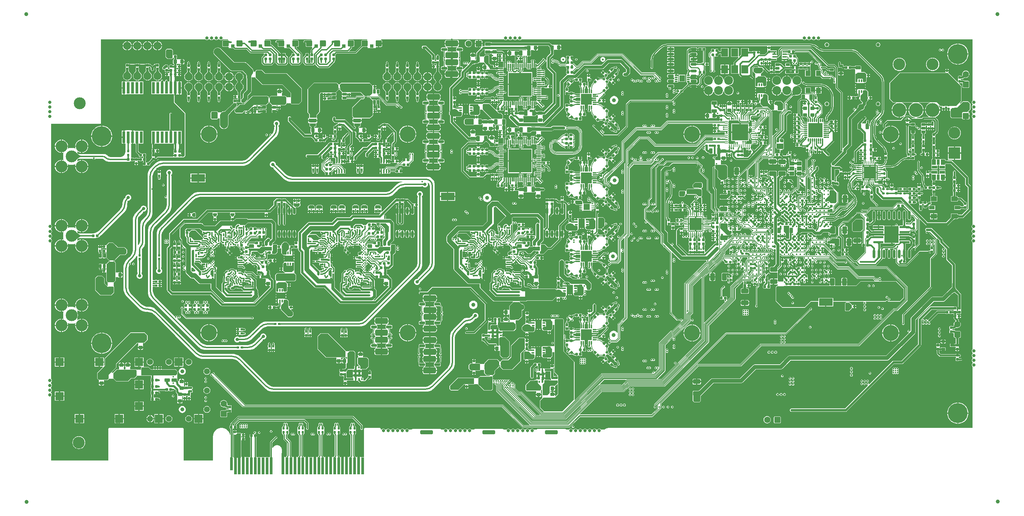
<source format=gbl>
G04*
G04 #@! TF.GenerationSoftware,Altium Limited,Altium Designer,19.1.6 (110)*
G04*
G04 Layer_Physical_Order=12*
G04 Layer_Color=16711680*
%FSLAX44Y44*%
%MOMM*%
G71*
G01*
G75*
%ADD10C,0.2000*%
%ADD11C,0.1000*%
%ADD12C,0.2540*%
%ADD13C,0.1500*%
%ADD14C,0.3500*%
%ADD15C,0.3000*%
%ADD16C,0.2500*%
G04:AMPARAMS|DCode=24|XSize=0.6mm|YSize=0.6mm|CornerRadius=0.06mm|HoleSize=0mm|Usage=FLASHONLY|Rotation=270.000|XOffset=0mm|YOffset=0mm|HoleType=Round|Shape=RoundedRectangle|*
%AMROUNDEDRECTD24*
21,1,0.6000,0.4800,0,0,270.0*
21,1,0.4800,0.6000,0,0,270.0*
1,1,0.1200,-0.2400,-0.2400*
1,1,0.1200,-0.2400,0.2400*
1,1,0.1200,0.2400,0.2400*
1,1,0.1200,0.2400,-0.2400*
%
%ADD24ROUNDEDRECTD24*%
G04:AMPARAMS|DCode=25|XSize=0.5mm|YSize=0.6mm|CornerRadius=0.05mm|HoleSize=0mm|Usage=FLASHONLY|Rotation=180.000|XOffset=0mm|YOffset=0mm|HoleType=Round|Shape=RoundedRectangle|*
%AMROUNDEDRECTD25*
21,1,0.5000,0.5000,0,0,180.0*
21,1,0.4000,0.6000,0,0,180.0*
1,1,0.1000,-0.2000,0.2500*
1,1,0.1000,0.2000,0.2500*
1,1,0.1000,0.2000,-0.2500*
1,1,0.1000,-0.2000,-0.2500*
%
%ADD25ROUNDEDRECTD25*%
G04:AMPARAMS|DCode=26|XSize=0.5mm|YSize=0.6mm|CornerRadius=0.05mm|HoleSize=0mm|Usage=FLASHONLY|Rotation=135.000|XOffset=0mm|YOffset=0mm|HoleType=Round|Shape=RoundedRectangle|*
%AMROUNDEDRECTD26*
21,1,0.5000,0.5000,0,0,135.0*
21,1,0.4000,0.6000,0,0,135.0*
1,1,0.1000,0.0354,0.3182*
1,1,0.1000,0.3182,0.0354*
1,1,0.1000,-0.0354,-0.3182*
1,1,0.1000,-0.3182,-0.0354*
%
%ADD26ROUNDEDRECTD26*%
G04:AMPARAMS|DCode=28|XSize=0.5mm|YSize=0.6mm|CornerRadius=0.05mm|HoleSize=0mm|Usage=FLASHONLY|Rotation=225.000|XOffset=0mm|YOffset=0mm|HoleType=Round|Shape=RoundedRectangle|*
%AMROUNDEDRECTD28*
21,1,0.5000,0.5000,0,0,225.0*
21,1,0.4000,0.6000,0,0,225.0*
1,1,0.1000,-0.3182,0.0354*
1,1,0.1000,-0.0354,0.3182*
1,1,0.1000,0.3182,-0.0354*
1,1,0.1000,0.0354,-0.3182*
%
%ADD28ROUNDEDRECTD28*%
G04:AMPARAMS|DCode=30|XSize=1mm|YSize=0.9mm|CornerRadius=0.1125mm|HoleSize=0mm|Usage=FLASHONLY|Rotation=90.000|XOffset=0mm|YOffset=0mm|HoleType=Round|Shape=RoundedRectangle|*
%AMROUNDEDRECTD30*
21,1,1.0000,0.6750,0,0,90.0*
21,1,0.7750,0.9000,0,0,90.0*
1,1,0.2250,0.3375,0.3875*
1,1,0.2250,0.3375,-0.3875*
1,1,0.2250,-0.3375,-0.3875*
1,1,0.2250,-0.3375,0.3875*
%
%ADD30ROUNDEDRECTD30*%
G04:AMPARAMS|DCode=31|XSize=0.5mm|YSize=0.6mm|CornerRadius=0.05mm|HoleSize=0mm|Usage=FLASHONLY|Rotation=90.000|XOffset=0mm|YOffset=0mm|HoleType=Round|Shape=RoundedRectangle|*
%AMROUNDEDRECTD31*
21,1,0.5000,0.5000,0,0,90.0*
21,1,0.4000,0.6000,0,0,90.0*
1,1,0.1000,0.2500,0.2000*
1,1,0.1000,0.2500,-0.2000*
1,1,0.1000,-0.2500,-0.2000*
1,1,0.1000,-0.2500,0.2000*
%
%ADD31ROUNDEDRECTD31*%
G04:AMPARAMS|DCode=32|XSize=0.6mm|YSize=0.6mm|CornerRadius=0.06mm|HoleSize=0mm|Usage=FLASHONLY|Rotation=0.000|XOffset=0mm|YOffset=0mm|HoleType=Round|Shape=RoundedRectangle|*
%AMROUNDEDRECTD32*
21,1,0.6000,0.4800,0,0,0.0*
21,1,0.4800,0.6000,0,0,0.0*
1,1,0.1200,0.2400,-0.2400*
1,1,0.1200,-0.2400,-0.2400*
1,1,0.1200,-0.2400,0.2400*
1,1,0.1200,0.2400,0.2400*
%
%ADD32ROUNDEDRECTD32*%
G04:AMPARAMS|DCode=33|XSize=1mm|YSize=0.9mm|CornerRadius=0.1125mm|HoleSize=0mm|Usage=FLASHONLY|Rotation=0.000|XOffset=0mm|YOffset=0mm|HoleType=Round|Shape=RoundedRectangle|*
%AMROUNDEDRECTD33*
21,1,1.0000,0.6750,0,0,0.0*
21,1,0.7750,0.9000,0,0,0.0*
1,1,0.2250,0.3875,-0.3375*
1,1,0.2250,-0.3875,-0.3375*
1,1,0.2250,-0.3875,0.3375*
1,1,0.2250,0.3875,0.3375*
%
%ADD33ROUNDEDRECTD33*%
G04:AMPARAMS|DCode=34|XSize=1.3mm|YSize=0.8mm|CornerRadius=0.1mm|HoleSize=0mm|Usage=FLASHONLY|Rotation=180.000|XOffset=0mm|YOffset=0mm|HoleType=Round|Shape=RoundedRectangle|*
%AMROUNDEDRECTD34*
21,1,1.3000,0.6000,0,0,180.0*
21,1,1.1000,0.8000,0,0,180.0*
1,1,0.2000,-0.5500,0.3000*
1,1,0.2000,0.5500,0.3000*
1,1,0.2000,0.5500,-0.3000*
1,1,0.2000,-0.5500,-0.3000*
%
%ADD34ROUNDEDRECTD34*%
%ADD35C,0.3500*%
G04:AMPARAMS|DCode=40|XSize=1.3mm|YSize=0.8mm|CornerRadius=0.1mm|HoleSize=0mm|Usage=FLASHONLY|Rotation=270.000|XOffset=0mm|YOffset=0mm|HoleType=Round|Shape=RoundedRectangle|*
%AMROUNDEDRECTD40*
21,1,1.3000,0.6000,0,0,270.0*
21,1,1.1000,0.8000,0,0,270.0*
1,1,0.2000,-0.3000,-0.5500*
1,1,0.2000,-0.3000,0.5500*
1,1,0.2000,0.3000,0.5500*
1,1,0.2000,0.3000,-0.5500*
%
%ADD40ROUNDEDRECTD40*%
%ADD43R,3.5000X1.9000*%
G04:AMPARAMS|DCode=57|XSize=0.6mm|YSize=0.6mm|CornerRadius=0.06mm|HoleSize=0mm|Usage=FLASHONLY|Rotation=225.000|XOffset=0mm|YOffset=0mm|HoleType=Round|Shape=RoundedRectangle|*
%AMROUNDEDRECTD57*
21,1,0.6000,0.4800,0,0,225.0*
21,1,0.4800,0.6000,0,0,225.0*
1,1,0.1200,-0.3394,0.0000*
1,1,0.1200,0.0000,0.3394*
1,1,0.1200,0.3394,0.0000*
1,1,0.1200,0.0000,-0.3394*
%
%ADD57ROUNDEDRECTD57*%
G04:AMPARAMS|DCode=61|XSize=0.6mm|YSize=1mm|CornerRadius=0.075mm|HoleSize=0mm|Usage=FLASHONLY|Rotation=0.000|XOffset=0mm|YOffset=0mm|HoleType=Round|Shape=RoundedRectangle|*
%AMROUNDEDRECTD61*
21,1,0.6000,0.8500,0,0,0.0*
21,1,0.4500,1.0000,0,0,0.0*
1,1,0.1500,0.2250,-0.4250*
1,1,0.1500,-0.2250,-0.4250*
1,1,0.1500,-0.2250,0.4250*
1,1,0.1500,0.2250,0.4250*
%
%ADD61ROUNDEDRECTD61*%
%ADD62R,0.4000X1.0000*%
%ADD63C,1.6000*%
G04:AMPARAMS|DCode=66|XSize=1.5mm|YSize=0.71mm|CornerRadius=0.1775mm|HoleSize=0mm|Usage=FLASHONLY|Rotation=180.000|XOffset=0mm|YOffset=0mm|HoleType=Round|Shape=RoundedRectangle|*
%AMROUNDEDRECTD66*
21,1,1.5000,0.3550,0,0,180.0*
21,1,1.1450,0.7100,0,0,180.0*
1,1,0.3550,-0.5725,0.1775*
1,1,0.3550,0.5725,0.1775*
1,1,0.3550,0.5725,-0.1775*
1,1,0.3550,-0.5725,-0.1775*
%
%ADD66ROUNDEDRECTD66*%
G04:AMPARAMS|DCode=67|XSize=3.25mm|YSize=1.5mm|CornerRadius=0.375mm|HoleSize=0mm|Usage=FLASHONLY|Rotation=180.000|XOffset=0mm|YOffset=0mm|HoleType=Round|Shape=RoundedRectangle|*
%AMROUNDEDRECTD67*
21,1,3.2500,0.7500,0,0,180.0*
21,1,2.5000,1.5000,0,0,180.0*
1,1,0.7500,-1.2500,0.3750*
1,1,0.7500,1.2500,0.3750*
1,1,0.7500,1.2500,-0.3750*
1,1,0.7500,-1.2500,-0.3750*
%
%ADD67ROUNDEDRECTD67*%
%ADD70R,0.3000X0.3100*%
%ADD71R,0.6000X0.9000*%
%ADD72R,1.5000X0.7500*%
G04:AMPARAMS|DCode=82|XSize=1.8mm|YSize=1.15mm|CornerRadius=0.1438mm|HoleSize=0mm|Usage=FLASHONLY|Rotation=90.000|XOffset=0mm|YOffset=0mm|HoleType=Round|Shape=RoundedRectangle|*
%AMROUNDEDRECTD82*
21,1,1.8000,0.8625,0,0,90.0*
21,1,1.5125,1.1500,0,0,90.0*
1,1,0.2875,0.4313,0.7563*
1,1,0.2875,0.4313,-0.7563*
1,1,0.2875,-0.4313,-0.7563*
1,1,0.2875,-0.4313,0.7563*
%
%ADD82ROUNDEDRECTD82*%
G04:AMPARAMS|DCode=83|XSize=1.8mm|YSize=1.15mm|CornerRadius=0.1438mm|HoleSize=0mm|Usage=FLASHONLY|Rotation=180.000|XOffset=0mm|YOffset=0mm|HoleType=Round|Shape=RoundedRectangle|*
%AMROUNDEDRECTD83*
21,1,1.8000,0.8625,0,0,180.0*
21,1,1.5125,1.1500,0,0,180.0*
1,1,0.2875,-0.7563,0.4313*
1,1,0.2875,0.7563,0.4313*
1,1,0.2875,0.7563,-0.4313*
1,1,0.2875,-0.7563,-0.4313*
%
%ADD83ROUNDEDRECTD83*%
G04:AMPARAMS|DCode=94|XSize=0.6mm|YSize=1mm|CornerRadius=0.075mm|HoleSize=0mm|Usage=FLASHONLY|Rotation=90.000|XOffset=0mm|YOffset=0mm|HoleType=Round|Shape=RoundedRectangle|*
%AMROUNDEDRECTD94*
21,1,0.6000,0.8500,0,0,90.0*
21,1,0.4500,1.0000,0,0,90.0*
1,1,0.1500,0.4250,0.2250*
1,1,0.1500,0.4250,-0.2250*
1,1,0.1500,-0.4250,-0.2250*
1,1,0.1500,-0.4250,0.2250*
%
%ADD94ROUNDEDRECTD94*%
%ADD95R,0.3500X0.3000*%
%ADD96C,0.5000*%
G04:AMPARAMS|DCode=97|XSize=0.6mm|YSize=0.6mm|CornerRadius=0.06mm|HoleSize=0mm|Usage=FLASHONLY|Rotation=315.000|XOffset=0mm|YOffset=0mm|HoleType=Round|Shape=RoundedRectangle|*
%AMROUNDEDRECTD97*
21,1,0.6000,0.4800,0,0,315.0*
21,1,0.4800,0.6000,0,0,315.0*
1,1,0.1200,0.0000,-0.3394*
1,1,0.1200,-0.3394,0.0000*
1,1,0.1200,0.0000,0.3394*
1,1,0.1200,0.3394,0.0000*
%
%ADD97ROUNDEDRECTD97*%
%ADD221R,3.1000X3.1000*%
%ADD224C,0.3250*%
%ADD225C,0.4000*%
%ADD227C,0.1100*%
%ADD229C,1.5000*%
%ADD230C,1.0000*%
%ADD237R,0.7000X4.2000*%
%ADD238R,0.7000X3.2000*%
%ADD240C,0.6000*%
%ADD241C,1.0000*%
%ADD242C,0.5000*%
%ADD243C,0.8000*%
%ADD245C,1.2000*%
%ADD246C,0.7000*%
%ADD249C,0.8000*%
G04:AMPARAMS|DCode=250|XSize=1mm|YSize=3.2mm|CornerRadius=0.25mm|HoleSize=0mm|Usage=FLASHONLY|Rotation=270.000|XOffset=0mm|YOffset=0mm|HoleType=Round|Shape=RoundedRectangle|*
%AMROUNDEDRECTD250*
21,1,1.0000,2.7000,0,0,270.0*
21,1,0.5000,3.2000,0,0,270.0*
1,1,0.5000,-1.3500,-0.2500*
1,1,0.5000,-1.3500,0.2500*
1,1,0.5000,1.3500,0.2500*
1,1,0.5000,1.3500,-0.2500*
%
%ADD250ROUNDEDRECTD250*%
%ADD251C,3.0000*%
G04:AMPARAMS|DCode=252|XSize=1.524mm|YSize=1.524mm|CornerRadius=0.1905mm|HoleSize=0mm|Usage=FLASHONLY|Rotation=270.000|XOffset=0mm|YOffset=0mm|HoleType=Round|Shape=RoundedRectangle|*
%AMROUNDEDRECTD252*
21,1,1.5240,1.1430,0,0,270.0*
21,1,1.1430,1.5240,0,0,270.0*
1,1,0.3810,-0.5715,-0.5715*
1,1,0.3810,-0.5715,0.5715*
1,1,0.3810,0.5715,0.5715*
1,1,0.3810,0.5715,-0.5715*
%
%ADD252ROUNDEDRECTD252*%
G04:AMPARAMS|DCode=253|XSize=1.524mm|YSize=1.524mm|CornerRadius=0.1905mm|HoleSize=0mm|Usage=FLASHONLY|Rotation=180.000|XOffset=0mm|YOffset=0mm|HoleType=Round|Shape=RoundedRectangle|*
%AMROUNDEDRECTD253*
21,1,1.5240,1.1430,0,0,180.0*
21,1,1.1430,1.5240,0,0,180.0*
1,1,0.3810,-0.5715,0.5715*
1,1,0.3810,0.5715,0.5715*
1,1,0.3810,0.5715,-0.5715*
1,1,0.3810,-0.5715,-0.5715*
%
%ADD253ROUNDEDRECTD253*%
%ADD254C,0.9000*%
%ADD255C,2.0000*%
%ADD256C,4.0000*%
%ADD257R,2.0000X2.0000*%
%ADD258C,2.2000*%
%ADD259C,5.0000*%
%ADD260R,3.0000X3.0000*%
G04:AMPARAMS|DCode=261|XSize=3.5mm|YSize=3.5mm|CornerRadius=0.875mm|HoleSize=0mm|Usage=FLASHONLY|Rotation=180.000|XOffset=0mm|YOffset=0mm|HoleType=Round|Shape=RoundedRectangle|*
%AMROUNDEDRECTD261*
21,1,3.5000,1.7500,0,0,180.0*
21,1,1.7500,3.5000,0,0,180.0*
1,1,1.7500,-0.8750,0.8750*
1,1,1.7500,0.8750,0.8750*
1,1,1.7500,0.8750,-0.8750*
1,1,1.7500,-0.8750,-0.8750*
%
%ADD261ROUNDEDRECTD261*%
%ADD262C,3.5000*%
%ADD263C,0.4000*%
%ADD264C,0.1300*%
%ADD265C,2.0000*%
%ADD270C,0.2000*%
%ADD271R,0.4500X0.5000*%
%ADD272R,0.8000X0.8000*%
%ADD273R,0.5000X0.4500*%
%ADD274R,0.8000X0.8000*%
G04:AMPARAMS|DCode=275|XSize=0.55mm|YSize=2.6mm|CornerRadius=0.1375mm|HoleSize=0mm|Usage=FLASHONLY|Rotation=270.000|XOffset=0mm|YOffset=0mm|HoleType=Round|Shape=RoundedRectangle|*
%AMROUNDEDRECTD275*
21,1,0.5500,2.3250,0,0,270.0*
21,1,0.2750,2.6000,0,0,270.0*
1,1,0.2750,-1.1625,-0.1375*
1,1,0.2750,-1.1625,0.1375*
1,1,0.2750,1.1625,0.1375*
1,1,0.2750,1.1625,-0.1375*
%
%ADD275ROUNDEDRECTD275*%
%ADD276R,3.6000X4.2000*%
G04:AMPARAMS|DCode=277|XSize=1.5mm|YSize=1.5mm|CornerRadius=0.1875mm|HoleSize=0mm|Usage=FLASHONLY|Rotation=0.000|XOffset=0mm|YOffset=0mm|HoleType=Round|Shape=RoundedRectangle|*
%AMROUNDEDRECTD277*
21,1,1.5000,1.1250,0,0,0.0*
21,1,1.1250,1.5000,0,0,0.0*
1,1,0.3750,0.5625,-0.5625*
1,1,0.3750,-0.5625,-0.5625*
1,1,0.3750,-0.5625,0.5625*
1,1,0.3750,0.5625,0.5625*
%
%ADD277ROUNDEDRECTD277*%
G04:AMPARAMS|DCode=278|XSize=0.9mm|YSize=0.9mm|CornerRadius=0.1125mm|HoleSize=0mm|Usage=FLASHONLY|Rotation=0.000|XOffset=0mm|YOffset=0mm|HoleType=Round|Shape=RoundedRectangle|*
%AMROUNDEDRECTD278*
21,1,0.9000,0.6750,0,0,0.0*
21,1,0.6750,0.9000,0,0,0.0*
1,1,0.2250,0.3375,-0.3375*
1,1,0.2250,-0.3375,-0.3375*
1,1,0.2250,-0.3375,0.3375*
1,1,0.2250,0.3375,0.3375*
%
%ADD278ROUNDEDRECTD278*%
%ADD279R,1.8000X2.0000*%
%ADD280R,1.2500X1.3500*%
%ADD281R,1.5000X1.2000*%
%ADD282R,1.4000X0.9000*%
%ADD283R,1.0000X1.3500*%
%ADD284R,1.3500X0.7000*%
%ADD285R,0.7000X1.3500*%
%ADD286R,1.0000X0.4000*%
%ADD287O,0.3000X0.9000*%
%ADD288O,0.9000X0.3000*%
%ADD289R,3.5500X3.5500*%
%ADD290R,0.8000X3.0000*%
%ADD291R,0.8000X0.3000*%
%ADD292R,1.4000X1.6000*%
G04:AMPARAMS|DCode=293|XSize=0.25mm|YSize=0.75mm|CornerRadius=0.0625mm|HoleSize=0mm|Usage=FLASHONLY|Rotation=180.000|XOffset=0mm|YOffset=0mm|HoleType=Round|Shape=RoundedRectangle|*
%AMROUNDEDRECTD293*
21,1,0.2500,0.6250,0,0,180.0*
21,1,0.1250,0.7500,0,0,180.0*
1,1,0.1250,-0.0625,0.3125*
1,1,0.1250,0.0625,0.3125*
1,1,0.1250,0.0625,-0.3125*
1,1,0.1250,-0.0625,-0.3125*
%
%ADD293ROUNDEDRECTD293*%
G04:AMPARAMS|DCode=294|XSize=0.25mm|YSize=0.75mm|CornerRadius=0.0625mm|HoleSize=0mm|Usage=FLASHONLY|Rotation=90.000|XOffset=0mm|YOffset=0mm|HoleType=Round|Shape=RoundedRectangle|*
%AMROUNDEDRECTD294*
21,1,0.2500,0.6250,0,0,90.0*
21,1,0.1250,0.7500,0,0,90.0*
1,1,0.1250,0.3125,0.0625*
1,1,0.1250,0.3125,-0.0625*
1,1,0.1250,-0.3125,-0.0625*
1,1,0.1250,-0.3125,0.0625*
%
%ADD294ROUNDEDRECTD294*%
%ADD295R,4.1000X4.1000*%
G04:AMPARAMS|DCode=296|XSize=0.25mm|YSize=0.8mm|CornerRadius=0.0625mm|HoleSize=0mm|Usage=FLASHONLY|Rotation=270.000|XOffset=0mm|YOffset=0mm|HoleType=Round|Shape=RoundedRectangle|*
%AMROUNDEDRECTD296*
21,1,0.2500,0.6750,0,0,270.0*
21,1,0.1250,0.8000,0,0,270.0*
1,1,0.1250,-0.3375,-0.0625*
1,1,0.1250,-0.3375,0.0625*
1,1,0.1250,0.3375,0.0625*
1,1,0.1250,0.3375,-0.0625*
%
%ADD296ROUNDEDRECTD296*%
G04:AMPARAMS|DCode=297|XSize=0.25mm|YSize=0.8mm|CornerRadius=0.0625mm|HoleSize=0mm|Usage=FLASHONLY|Rotation=0.000|XOffset=0mm|YOffset=0mm|HoleType=Round|Shape=RoundedRectangle|*
%AMROUNDEDRECTD297*
21,1,0.2500,0.6750,0,0,0.0*
21,1,0.1250,0.8000,0,0,0.0*
1,1,0.1250,0.0625,-0.3375*
1,1,0.1250,-0.0625,-0.3375*
1,1,0.1250,-0.0625,0.3375*
1,1,0.1250,0.0625,0.3375*
%
%ADD297ROUNDEDRECTD297*%
%ADD298R,3.1000X3.1000*%
%ADD299R,0.3000X0.3500*%
G04:AMPARAMS|DCode=300|XSize=0.6mm|YSize=1.55mm|CornerRadius=0.15mm|HoleSize=0mm|Usage=FLASHONLY|Rotation=270.000|XOffset=0mm|YOffset=0mm|HoleType=Round|Shape=RoundedRectangle|*
%AMROUNDEDRECTD300*
21,1,0.6000,1.2500,0,0,270.0*
21,1,0.3000,1.5500,0,0,270.0*
1,1,0.3000,-0.6250,-0.1500*
1,1,0.3000,-0.6250,0.1500*
1,1,0.3000,0.6250,0.1500*
1,1,0.3000,0.6250,-0.1500*
%
%ADD300ROUNDEDRECTD300*%
%ADD301R,2.3500X1.6000*%
%ADD302R,0.3000X0.7000*%
%ADD303R,1.6000X2.3500*%
%ADD304R,0.7000X0.3000*%
G04:AMPARAMS|DCode=305|XSize=1mm|YSize=1.2mm|CornerRadius=0.125mm|HoleSize=0mm|Usage=FLASHONLY|Rotation=270.000|XOffset=0mm|YOffset=0mm|HoleType=Round|Shape=RoundedRectangle|*
%AMROUNDEDRECTD305*
21,1,1.0000,0.9500,0,0,270.0*
21,1,0.7500,1.2000,0,0,270.0*
1,1,0.2500,-0.4750,-0.3750*
1,1,0.2500,-0.4750,0.3750*
1,1,0.2500,0.4750,0.3750*
1,1,0.2500,0.4750,-0.3750*
%
%ADD305ROUNDEDRECTD305*%
%ADD306R,1.6000X1.6000*%
%ADD307R,0.6250X0.2500*%
%ADD308O,0.6000X2.2000*%
G04:AMPARAMS|DCode=309|XSize=0.95mm|YSize=0.3mm|CornerRadius=0.075mm|HoleSize=0mm|Usage=FLASHONLY|Rotation=90.000|XOffset=0mm|YOffset=0mm|HoleType=Round|Shape=RoundedRectangle|*
%AMROUNDEDRECTD309*
21,1,0.9500,0.1500,0,0,90.0*
21,1,0.8000,0.3000,0,0,90.0*
1,1,0.1500,0.0750,0.4000*
1,1,0.1500,0.0750,-0.4000*
1,1,0.1500,-0.0750,-0.4000*
1,1,0.1500,-0.0750,0.4000*
%
%ADD309ROUNDEDRECTD309*%
G04:AMPARAMS|DCode=310|XSize=0.95mm|YSize=0.3mm|CornerRadius=0.075mm|HoleSize=0mm|Usage=FLASHONLY|Rotation=0.000|XOffset=0mm|YOffset=0mm|HoleType=Round|Shape=RoundedRectangle|*
%AMROUNDEDRECTD310*
21,1,0.9500,0.1500,0,0,0.0*
21,1,0.8000,0.3000,0,0,0.0*
1,1,0.1500,0.4000,-0.0750*
1,1,0.1500,-0.4000,-0.0750*
1,1,0.1500,-0.4000,0.0750*
1,1,0.1500,0.4000,0.0750*
%
%ADD310ROUNDEDRECTD310*%
%ADD311R,5.8500X5.8500*%
G04:AMPARAMS|DCode=312|XSize=0.3mm|YSize=0.35mm|CornerRadius=0mm|HoleSize=0mm|Usage=FLASHONLY|Rotation=315.000|XOffset=0mm|YOffset=0mm|HoleType=Round|Shape=Rectangle|*
%AMROTATEDRECTD312*
4,1,4,-0.2298,-0.0177,0.0177,0.2298,0.2298,0.0177,-0.0177,-0.2298,-0.2298,-0.0177,0.0*
%
%ADD312ROTATEDRECTD312*%

%ADD313O,0.6000X1.7000*%
G04:AMPARAMS|DCode=314|XSize=0.3mm|YSize=0.35mm|CornerRadius=0mm|HoleSize=0mm|Usage=FLASHONLY|Rotation=225.000|XOffset=0mm|YOffset=0mm|HoleType=Round|Shape=Rectangle|*
%AMROTATEDRECTD314*
4,1,4,-0.0177,0.2298,0.2298,-0.0177,0.0177,-0.2298,-0.2298,0.0177,-0.0177,0.2298,0.0*
%
%ADD314ROTATEDRECTD314*%

G04:AMPARAMS|DCode=315|XSize=0.3mm|YSize=0.9mm|CornerRadius=0.075mm|HoleSize=0mm|Usage=FLASHONLY|Rotation=270.000|XOffset=0mm|YOffset=0mm|HoleType=Round|Shape=RoundedRectangle|*
%AMROUNDEDRECTD315*
21,1,0.3000,0.7500,0,0,270.0*
21,1,0.1500,0.9000,0,0,270.0*
1,1,0.1500,-0.3750,-0.0750*
1,1,0.1500,-0.3750,0.0750*
1,1,0.1500,0.3750,0.0750*
1,1,0.1500,0.3750,-0.0750*
%
%ADD315ROUNDEDRECTD315*%
G04:AMPARAMS|DCode=316|XSize=0.3mm|YSize=0.9mm|CornerRadius=0.075mm|HoleSize=0mm|Usage=FLASHONLY|Rotation=0.000|XOffset=0mm|YOffset=0mm|HoleType=Round|Shape=RoundedRectangle|*
%AMROUNDEDRECTD316*
21,1,0.3000,0.7500,0,0,0.0*
21,1,0.1500,0.9000,0,0,0.0*
1,1,0.1500,0.0750,-0.3750*
1,1,0.1500,-0.0750,-0.3750*
1,1,0.1500,-0.0750,0.3750*
1,1,0.1500,0.0750,0.3750*
%
%ADD316ROUNDEDRECTD316*%
%ADD317R,2.7000X2.7000*%
%ADD318C,0.9000*%
%ADD319C,0.1700*%
%ADD320C,0.4500*%
%ADD321C,1.1000*%
%ADD322C,0.2200*%
%ADD323C,0.1800*%
%ADD324C,0.3100*%
%ADD325C,0.2300*%
G36*
X2321941Y954220D02*
X2321395Y953855D01*
X2320290Y952201D01*
X2319902Y950250D01*
X2320290Y948299D01*
X2321395Y946645D01*
X2321941Y946280D01*
Y942470D01*
X2321395Y942105D01*
X2320290Y940451D01*
X2319902Y938500D01*
X2320290Y936549D01*
X2321395Y934895D01*
X2321941Y934530D01*
Y930470D01*
X2321395Y930105D01*
X2320290Y928451D01*
X2319902Y926500D01*
X2320290Y924549D01*
X2321395Y922895D01*
X2321941Y922530D01*
Y918470D01*
X2321395Y918105D01*
X2320290Y916451D01*
X2319902Y914500D01*
X2320290Y912549D01*
X2321395Y910895D01*
X2321941Y910530D01*
Y641512D01*
X2321145Y640980D01*
X2320040Y639326D01*
X2319652Y637375D01*
X2320040Y635424D01*
X2321145Y633770D01*
X2321941Y633238D01*
Y629512D01*
X2321145Y628980D01*
X2320040Y627326D01*
X2319652Y625375D01*
X2320040Y623424D01*
X2321145Y621770D01*
X2321941Y621238D01*
Y617512D01*
X2321145Y616980D01*
X2320040Y615326D01*
X2319652Y613375D01*
X2320040Y611424D01*
X2321145Y609770D01*
X2321941Y609238D01*
Y605762D01*
X2321145Y605230D01*
X2320040Y603576D01*
X2319652Y601625D01*
X2320040Y599674D01*
X2321145Y598020D01*
X2321941Y597488D01*
Y328470D01*
X2321395Y328105D01*
X2320290Y326451D01*
X2319902Y324500D01*
X2320290Y322549D01*
X2321395Y320895D01*
X2321941Y320530D01*
Y316470D01*
X2321395Y316105D01*
X2320290Y314451D01*
X2319902Y312500D01*
X2320290Y310549D01*
X2321395Y308895D01*
X2321941Y308530D01*
Y304470D01*
X2321395Y304105D01*
X2320290Y302451D01*
X2319902Y300500D01*
X2320290Y298549D01*
X2321395Y296895D01*
X2321941Y296530D01*
Y292720D01*
X2321395Y292355D01*
X2320290Y290701D01*
X2319902Y288750D01*
X2320290Y286799D01*
X2321395Y285145D01*
X2321941Y284780D01*
Y130559D01*
X1408000D01*
X1407925Y130544D01*
X1407850Y130555D01*
X1406135Y130471D01*
X1405915Y130416D01*
X1405688D01*
X1402323Y129746D01*
X1402045Y129631D01*
X1401750Y129572D01*
X1398580Y128259D01*
X1398330Y128092D01*
X1398051Y127977D01*
X1395835Y126496D01*
X1386512D01*
X1386105Y127105D01*
X1384451Y128210D01*
X1382500Y128598D01*
X1380549Y128210D01*
X1378895Y127105D01*
X1378489Y126496D01*
X1374512D01*
X1374105Y127105D01*
X1372451Y128210D01*
X1370500Y128598D01*
X1368549Y128210D01*
X1366895Y127105D01*
X1366488Y126496D01*
X1362511D01*
X1362105Y127105D01*
X1360451Y128210D01*
X1358500Y128598D01*
X1356549Y128210D01*
X1354895Y127105D01*
X1354489Y126496D01*
X1350511D01*
X1350105Y127105D01*
X1348451Y128210D01*
X1346500Y128598D01*
X1344549Y128210D01*
X1342895Y127105D01*
X1342489Y126496D01*
X1338511D01*
X1338105Y127105D01*
X1336451Y128210D01*
X1334500Y128598D01*
X1332549Y128210D01*
X1330895Y127105D01*
X1330488Y126496D01*
X1326511D01*
X1326105Y127105D01*
X1324451Y128210D01*
X1322500Y128598D01*
X1320549Y128210D01*
X1318895Y127105D01*
X1318488Y126496D01*
X1314761D01*
X1314355Y127105D01*
X1312701Y128210D01*
X1310750Y128598D01*
X1308799Y128210D01*
X1307145Y127105D01*
X1306738Y126496D01*
X1299671D01*
X1298786Y127175D01*
X1296719Y128031D01*
X1294500Y128323D01*
X1229500D01*
X1227281Y128031D01*
X1225213Y127175D01*
X1224329Y126496D01*
X1217261D01*
X1216854Y127105D01*
X1215200Y128210D01*
X1213250Y128598D01*
X1211299Y128210D01*
X1209645Y127105D01*
X1209238Y126496D01*
X1205511D01*
X1205104Y127105D01*
X1203450Y128210D01*
X1201499Y128598D01*
X1199549Y128210D01*
X1197895Y127105D01*
X1197488Y126496D01*
X1193511D01*
X1193104Y127105D01*
X1191450Y128210D01*
X1189499Y128598D01*
X1187549Y128210D01*
X1185895Y127105D01*
X1185488Y126496D01*
X1181511D01*
X1181104Y127105D01*
X1179450Y128210D01*
X1177499Y128598D01*
X1175548Y128210D01*
X1173895Y127105D01*
X1173488Y126496D01*
X1169511D01*
X1169104Y127105D01*
X1167450Y128210D01*
X1165499Y128598D01*
X1163549Y128210D01*
X1161895Y127105D01*
X1161488Y126496D01*
X1157511D01*
X1157104Y127105D01*
X1155450Y128210D01*
X1153499Y128598D01*
X1151548Y128210D01*
X1149895Y127105D01*
X1149488Y126496D01*
X1142420D01*
X1141536Y127175D01*
X1139468Y128031D01*
X1137249Y128323D01*
X1072249D01*
X1070030Y128031D01*
X1067962Y127175D01*
X1067078Y126496D01*
X1060010D01*
X1059604Y127105D01*
X1057950Y128210D01*
X1055999Y128598D01*
X1054048Y128210D01*
X1052394Y127105D01*
X1051987Y126496D01*
X1048260D01*
X1047854Y127105D01*
X1046200Y128210D01*
X1044249Y128598D01*
X1042298Y128210D01*
X1040644Y127105D01*
X1040237Y126496D01*
X1036260D01*
X1035854Y127105D01*
X1034200Y128210D01*
X1032249Y128598D01*
X1030298Y128210D01*
X1028644Y127105D01*
X1028237Y126496D01*
X1024260D01*
X1023854Y127105D01*
X1022200Y128210D01*
X1020249Y128598D01*
X1018298Y128210D01*
X1016644Y127105D01*
X1016237Y126496D01*
X1012260D01*
X1011854Y127105D01*
X1010200Y128210D01*
X1008249Y128598D01*
X1006298Y128210D01*
X1004644Y127105D01*
X1004237Y126496D01*
X1000260D01*
X999854Y127105D01*
X998200Y128210D01*
X996249Y128598D01*
X994298Y128210D01*
X992644Y127105D01*
X992237Y126496D01*
X985170D01*
X984285Y127175D01*
X982217Y128031D01*
X979999Y128323D01*
X914999D01*
X912780Y128031D01*
X910712Y127175D01*
X909828Y126496D01*
X902760D01*
X902353Y127105D01*
X900699Y128210D01*
X898748Y128598D01*
X896797Y128210D01*
X895144Y127105D01*
X894737Y126496D01*
X891010D01*
X890603Y127105D01*
X888949Y128210D01*
X886998Y128598D01*
X885047Y128210D01*
X883393Y127105D01*
X882987Y126496D01*
X879010D01*
X878603Y127105D01*
X876949Y128210D01*
X874998Y128598D01*
X873047Y128210D01*
X871394Y127105D01*
X870987Y126496D01*
X867010D01*
X866603Y127105D01*
X864949Y128210D01*
X862998Y128598D01*
X861047Y128210D01*
X859393Y127105D01*
X858987Y126496D01*
X855010D01*
X854603Y127105D01*
X852949Y128210D01*
X850998Y128598D01*
X849047Y128210D01*
X847393Y127105D01*
X846987Y126496D01*
X843010D01*
X842603Y127105D01*
X840949Y128210D01*
X838998Y128598D01*
X837047Y128210D01*
X835393Y127105D01*
X834987Y126496D01*
X832559D01*
Y127500D01*
X832326Y128670D01*
X831663Y129663D01*
X830670Y130326D01*
X829500Y130559D01*
X793000D01*
X791830Y130326D01*
X790837Y129663D01*
X790174Y128670D01*
X789941Y127500D01*
Y57000D01*
X782563D01*
X781500Y57500D01*
Y57500D01*
X781500Y57500D01*
X778000D01*
Y35000D01*
X775000D01*
Y57500D01*
X771500D01*
Y57500D01*
X771000Y57000D01*
X768854D01*
X768835Y57250D01*
X768832Y57510D01*
X768757Y57688D01*
X768620Y58378D01*
X768122Y59122D01*
X768122Y59122D01*
X766294Y60950D01*
Y111550D01*
X768122Y113378D01*
X768620Y114122D01*
X768755Y114803D01*
X768832Y114981D01*
X768841Y115502D01*
X768843Y115518D01*
X769648Y115852D01*
X770124Y117000D01*
Y122000D01*
X769949Y122423D01*
X770000Y122500D01*
X770000D01*
Y126500D01*
X770000D01*
X769949Y126577D01*
X770124Y127000D01*
Y132000D01*
X769648Y133148D01*
X768853Y133477D01*
X768835Y133752D01*
X768832Y134009D01*
X768757Y134187D01*
X768620Y134878D01*
X768122Y135622D01*
X768122Y135622D01*
X766336Y137408D01*
X766345Y137803D01*
X766364Y138051D01*
X766373Y138115D01*
X766378Y138144D01*
X766386Y138171D01*
X766826Y138829D01*
X767059Y140000D01*
X766826Y141171D01*
X766163Y142163D01*
X765171Y142826D01*
X764000Y143059D01*
X762830Y142826D01*
X761837Y142163D01*
X761163D01*
X760171Y142826D01*
X759000Y143059D01*
X757830Y142826D01*
X756837Y142163D01*
X756174Y141171D01*
X755941Y140000D01*
X756174Y138829D01*
X756614Y138171D01*
X756620Y138148D01*
X756666Y137428D01*
X756666Y137411D01*
X754878Y135622D01*
X754381Y134878D01*
X754245Y134197D01*
X754168Y134019D01*
X754159Y133498D01*
X754157Y133482D01*
X753352Y133148D01*
X752876Y132000D01*
Y127000D01*
X753052Y126577D01*
X753000Y126500D01*
X753000D01*
Y122500D01*
X753000D01*
X753052Y122423D01*
X752876Y122000D01*
Y117000D01*
X753352Y115852D01*
X754147Y115523D01*
X754165Y115248D01*
X754168Y114991D01*
X754243Y114813D01*
X754381Y114122D01*
X754878Y113378D01*
X756706Y111550D01*
Y60950D01*
X754878Y59122D01*
X754381Y58378D01*
X754246Y57699D01*
X754168Y57522D01*
X754157Y57000D01*
X752563D01*
X751500Y57500D01*
Y57500D01*
X751500Y57500D01*
X748000D01*
Y35000D01*
X745000D01*
Y57500D01*
X742770D01*
X741500Y57500D01*
Y57500D01*
X741500D01*
Y57500D01*
X738000D01*
Y35000D01*
X735000D01*
Y57500D01*
X731500D01*
Y57500D01*
X731000Y57000D01*
X728854D01*
X728835Y57250D01*
X728832Y57510D01*
X728757Y57688D01*
X728620Y58378D01*
X728122Y59122D01*
X728122Y59122D01*
X726294Y60950D01*
Y111550D01*
X728122Y113378D01*
X728619Y114122D01*
X728755Y114803D01*
X728832Y114981D01*
X728841Y115502D01*
X728842Y115518D01*
X729648Y115852D01*
X730124Y117000D01*
Y122000D01*
X729949Y122423D01*
X730000Y122500D01*
X730000D01*
Y126500D01*
X730000D01*
X729949Y126577D01*
X730124Y127000D01*
Y132000D01*
X729648Y133148D01*
X728853Y133477D01*
X728835Y133752D01*
X728832Y134009D01*
X728757Y134187D01*
X728620Y134878D01*
X728122Y135622D01*
X726336Y137408D01*
X726345Y137803D01*
X726364Y138051D01*
X726373Y138115D01*
X726378Y138144D01*
X726386Y138171D01*
X726826Y138829D01*
X727059Y140000D01*
X726826Y141171D01*
X726163Y142163D01*
X725171Y142826D01*
X724000Y143059D01*
X722830Y142826D01*
X721837Y142163D01*
X721163D01*
X720171Y142826D01*
X719000Y143059D01*
X717830Y142826D01*
X716837Y142163D01*
X716174Y141171D01*
X715941Y140000D01*
X716174Y138829D01*
X716614Y138171D01*
X716620Y138148D01*
X716666Y137428D01*
X716666Y137411D01*
X714878Y135622D01*
X714381Y134878D01*
X714245Y134197D01*
X714168Y134019D01*
X714159Y133499D01*
X714157Y133482D01*
X713352Y133148D01*
X712876Y132000D01*
Y127000D01*
X713052Y126577D01*
X713000Y126500D01*
X713000D01*
Y122500D01*
X713000D01*
X713052Y122423D01*
X712876Y122000D01*
Y117000D01*
X713352Y115852D01*
X714147Y115523D01*
X714165Y115248D01*
X714168Y114991D01*
X714243Y114813D01*
X714381Y114122D01*
X714878Y113378D01*
X716706Y111550D01*
Y60950D01*
X714878Y59122D01*
X714381Y58378D01*
X714246Y57699D01*
X714168Y57522D01*
X714157Y57000D01*
X712563D01*
X711500Y57500D01*
Y57500D01*
X711500Y57500D01*
X708000D01*
Y35000D01*
X705000D01*
Y57500D01*
X698000D01*
Y35000D01*
X695000D01*
Y57500D01*
X691500D01*
Y57500D01*
X691000Y57000D01*
X688854D01*
X688835Y57250D01*
X688832Y57510D01*
X688757Y57688D01*
X688620Y58378D01*
X688122Y59122D01*
X688122Y59122D01*
X686294Y60950D01*
Y111550D01*
X688122Y113378D01*
X688620Y114122D01*
X688755Y114803D01*
X688832Y114981D01*
X688841Y115502D01*
X688842Y115518D01*
X689648Y115852D01*
X690124Y117000D01*
Y122000D01*
X689949Y122423D01*
X690000Y122500D01*
X690000D01*
Y126500D01*
X690000D01*
X689949Y126577D01*
X690124Y127000D01*
Y132000D01*
X689648Y133148D01*
X688853Y133477D01*
X688835Y133752D01*
X688832Y134009D01*
X688757Y134187D01*
X688619Y134878D01*
X688122Y135622D01*
X686336Y137408D01*
X686345Y137803D01*
X686364Y138051D01*
X686373Y138115D01*
X686378Y138144D01*
X686386Y138171D01*
X686826Y138829D01*
X687059Y140000D01*
X686826Y141171D01*
X686163Y142163D01*
X685171Y142826D01*
X684000Y143059D01*
X682830Y142826D01*
X681837Y142163D01*
X681163D01*
X680171Y142826D01*
X679000Y143059D01*
X677830Y142826D01*
X676837Y142163D01*
X676174Y141171D01*
X675941Y140000D01*
X676174Y138829D01*
X676614Y138171D01*
X676620Y138148D01*
X676666Y137428D01*
X676666Y137411D01*
X674878Y135622D01*
X674381Y134878D01*
X674245Y134197D01*
X674168Y134019D01*
X674159Y133499D01*
X674157Y133482D01*
X673352Y133148D01*
X672876Y132000D01*
Y127000D01*
X673052Y126577D01*
X673000Y126500D01*
X673000D01*
Y122500D01*
X673000D01*
X673052Y122423D01*
X672876Y122000D01*
Y117000D01*
X673352Y115852D01*
X674147Y115523D01*
X674165Y115248D01*
X674168Y114991D01*
X674243Y114813D01*
X674381Y114122D01*
X674878Y113378D01*
X676706Y111550D01*
Y60950D01*
X674878Y59122D01*
X674381Y58378D01*
X674246Y57699D01*
X674168Y57522D01*
X674157Y57000D01*
X672563D01*
X671500Y57500D01*
Y57500D01*
X671500Y57500D01*
X668717D01*
X668735Y57410D01*
X668867Y56969D01*
X669029Y56610D01*
X669220Y56329D01*
X669441Y56129D01*
X669690Y56009D01*
X669969Y55970D01*
X668000D01*
Y44872D01*
X668500D01*
X668505Y43552D01*
X668886Y37633D01*
X668976Y37473D01*
X668000D01*
Y35000D01*
X665000D01*
Y37473D01*
X664024D01*
X664114Y37633D01*
X664195Y37922D01*
X664267Y38340D01*
X664329Y38886D01*
X664457Y41299D01*
X664500Y44872D01*
X665000D01*
Y55970D01*
X663030D01*
X663310Y56009D01*
X663559Y56129D01*
X663780Y56329D01*
X663971Y56610D01*
X664133Y56969D01*
X664265Y57410D01*
X664283Y57500D01*
X661500D01*
Y57500D01*
X661000Y57000D01*
X652563D01*
X651500Y57500D01*
Y57500D01*
X651500Y57500D01*
X648000D01*
Y35000D01*
X645000D01*
Y57500D01*
X641500D01*
Y57500D01*
X641000Y57000D01*
X638854D01*
X638835Y57250D01*
X638832Y57510D01*
X638757Y57688D01*
X638619Y58378D01*
X638122Y59122D01*
X638122Y59122D01*
X636294Y60950D01*
Y111550D01*
X638122Y113378D01*
X638619Y114122D01*
X638755Y114803D01*
X638832Y114981D01*
X638841Y115502D01*
X638843Y115518D01*
X639648Y115852D01*
X640124Y117000D01*
Y122000D01*
X639949Y122423D01*
X640000Y122500D01*
X640000D01*
Y126500D01*
X640000D01*
X639949Y126577D01*
X640124Y127000D01*
Y132000D01*
X639648Y133148D01*
X638853Y133477D01*
X638834Y133752D01*
X638832Y134009D01*
X638757Y134187D01*
X638619Y134878D01*
X638122Y135622D01*
X636336Y137408D01*
X636345Y137803D01*
X636364Y138051D01*
X636373Y138115D01*
X636378Y138144D01*
X636386Y138171D01*
X636826Y138829D01*
X637059Y140000D01*
X636826Y141171D01*
X636163Y142163D01*
X635171Y142826D01*
X634000Y143059D01*
X632830Y142826D01*
X631837Y142163D01*
X631163D01*
X630171Y142826D01*
X629000Y143059D01*
X627830Y142826D01*
X626837Y142163D01*
X626174Y141171D01*
X625941Y140000D01*
X626174Y138829D01*
X626614Y138171D01*
X626620Y138148D01*
X626666Y137428D01*
X626666Y137411D01*
X624878Y135622D01*
X624381Y134878D01*
X624245Y134197D01*
X624168Y134019D01*
X624159Y133498D01*
X624157Y133482D01*
X623352Y133148D01*
X622876Y132000D01*
Y127000D01*
X623051Y126577D01*
X623000Y126500D01*
X623000D01*
Y122500D01*
X623000D01*
X623051Y122423D01*
X622876Y122000D01*
Y117000D01*
X623352Y115852D01*
X624147Y115523D01*
X624165Y115248D01*
X624168Y114991D01*
X624243Y114813D01*
X624381Y114122D01*
X624878Y113378D01*
X626706Y111550D01*
Y60950D01*
X624878Y59122D01*
X624381Y58378D01*
X624246Y57699D01*
X624168Y57522D01*
X624157Y57000D01*
X622563D01*
X621500Y57500D01*
Y57500D01*
X621500Y57500D01*
X618000D01*
Y35000D01*
X615000D01*
Y57500D01*
X611500D01*
Y57500D01*
X611000Y57000D01*
X608854D01*
X608835Y57250D01*
X608832Y57510D01*
X608757Y57688D01*
X608619Y58378D01*
X608122Y59122D01*
X608122Y59122D01*
X606294Y60950D01*
Y95571D01*
X606119Y96449D01*
X605622Y97193D01*
X597294Y105521D01*
Y111550D01*
X599122Y113378D01*
X599619Y114122D01*
X599755Y114803D01*
X599832Y114981D01*
X599841Y115502D01*
X599842Y115518D01*
X600648Y115852D01*
X601124Y117000D01*
Y122000D01*
X600948Y122423D01*
X601000Y122500D01*
X601000D01*
Y126500D01*
X601000D01*
X600948Y126577D01*
X601124Y127000D01*
Y132000D01*
X600648Y133148D01*
X599853Y133477D01*
X599835Y133752D01*
X599832Y134009D01*
X599757Y134187D01*
X599619Y134878D01*
X599122Y135622D01*
X597336Y137408D01*
X597345Y137803D01*
X597364Y138051D01*
X597373Y138115D01*
X597378Y138144D01*
X597386Y138171D01*
X597826Y138829D01*
X598059Y140000D01*
X597826Y141171D01*
X597163Y142163D01*
X596171Y142826D01*
X595000Y143059D01*
X593829Y142826D01*
X592837Y142163D01*
X592163D01*
X591171Y142826D01*
X590000Y143059D01*
X588829Y142826D01*
X587837Y142163D01*
X587174Y141171D01*
X586941Y140000D01*
X587174Y138829D01*
X587614Y138171D01*
X587620Y138148D01*
X587666Y137428D01*
X587667Y137411D01*
X585878Y135622D01*
X585381Y134878D01*
X585245Y134197D01*
X585168Y134019D01*
X585159Y133498D01*
X585158Y133482D01*
X584352Y133148D01*
X583876Y132000D01*
Y127000D01*
X584052Y126577D01*
X584000Y126500D01*
X584000D01*
Y122500D01*
X584000D01*
X584052Y122423D01*
X583876Y122000D01*
Y117000D01*
X584352Y115852D01*
X585147Y115523D01*
X585165Y115248D01*
X585168Y114991D01*
X585243Y114813D01*
X585381Y114122D01*
X585878Y113378D01*
X587706Y111550D01*
Y102500D01*
X587881Y101622D01*
X588378Y100878D01*
X596706Y92550D01*
Y60950D01*
X594878Y59122D01*
X594381Y58378D01*
X594246Y57699D01*
X594168Y57522D01*
X594157Y57000D01*
X592563D01*
X591500Y57500D01*
Y57500D01*
X591500Y57500D01*
X588000D01*
Y35000D01*
X585000D01*
Y57500D01*
X584059D01*
Y74500D01*
X584039Y74599D01*
X584052Y74700D01*
X583971Y75940D01*
X583893Y76231D01*
X583873Y76532D01*
X583231Y78927D01*
X583054Y79286D01*
X582926Y79665D01*
X581686Y81812D01*
X581422Y82113D01*
X581200Y82446D01*
X579446Y84200D01*
X579113Y84422D01*
X578812Y84686D01*
X576665Y85926D01*
X576286Y86054D01*
X575927Y86231D01*
X573532Y86873D01*
X573132Y86899D01*
X572740Y86977D01*
X570260D01*
X569868Y86899D01*
X569468Y86873D01*
X567073Y86231D01*
X566714Y86054D01*
X566335Y85926D01*
X564187Y84686D01*
X563887Y84422D01*
X563554Y84200D01*
X561800Y82446D01*
X561578Y82113D01*
X561314Y81812D01*
X560447Y80309D01*
X559176Y80650D01*
Y92891D01*
X569907Y103622D01*
X570171Y103674D01*
X571163Y104337D01*
X571826Y105330D01*
X572059Y106500D01*
X571826Y107670D01*
X571163Y108663D01*
X570171Y109326D01*
X569000Y109559D01*
X567830Y109326D01*
X566837Y108663D01*
X566174Y107670D01*
X566122Y107407D01*
X554608Y95892D01*
X554027Y95024D01*
X553824Y94000D01*
X553824Y94000D01*
Y59317D01*
X553793Y59248D01*
X553778Y58657D01*
X553735Y58174D01*
X553669Y57775D01*
X553587Y57464D01*
X553498Y57246D01*
X553420Y57117D01*
X553369Y57061D01*
X553344Y57044D01*
X553317Y57035D01*
X553258Y57028D01*
X552000Y57000D01*
X551000D01*
Y57000D01*
X542000D01*
Y57000D01*
X541000D01*
Y57000D01*
X532000D01*
Y57000D01*
X531000D01*
Y57000D01*
X522000D01*
Y57000D01*
X521000Y57000D01*
X519742Y57028D01*
X519683Y57035D01*
X519656Y57044D01*
X519631Y57061D01*
X519580Y57117D01*
X519502Y57246D01*
X519413Y57464D01*
X519331Y57775D01*
X519265Y58174D01*
X519222Y58657D01*
X519207Y59248D01*
X519176Y59317D01*
Y104390D01*
X519207Y104460D01*
X519219Y104995D01*
X519251Y105450D01*
X519302Y105844D01*
X519370Y106176D01*
X519449Y106442D01*
X519532Y106641D01*
X519610Y106775D01*
X519674Y106852D01*
X519718Y106890D01*
X519851Y106962D01*
X519953Y107087D01*
X520101Y107148D01*
X520204Y107397D01*
X520373Y107605D01*
X520367Y107665D01*
X520407Y107725D01*
X520531Y108350D01*
Y113150D01*
X520407Y113774D01*
X520053Y114303D01*
X519524Y114657D01*
X518900Y114781D01*
X516822D01*
X516660Y115242D01*
X516610Y116051D01*
X517413Y116587D01*
X518076Y117579D01*
X518309Y118750D01*
X518076Y119921D01*
X517413Y120913D01*
X516421Y121576D01*
X515250Y121809D01*
X514080Y121576D01*
X513087Y120913D01*
X512424Y119921D01*
X512191Y118750D01*
X512424Y117579D01*
X513087Y116587D01*
X513957Y116006D01*
X513957Y115437D01*
X513775Y114716D01*
X513476Y114657D01*
X512947Y114303D01*
X512911Y114250D01*
X510089D01*
X510054Y114303D01*
X509524Y114657D01*
X508900Y114781D01*
X504100D01*
X503476Y114657D01*
X502947Y114303D01*
X502593Y113774D01*
X502469Y113150D01*
Y108350D01*
X502593Y107725D01*
X502633Y107665D01*
X502627Y107605D01*
X502796Y107397D01*
X502899Y107148D01*
X503047Y107087D01*
X503149Y106962D01*
X503282Y106890D01*
X503326Y106852D01*
X503390Y106775D01*
X503468Y106641D01*
X503551Y106442D01*
X503630Y106176D01*
X503694Y105860D01*
X503782Y104980D01*
X503793Y104460D01*
X503824Y104390D01*
Y59317D01*
X503793Y59248D01*
X503778Y58657D01*
X503735Y58174D01*
X503669Y57775D01*
X503587Y57464D01*
X503498Y57246D01*
X503420Y57117D01*
X503368Y57061D01*
X503344Y57044D01*
X503317Y57035D01*
X503258Y57028D01*
X502000Y57000D01*
X501000D01*
Y57000D01*
X492563D01*
X491500Y57500D01*
Y57500D01*
X491500Y57500D01*
X488000D01*
Y35000D01*
X485000D01*
Y57500D01*
X481500D01*
X481083Y58597D01*
X481083Y99500D01*
X482645D01*
X483220Y99116D01*
X484000Y98961D01*
X485000D01*
Y103000D01*
Y107039D01*
X484000D01*
X483220Y106884D01*
X482645Y106500D01*
X481083D01*
Y109500D01*
X482645D01*
X483220Y109116D01*
X484000Y108961D01*
X485000D01*
Y113000D01*
Y117039D01*
X484000D01*
X483220Y116884D01*
X482645Y116500D01*
X481083D01*
Y117000D01*
X480766Y117765D01*
X480000Y118082D01*
X471250Y118082D01*
X470809Y117900D01*
X469848Y118339D01*
X469539Y118616D01*
Y118750D01*
X461461D01*
Y117750D01*
X461616Y116970D01*
X462000Y116395D01*
Y113250D01*
X462000D01*
X462052Y113173D01*
X461876Y112750D01*
Y107750D01*
X461918Y107650D01*
X461918Y57850D01*
X460772Y57083D01*
X460106Y57168D01*
X459464Y57340D01*
X459413Y57464D01*
X459331Y57775D01*
X459265Y58174D01*
X459222Y58657D01*
X459207Y59248D01*
X459176Y59317D01*
Y126274D01*
X459207Y126346D01*
X459214Y126921D01*
X459268Y127892D01*
X459310Y128258D01*
X459363Y128562D01*
X459418Y128785D01*
X459466Y128918D01*
X459483Y128950D01*
X459515Y128989D01*
X459602Y129025D01*
X459644Y129125D01*
X462411D01*
X462446Y129072D01*
X462976Y128718D01*
X463600Y128594D01*
X468400D01*
X469024Y128718D01*
X469553Y129072D01*
X469907Y129601D01*
X470031Y130225D01*
Y135025D01*
X469907Y135649D01*
X469867Y135709D01*
X469873Y135770D01*
X469704Y135978D01*
X469601Y136226D01*
X469453Y136288D01*
X469351Y136413D01*
X469218Y136485D01*
X469174Y136522D01*
X469110Y136600D01*
X469032Y136734D01*
X468949Y136933D01*
X468870Y137199D01*
X468806Y137515D01*
X468737Y138202D01*
X477359Y146824D01*
X639141D01*
X645074Y140891D01*
Y130144D01*
X644924Y129921D01*
X644691Y128750D01*
X644924Y127579D01*
X645587Y126587D01*
X646580Y125924D01*
X647750Y125691D01*
X648921Y125924D01*
X649913Y126587D01*
X650576Y127579D01*
X650809Y128750D01*
X650576Y129921D01*
X650426Y130144D01*
Y142000D01*
X650223Y143024D01*
X649642Y143892D01*
X649642Y143893D01*
X642142Y151392D01*
X641274Y151973D01*
X640250Y152177D01*
X640250Y152176D01*
X476250D01*
X476250Y152177D01*
X475226Y151973D01*
X474357Y151392D01*
X474357Y151392D01*
X464108Y141143D01*
X464108Y141143D01*
X463527Y140274D01*
X463324Y139250D01*
X463324Y139250D01*
Y138985D01*
X463293Y138915D01*
X463281Y138380D01*
X463249Y137925D01*
X463198Y137531D01*
X463130Y137199D01*
X463051Y136933D01*
X462968Y136734D01*
X462890Y136600D01*
X462826Y136522D01*
X462782Y136485D01*
X462649Y136413D01*
X462547Y136288D01*
X462399Y136226D01*
X462357Y136125D01*
X459644D01*
X459602Y136225D01*
X459515Y136262D01*
X459483Y136300D01*
X459466Y136332D01*
X459418Y136465D01*
X459363Y136689D01*
X459314Y136969D01*
X459214Y138339D01*
X459207Y138904D01*
X459176Y138976D01*
Y139141D01*
X474859Y154824D01*
X761641D01*
X781574Y134891D01*
Y129894D01*
X781424Y129670D01*
X781191Y128500D01*
X781424Y127330D01*
X782087Y126337D01*
X783080Y125674D01*
X784250Y125441D01*
X785421Y125674D01*
X786413Y126337D01*
X787076Y127330D01*
X787309Y128500D01*
X787076Y129670D01*
X786926Y129894D01*
Y136000D01*
X786926Y136000D01*
X786723Y137024D01*
X786143Y137893D01*
X786142Y137893D01*
X764642Y159392D01*
X763774Y159973D01*
X762750Y160176D01*
X762750Y160176D01*
X473750D01*
X473750Y160176D01*
X472726Y159973D01*
X471857Y159392D01*
X471857Y159392D01*
X454607Y142142D01*
X454027Y141274D01*
X453824Y140250D01*
X453824Y140250D01*
Y138987D01*
X453793Y138918D01*
X453778Y138299D01*
X453735Y137787D01*
X453668Y137362D01*
X453584Y137029D01*
X453492Y136791D01*
X453410Y136648D01*
X453378Y136612D01*
X452976Y136532D01*
X452584Y136271D01*
X452497Y136235D01*
X452485Y136204D01*
X452447Y136179D01*
X452428Y136151D01*
X452417Y136145D01*
X452411Y136126D01*
X452093Y135649D01*
X451969Y135025D01*
Y130225D01*
X452093Y129601D01*
X452411Y129124D01*
X452417Y129105D01*
X452428Y129099D01*
X452447Y129072D01*
X452485Y129046D01*
X452497Y129015D01*
X452584Y128980D01*
X452976Y128718D01*
X453378Y128638D01*
X453410Y128602D01*
X453492Y128459D01*
X453584Y128222D01*
X453668Y127888D01*
X453735Y127463D01*
X453778Y126951D01*
X453793Y126332D01*
X453824Y126263D01*
Y113562D01*
X452554Y113437D01*
X452214Y115144D01*
X452099Y115423D01*
X452040Y115718D01*
X450671Y119024D01*
X450504Y119274D01*
X450388Y119552D01*
X448401Y122527D01*
X448188Y122740D01*
X448020Y122991D01*
X445490Y125520D01*
X445240Y125688D01*
X445027Y125901D01*
X442052Y127888D01*
X441774Y128004D01*
X441524Y128171D01*
X438218Y129540D01*
X437923Y129599D01*
X437644Y129714D01*
X434136Y130412D01*
X433834D01*
X433539Y130471D01*
X429961D01*
X429666Y130412D01*
X429364D01*
X425856Y129714D01*
X425577Y129599D01*
X425282Y129540D01*
X421977Y128171D01*
X421726Y128004D01*
X421448Y127888D01*
X418473Y125901D01*
X418260Y125688D01*
X418009Y125520D01*
X415480Y122991D01*
X415312Y122740D01*
X415099Y122527D01*
X413112Y119552D01*
X412996Y119274D01*
X412829Y119024D01*
X411460Y115718D01*
X411401Y115423D01*
X411286Y115144D01*
X410588Y111636D01*
Y111409D01*
X410533Y111189D01*
X410445Y109400D01*
X410456Y109325D01*
X410441Y109250D01*
Y48059D01*
X336559D01*
Y127500D01*
X336326Y128670D01*
X335663Y129663D01*
X334670Y130326D01*
X333500Y130559D01*
X150000D01*
X148830Y130326D01*
X147837Y129663D01*
X147174Y128670D01*
X146941Y127500D01*
Y48059D01*
X3059D01*
Y209948D01*
X3355Y210145D01*
X4460Y211799D01*
X4848Y213750D01*
X4460Y215701D01*
X3355Y217355D01*
X3059Y217553D01*
Y221698D01*
X3355Y221896D01*
X4460Y223549D01*
X4848Y225500D01*
X4460Y227451D01*
X3355Y229105D01*
X3059Y229303D01*
Y233698D01*
X3355Y233895D01*
X4460Y235549D01*
X4848Y237500D01*
X4460Y239451D01*
X3355Y241105D01*
X3059Y241303D01*
Y245698D01*
X3355Y245896D01*
X4460Y247549D01*
X4848Y249500D01*
X4460Y251451D01*
X3355Y253105D01*
X3059Y253303D01*
Y597655D01*
X3605Y598020D01*
X4710Y599674D01*
X5098Y601625D01*
X4710Y603576D01*
X3605Y605230D01*
X3059Y605595D01*
Y609405D01*
X3605Y609770D01*
X4710Y611424D01*
X5098Y613375D01*
X4710Y615326D01*
X3605Y616980D01*
X3059Y617345D01*
Y621405D01*
X3605Y621770D01*
X4710Y623424D01*
X5098Y625375D01*
X4710Y627326D01*
X3605Y628980D01*
X3059Y629345D01*
Y633405D01*
X3605Y633770D01*
X4710Y635424D01*
X5098Y637375D01*
X4710Y639326D01*
X3605Y640980D01*
X3059Y641345D01*
Y895918D01*
X127000D01*
X127765Y896235D01*
X128082Y897000D01*
Y1108441D01*
X390951Y1108441D01*
X391149Y1108145D01*
X392803Y1107040D01*
X394754Y1106652D01*
X396705Y1107040D01*
X398358Y1108145D01*
X398556Y1108441D01*
X402701D01*
X402899Y1108145D01*
X404553Y1107040D01*
X406504Y1106652D01*
X408455Y1107040D01*
X410109Y1108145D01*
X410306Y1108441D01*
X414701D01*
X414899Y1108145D01*
X416553Y1107040D01*
X418504Y1106652D01*
X420455Y1107040D01*
X422109Y1108145D01*
X422306Y1108441D01*
X426701D01*
X426899Y1108145D01*
X428553Y1107040D01*
X430504Y1106652D01*
X432455Y1107040D01*
X434109Y1108145D01*
X434306Y1108441D01*
X448417Y1108441D01*
X448591Y1107906D01*
X448278Y1107425D01*
X447613Y1106806D01*
X436625D01*
X435503Y1106583D01*
X434552Y1105948D01*
X433917Y1104997D01*
X433694Y1103875D01*
Y1092625D01*
X433917Y1091503D01*
X434552Y1090552D01*
X435503Y1089917D01*
X436625Y1089694D01*
X447875D01*
X448230Y1089764D01*
X449500Y1088842D01*
Y1086750D01*
X454982D01*
X455546Y1086373D01*
X456375Y1086208D01*
X460066D01*
X460069Y1086207D01*
X460072Y1086208D01*
X461265D01*
X461469Y1086089D01*
X461873Y1085804D01*
X462902Y1084927D01*
X463489Y1084360D01*
X463566Y1084329D01*
X464198Y1083698D01*
X465025Y1083145D01*
X466000Y1082951D01*
X494444D01*
X502948Y1074448D01*
X503775Y1073895D01*
X504750Y1073701D01*
X537859D01*
X538137Y1073418D01*
X538699Y1072431D01*
X538643Y1072150D01*
Y1071234D01*
X538589Y1071145D01*
X538610Y1071058D01*
X538576Y1070976D01*
X538643Y1070813D01*
Y1069791D01*
X538488Y1069519D01*
X538205Y1069112D01*
X537328Y1068075D01*
X536758Y1067485D01*
X536728Y1067408D01*
X533291Y1063971D01*
X532739Y1063144D01*
X532545Y1062169D01*
Y1049750D01*
X532739Y1048774D01*
X533291Y1047947D01*
X537291Y1043948D01*
X538118Y1043395D01*
X539094Y1043201D01*
X557593D01*
X558569Y1043395D01*
X559396Y1043948D01*
X563896Y1048447D01*
X564449Y1049275D01*
X564642Y1050250D01*
Y1071457D01*
X565843Y1072029D01*
X565864Y1072032D01*
X567201Y1070694D01*
Y1050250D01*
X567395Y1049275D01*
X567948Y1048448D01*
X572448Y1043948D01*
X573274Y1043395D01*
X574250Y1043201D01*
X592750D01*
X593726Y1043395D01*
X594552Y1043948D01*
X598552Y1047948D01*
X599105Y1048775D01*
X599299Y1049750D01*
Y1062169D01*
X599105Y1063144D01*
X598552Y1063971D01*
X595127Y1067397D01*
X595099Y1067471D01*
X594017Y1068635D01*
X593636Y1069108D01*
X593341Y1069530D01*
X593200Y1069773D01*
Y1070887D01*
X593237Y1070976D01*
X593203Y1071060D01*
X593223Y1071148D01*
X593200Y1071186D01*
Y1072150D01*
X593076Y1072774D01*
X592722Y1073304D01*
X592193Y1073657D01*
X591569Y1073781D01*
X586769D01*
X586145Y1073657D01*
X585615Y1073304D01*
X585262Y1072774D01*
X585137Y1072150D01*
Y1067350D01*
X585262Y1066726D01*
X585615Y1066197D01*
X585669Y1066161D01*
Y1063339D01*
X585615Y1063304D01*
X585262Y1062774D01*
X585137Y1062150D01*
Y1057350D01*
X585262Y1056726D01*
X585307Y1056657D01*
X585301Y1056586D01*
X585468Y1056388D01*
X585568Y1056149D01*
X585725Y1056083D01*
X585835Y1055953D01*
X586006Y1055865D01*
X586086Y1055804D01*
X586166Y1055718D01*
X586251Y1055593D01*
X586336Y1055420D01*
X586417Y1055193D01*
X586487Y1054909D01*
X586540Y1054570D01*
X586574Y1054177D01*
X586587Y1053705D01*
X586620Y1053631D01*
Y1052835D01*
X586343Y1052421D01*
X586110Y1051250D01*
X586343Y1050079D01*
X586684Y1049569D01*
X586073Y1048299D01*
X580558D01*
X579947Y1049569D01*
X580288Y1050079D01*
X580521Y1051250D01*
X580288Y1052421D01*
X580011Y1052835D01*
Y1053631D01*
X580044Y1053705D01*
X580057Y1054177D01*
X580091Y1054570D01*
X580145Y1054909D01*
X580214Y1055193D01*
X580295Y1055420D01*
X580381Y1055593D01*
X580465Y1055718D01*
X580546Y1055804D01*
X580625Y1055865D01*
X580796Y1055953D01*
X580906Y1056083D01*
X581064Y1056149D01*
X581163Y1056388D01*
X581330Y1056586D01*
X581324Y1056657D01*
X581370Y1056726D01*
X581494Y1057350D01*
Y1062150D01*
X581370Y1062774D01*
X581016Y1063304D01*
X580962Y1063339D01*
Y1066161D01*
X581016Y1066196D01*
X581370Y1066726D01*
X581494Y1067350D01*
Y1072150D01*
X581370Y1072774D01*
X581016Y1073304D01*
X580487Y1073657D01*
X579862Y1073781D01*
X578511D01*
Y1074038D01*
X578317Y1075013D01*
X577765Y1075840D01*
X559552Y1094052D01*
X558726Y1094605D01*
X557932Y1094763D01*
X557775Y1094832D01*
X557161Y1094846D01*
X556661Y1094886D01*
X556258Y1094947D01*
X555961Y1095022D01*
X555806Y1095083D01*
Y1103875D01*
X555583Y1104997D01*
X554948Y1105948D01*
X553997Y1106583D01*
X552875Y1106806D01*
X541887D01*
X541222Y1107425D01*
X540909Y1107906D01*
X541083Y1108441D01*
X588417D01*
X588591Y1107906D01*
X588278Y1107425D01*
X587613Y1106806D01*
X576625D01*
X575503Y1106583D01*
X575473Y1106563D01*
X575361Y1106548D01*
X575129Y1106413D01*
X574897Y1106310D01*
X574621Y1106214D01*
X573828Y1106030D01*
X573397Y1105965D01*
X571648Y1105841D01*
X570978Y1105832D01*
X570923Y1105809D01*
X570750D01*
X569580Y1105576D01*
X568587Y1104913D01*
X567924Y1103921D01*
X567691Y1102750D01*
X567924Y1101580D01*
X568587Y1100587D01*
X569580Y1099924D01*
X570564Y1099728D01*
X570685Y1099670D01*
X570705Y1099676D01*
X570724Y1099668D01*
X571517Y1099649D01*
X572176Y1099595D01*
X572722Y1099509D01*
X573147Y1099400D01*
X573445Y1099281D01*
X573615Y1099176D01*
X573682Y1099110D01*
X573694Y1099089D01*
Y1092625D01*
X573917Y1091503D01*
X574552Y1090552D01*
X575503Y1089917D01*
X576625Y1089694D01*
X587875D01*
X588230Y1089764D01*
X589500Y1088842D01*
Y1086750D01*
X594982D01*
X595546Y1086373D01*
X596375Y1086208D01*
X599713D01*
X599750Y1086201D01*
X603194D01*
X614344Y1075051D01*
X613818Y1073781D01*
X609850D01*
X609226Y1073657D01*
X608697Y1073304D01*
X608343Y1072774D01*
X608219Y1072150D01*
Y1071234D01*
X608164Y1071145D01*
X608185Y1071058D01*
X608151Y1070976D01*
X608219Y1070813D01*
Y1069791D01*
X608063Y1069519D01*
X607780Y1069112D01*
X606903Y1068075D01*
X606334Y1067485D01*
X606303Y1067408D01*
X602867Y1063971D01*
X602314Y1063144D01*
X602120Y1062169D01*
Y1049750D01*
X602314Y1048774D01*
X602867Y1047948D01*
X606866Y1043948D01*
X607693Y1043395D01*
X608669Y1043201D01*
X627169D01*
X628144Y1043395D01*
X628971Y1043948D01*
X633471Y1048448D01*
X634024Y1049275D01*
X634218Y1050250D01*
Y1072081D01*
X634024Y1073057D01*
X633471Y1073884D01*
X619799Y1087556D01*
Y1087642D01*
X619832Y1087716D01*
X619846Y1088259D01*
X619885Y1088700D01*
X619944Y1089062D01*
X620019Y1089340D01*
X620096Y1089531D01*
X620160Y1089637D01*
X620196Y1089676D01*
X620202Y1089680D01*
X620207Y1089682D01*
X620319Y1089694D01*
X622875D01*
X623997Y1089917D01*
X624948Y1090552D01*
X625583Y1091503D01*
X625806Y1092625D01*
Y1103875D01*
X625583Y1104997D01*
X624948Y1105948D01*
X623997Y1106583D01*
X622875Y1106806D01*
X611887D01*
X611222Y1107425D01*
X610909Y1107906D01*
X611083Y1108441D01*
X658417D01*
X658591Y1107906D01*
X658278Y1107425D01*
X657613Y1106806D01*
X646625D01*
X645503Y1106583D01*
X645473Y1106563D01*
X645361Y1106548D01*
X645129Y1106413D01*
X644897Y1106310D01*
X644621Y1106214D01*
X643828Y1106030D01*
X643397Y1105965D01*
X641648Y1105841D01*
X640978Y1105832D01*
X640923Y1105809D01*
X640750D01*
X639580Y1105576D01*
X638587Y1104913D01*
X637924Y1103921D01*
X637691Y1102750D01*
X637924Y1101580D01*
X638587Y1100587D01*
X639580Y1099924D01*
X640564Y1099728D01*
X640685Y1099670D01*
X640705Y1099676D01*
X640724Y1099668D01*
X641517Y1099649D01*
X642176Y1099595D01*
X642722Y1099509D01*
X643147Y1099400D01*
X643445Y1099281D01*
X643615Y1099176D01*
X643682Y1099110D01*
X643694Y1099089D01*
Y1092625D01*
X643917Y1091503D01*
X644552Y1090552D01*
X645503Y1089917D01*
X646625Y1089694D01*
X657875D01*
X658230Y1089764D01*
X659500Y1088842D01*
Y1086750D01*
X659500D01*
X659909Y1085763D01*
X656942Y1082797D01*
X656389Y1081970D01*
X656195Y1080994D01*
Y1075871D01*
X656162Y1075797D01*
X656149Y1075332D01*
X656114Y1074948D01*
X656058Y1074616D01*
X655986Y1074338D01*
X655902Y1074114D01*
X655811Y1073941D01*
X655720Y1073812D01*
X655628Y1073717D01*
X655531Y1073646D01*
X655343Y1073550D01*
X655230Y1073418D01*
X655070Y1073351D01*
X654972Y1073114D01*
X654806Y1072919D01*
X654812Y1072845D01*
X654764Y1072774D01*
X654640Y1072150D01*
Y1067350D01*
X654764Y1066726D01*
X655118Y1066196D01*
X655172Y1066161D01*
Y1063339D01*
X655118Y1063304D01*
X654764Y1062774D01*
X654640Y1062150D01*
Y1057350D01*
X654764Y1056726D01*
X654810Y1056657D01*
X654804Y1056586D01*
X654971Y1056388D01*
X655070Y1056149D01*
X655228Y1056083D01*
X655338Y1055953D01*
X655508Y1055865D01*
X655588Y1055804D01*
X655669Y1055718D01*
X655753Y1055593D01*
X655839Y1055420D01*
X655920Y1055193D01*
X655989Y1054909D01*
X656043Y1054570D01*
X656077Y1054177D01*
X656089Y1053705D01*
X656123Y1053631D01*
Y1052835D01*
X655846Y1052421D01*
X655613Y1051250D01*
X655846Y1050079D01*
X656187Y1049569D01*
X655576Y1048299D01*
X650060D01*
X649450Y1049569D01*
X649791Y1050079D01*
X650024Y1051250D01*
X649791Y1052421D01*
X649514Y1052835D01*
Y1053629D01*
X649547Y1053703D01*
X649560Y1054168D01*
X649595Y1054552D01*
X649651Y1054884D01*
X649724Y1055162D01*
X649808Y1055386D01*
X649898Y1055559D01*
X649989Y1055688D01*
X650081Y1055782D01*
X650178Y1055854D01*
X650366Y1055950D01*
X650479Y1056082D01*
X650639Y1056149D01*
X650737Y1056386D01*
X650903Y1056581D01*
X650898Y1056655D01*
X650945Y1056726D01*
X651069Y1057350D01*
Y1062150D01*
X650945Y1062774D01*
X650591Y1063304D01*
X650538Y1063339D01*
Y1066161D01*
X650591Y1066196D01*
X650945Y1066726D01*
X651069Y1067350D01*
Y1072150D01*
X650945Y1072774D01*
X650591Y1073304D01*
X650062Y1073657D01*
X649438Y1073781D01*
X644638D01*
X644014Y1073657D01*
X643484Y1073304D01*
X643131Y1072774D01*
X643006Y1072150D01*
Y1071234D01*
X642952Y1071145D01*
X642973Y1071058D01*
X642939Y1070976D01*
X643006Y1070813D01*
Y1069791D01*
X642851Y1069519D01*
X642568Y1069112D01*
X641691Y1068075D01*
X641121Y1067485D01*
X641091Y1067408D01*
X637654Y1063971D01*
X637102Y1063144D01*
X636908Y1062169D01*
Y1049750D01*
X637102Y1048774D01*
X637654Y1047948D01*
X641654Y1043948D01*
X642481Y1043395D01*
X643457Y1043201D01*
X661957D01*
X662932Y1043395D01*
X663759Y1043948D01*
X666431Y1046619D01*
X667347Y1046353D01*
X667727Y1046119D01*
X667895Y1045275D01*
X668448Y1044448D01*
X675448Y1037448D01*
X676275Y1036895D01*
X677250Y1036701D01*
X700320D01*
X701296Y1036895D01*
X702123Y1037448D01*
X716259Y1051584D01*
X716811Y1052411D01*
X717005Y1053386D01*
Y1053631D01*
X717038Y1053705D01*
X717051Y1054177D01*
X717085Y1054570D01*
X717139Y1054909D01*
X717208Y1055192D01*
X717289Y1055420D01*
X717375Y1055593D01*
X717459Y1055718D01*
X717540Y1055804D01*
X717619Y1055865D01*
X717790Y1055953D01*
X717900Y1056083D01*
X718058Y1056149D01*
X718157Y1056388D01*
X718324Y1056586D01*
X718318Y1056657D01*
X718364Y1056726D01*
X718488Y1057350D01*
Y1062150D01*
X718364Y1062774D01*
X718010Y1063304D01*
X717956Y1063339D01*
Y1066161D01*
X718010Y1066196D01*
X718364Y1066726D01*
X718488Y1067350D01*
Y1068266D01*
X718542Y1068355D01*
X718521Y1068441D01*
X718555Y1068524D01*
X718488Y1068687D01*
Y1069709D01*
X718643Y1069982D01*
X718926Y1070388D01*
X719804Y1071425D01*
X720373Y1072015D01*
X720404Y1072092D01*
X720762Y1072451D01*
X769000D01*
X769976Y1072645D01*
X770802Y1073198D01*
X785408Y1087803D01*
X785481Y1087831D01*
X786646Y1088913D01*
X787119Y1089293D01*
X787541Y1089589D01*
X787722Y1089694D01*
X788984D01*
X788987Y1089693D01*
X788990Y1089694D01*
X797875D01*
X798230Y1089764D01*
X799500Y1088842D01*
Y1086750D01*
X804982D01*
X805546Y1086373D01*
X806375Y1086208D01*
X813125D01*
X813954Y1086373D01*
X814518Y1086750D01*
X820000D01*
Y1088241D01*
X821270Y1089255D01*
X821625Y1089184D01*
X825750D01*
Y1098250D01*
X827250D01*
Y1099750D01*
X836316D01*
Y1103875D01*
X836054Y1105192D01*
X835308Y1106308D01*
X834192Y1107054D01*
X833604Y1107171D01*
X833729Y1108441D01*
X1142951Y1108441D01*
X1143149Y1108145D01*
X1144803Y1107040D01*
X1146754Y1106652D01*
X1148705Y1107040D01*
X1150359Y1108145D01*
X1150556Y1108441D01*
X1154701D01*
X1154899Y1108145D01*
X1156553Y1107040D01*
X1158504Y1106652D01*
X1160455Y1107040D01*
X1162109Y1108145D01*
X1162306Y1108441D01*
X1166701D01*
X1166899Y1108145D01*
X1168553Y1107040D01*
X1170504Y1106652D01*
X1172455Y1107040D01*
X1174109Y1108145D01*
X1174306Y1108441D01*
X1178701D01*
X1178899Y1108145D01*
X1180553Y1107040D01*
X1182504Y1106652D01*
X1184455Y1107040D01*
X1186109Y1108145D01*
X1186306Y1108441D01*
X1894701Y1108441D01*
X1894899Y1108145D01*
X1896553Y1107040D01*
X1898504Y1106652D01*
X1900455Y1107040D01*
X1902109Y1108145D01*
X1902307Y1108441D01*
X1906451D01*
X1906649Y1108145D01*
X1908303Y1107040D01*
X1910254Y1106652D01*
X1912205Y1107040D01*
X1913859Y1108145D01*
X1914057Y1108441D01*
X1918451D01*
X1918649Y1108145D01*
X1920303Y1107040D01*
X1922254Y1106652D01*
X1924205Y1107040D01*
X1925859Y1108145D01*
X1926057Y1108441D01*
X1930452D01*
X1930649Y1108145D01*
X1932303Y1107040D01*
X1934254Y1106652D01*
X1936205Y1107040D01*
X1937859Y1108145D01*
X1938056Y1108441D01*
X2321941Y1108441D01*
Y954220D01*
D02*
G37*
G36*
X644775Y1098756D02*
X644794Y1099135D01*
X644719Y1099474D01*
X644551Y1099773D01*
X644289Y1100032D01*
X643933Y1100251D01*
X643484Y1100431D01*
X642941Y1100571D01*
X642304Y1100670D01*
X641574Y1100730D01*
X640750Y1100750D01*
X640991Y1104750D01*
X641693Y1104759D01*
X643517Y1104888D01*
X644031Y1104966D01*
X644921Y1105173D01*
X645296Y1105302D01*
X645624Y1105449D01*
X645905Y1105612D01*
X644775Y1098756D01*
D02*
G37*
G36*
X504775D02*
X504794Y1099135D01*
X504719Y1099474D01*
X504551Y1099773D01*
X504289Y1100032D01*
X503933Y1100251D01*
X503484Y1100431D01*
X502941Y1100571D01*
X502304Y1100670D01*
X501574Y1100730D01*
X500750Y1100750D01*
X500991Y1104750D01*
X501693Y1104759D01*
X503517Y1104888D01*
X504031Y1104966D01*
X504921Y1105173D01*
X505296Y1105302D01*
X505624Y1105449D01*
X505905Y1105612D01*
X504775Y1098756D01*
D02*
G37*
G36*
X574775Y1098756D02*
X574794Y1099135D01*
X574719Y1099474D01*
X574551Y1099773D01*
X574289Y1100032D01*
X573933Y1100251D01*
X573484Y1100431D01*
X572941Y1100571D01*
X572304Y1100670D01*
X571574Y1100730D01*
X570750Y1100750D01*
X570991Y1104750D01*
X571693Y1104759D01*
X573517Y1104888D01*
X574031Y1104966D01*
X574921Y1105173D01*
X575296Y1105302D01*
X575624Y1105449D01*
X575905Y1105612D01*
X574775Y1098756D01*
D02*
G37*
G36*
X714775Y1098756D02*
X714794Y1099135D01*
X714719Y1099473D01*
X714551Y1099773D01*
X714289Y1100032D01*
X713933Y1100251D01*
X713484Y1100431D01*
X712941Y1100570D01*
X712304Y1100670D01*
X711574Y1100730D01*
X710750Y1100750D01*
X710991Y1104750D01*
X711693Y1104759D01*
X713517Y1104888D01*
X714031Y1104966D01*
X714921Y1105173D01*
X715296Y1105302D01*
X715624Y1105449D01*
X715905Y1105612D01*
X714775Y1098756D01*
D02*
G37*
G36*
X449425Y1104928D02*
X449698Y1104681D01*
X450023Y1104463D01*
X450400Y1104274D01*
X450829Y1104114D01*
X451310Y1103983D01*
X451843Y1103881D01*
X452429Y1103808D01*
X453066Y1103764D01*
X453756Y1103750D01*
Y1099750D01*
X452965Y1099730D01*
X452260Y1099670D01*
X451642Y1099570D01*
X451109Y1099430D01*
X450663Y1099250D01*
X450303Y1099030D01*
X450029Y1098770D01*
X449842Y1098470D01*
X449740Y1098130D01*
X449725Y1097750D01*
X449205Y1105205D01*
X449425Y1104928D01*
D02*
G37*
G36*
X484756Y1100965D02*
X484846Y1100710D01*
X484998Y1100485D01*
X485210Y1100290D01*
X485483Y1100125D01*
X485816Y1099990D01*
X486210Y1099885D01*
X486665Y1099810D01*
X487180Y1099765D01*
X487756Y1099750D01*
Y1096750D01*
X487180Y1096735D01*
X486665Y1096690D01*
X486210Y1096615D01*
X485816Y1096510D01*
X485483Y1096375D01*
X485210Y1096210D01*
X484998Y1096015D01*
X484846Y1095790D01*
X484756Y1095535D01*
X484725Y1095250D01*
Y1101250D01*
X484756Y1100965D01*
D02*
G37*
G36*
X788987Y1090775D02*
X788756Y1090942D01*
X788483Y1091023D01*
X788166Y1091020D01*
X787806Y1090932D01*
X787404Y1090760D01*
X786958Y1090502D01*
X786469Y1090160D01*
X785937Y1089732D01*
X784744Y1088623D01*
X782623Y1090744D01*
X783220Y1091362D01*
X784160Y1092469D01*
X784502Y1092958D01*
X784760Y1093404D01*
X784932Y1093806D01*
X785020Y1094166D01*
X785023Y1094483D01*
X784942Y1094756D01*
X784775Y1094987D01*
X788987Y1090775D01*
D02*
G37*
G36*
X684500Y1090775D02*
X684215Y1090811D01*
X683960Y1090771D01*
X683735Y1090657D01*
X683540Y1090467D01*
X683375Y1090201D01*
X683240Y1089860D01*
X683135Y1089444D01*
X683060Y1088953D01*
X683015Y1088386D01*
X683000Y1087744D01*
X680000Y1088737D01*
X679887Y1091905D01*
X684500Y1090775D01*
D02*
G37*
G36*
X554686Y1094965D02*
X554722Y1094710D01*
X554834Y1094485D01*
X555023Y1094290D01*
X555287Y1094125D01*
X555628Y1093990D01*
X556044Y1093885D01*
X556537Y1093810D01*
X557105Y1093765D01*
X557750Y1093750D01*
X555903Y1090750D01*
X555428Y1090751D01*
X553581Y1090861D01*
X553595Y1090888D01*
X554725Y1095250D01*
X554686Y1094965D01*
D02*
G37*
G36*
X619965Y1090745D02*
X619710Y1090654D01*
X619485Y1090502D01*
X619290Y1090290D01*
X619125Y1090017D01*
X618990Y1089684D01*
X618885Y1089290D01*
X618810Y1088835D01*
X618765Y1088320D01*
X618750Y1087744D01*
X615750D01*
X615735Y1088320D01*
X615690Y1088835D01*
X615615Y1089290D01*
X615510Y1089684D01*
X615375Y1090017D01*
X615210Y1090290D01*
X615015Y1090502D01*
X614790Y1090654D01*
X614535Y1090745D01*
X614250Y1090775D01*
X620250D01*
X619965Y1090745D01*
D02*
G37*
G36*
X759965Y1090744D02*
X759710Y1090654D01*
X759485Y1090502D01*
X759290Y1090290D01*
X759125Y1090017D01*
X758990Y1089684D01*
X758885Y1089290D01*
X758810Y1088835D01*
X758765Y1088320D01*
X758750Y1087744D01*
X755750D01*
X755735Y1088320D01*
X755690Y1088835D01*
X755615Y1089290D01*
X755510Y1089684D01*
X755375Y1090017D01*
X755210Y1090290D01*
X755015Y1090502D01*
X754790Y1090654D01*
X754535Y1090744D01*
X754250Y1090775D01*
X760250D01*
X759965Y1090744D01*
D02*
G37*
G36*
X669252Y1087290D02*
X669032Y1087467D01*
X668767Y1087558D01*
X668457Y1087561D01*
X668101Y1087477D01*
X667699Y1087305D01*
X667252Y1087047D01*
X666760Y1086700D01*
X666222Y1086267D01*
X665009Y1085138D01*
X663138Y1087509D01*
X663724Y1088116D01*
X664648Y1089208D01*
X664987Y1089693D01*
X665243Y1090137D01*
X665417Y1090541D01*
X665509Y1090905D01*
X665518Y1091228D01*
X665445Y1091510D01*
X665290Y1091752D01*
X669252Y1087290D01*
D02*
G37*
G36*
X739502Y1087290D02*
X739271Y1087456D01*
X738997Y1087538D01*
X738681Y1087535D01*
X738321Y1087447D01*
X737918Y1087274D01*
X737473Y1087017D01*
X736984Y1086674D01*
X736452Y1086247D01*
X735259Y1085138D01*
X733138Y1087259D01*
X733735Y1087877D01*
X734674Y1088984D01*
X735017Y1089473D01*
X735274Y1089918D01*
X735447Y1090321D01*
X735535Y1090681D01*
X735538Y1090997D01*
X735456Y1091271D01*
X735290Y1091502D01*
X739502Y1087290D01*
D02*
G37*
G36*
X534044Y1091271D02*
X533962Y1090997D01*
X533965Y1090681D01*
X534053Y1090321D01*
X534226Y1089918D01*
X534483Y1089473D01*
X534826Y1088984D01*
X535253Y1088452D01*
X536362Y1087259D01*
X534241Y1085138D01*
X533623Y1085735D01*
X532516Y1086674D01*
X532028Y1087017D01*
X531582Y1087274D01*
X531179Y1087447D01*
X530819Y1087535D01*
X530503Y1087538D01*
X530229Y1087456D01*
X529998Y1087290D01*
X534211Y1091502D01*
X534044Y1091271D01*
D02*
G37*
G36*
X464050Y1091208D02*
X463973Y1090941D01*
X463980Y1090631D01*
X464070Y1090279D01*
X464243Y1089883D01*
X464500Y1089444D01*
X464841Y1088963D01*
X465264Y1088438D01*
X466362Y1087259D01*
X464241Y1085138D01*
X463630Y1085729D01*
X462537Y1086659D01*
X462056Y1087000D01*
X461617Y1087257D01*
X461221Y1087430D01*
X460869Y1087520D01*
X460559Y1087527D01*
X460293Y1087450D01*
X460069Y1087290D01*
X464211Y1091431D01*
X464050Y1091208D01*
D02*
G37*
G36*
X798591Y1107906D02*
X798278Y1107425D01*
X797613Y1106806D01*
X786625D01*
X785503Y1106583D01*
X784552Y1105948D01*
X783917Y1104997D01*
X783694Y1103875D01*
Y1094990D01*
X783692Y1094987D01*
X783694Y1094984D01*
Y1093723D01*
X783588Y1093540D01*
X783302Y1093131D01*
X782417Y1092089D01*
X781845Y1091497D01*
X781814Y1091419D01*
X767944Y1077549D01*
X752950D01*
X752424Y1078819D01*
X759052Y1085448D01*
X759605Y1086275D01*
X759799Y1087250D01*
Y1087642D01*
X759832Y1087716D01*
X759846Y1088259D01*
X759885Y1088700D01*
X759944Y1089062D01*
X760019Y1089340D01*
X760096Y1089531D01*
X760160Y1089637D01*
X760196Y1089676D01*
X760202Y1089680D01*
X760207Y1089682D01*
X760319Y1089694D01*
X762875D01*
X763997Y1089917D01*
X764948Y1090552D01*
X765583Y1091503D01*
X765806Y1092625D01*
Y1103875D01*
X765583Y1104997D01*
X764948Y1105948D01*
X763997Y1106583D01*
X762875Y1106806D01*
X751887D01*
X751222Y1107425D01*
X750909Y1107906D01*
X751083Y1108441D01*
X798417D01*
X798591Y1107906D01*
D02*
G37*
G36*
X660257Y1075256D02*
X660295Y1074789D01*
X660358Y1074364D01*
X660446Y1073982D01*
X660560Y1073643D01*
X660699Y1073346D01*
X660863Y1073092D01*
X661053Y1072880D01*
X661267Y1072712D01*
X661507Y1072586D01*
X655836D01*
X656103Y1072723D01*
X656343Y1072900D01*
X656554Y1073117D01*
X656737Y1073375D01*
X656892Y1073673D01*
X657019Y1074011D01*
X657118Y1074389D01*
X657188Y1074808D01*
X657230Y1075267D01*
X657244Y1075766D01*
X660244D01*
X660257Y1075256D01*
D02*
G37*
G36*
X699170Y1072766D02*
X698576Y1072151D01*
X697642Y1071048D01*
X697303Y1070560D01*
X697048Y1070115D01*
X696879Y1069712D01*
X696794Y1069351D01*
Y1069033D01*
X696879Y1068757D01*
X697048Y1068524D01*
X692806Y1072766D01*
X693039Y1072597D01*
X693315Y1072512D01*
X693633D01*
X693994Y1072597D01*
X694397Y1072766D01*
X694842Y1073021D01*
X695330Y1073361D01*
X695861Y1073785D01*
X697048Y1074888D01*
X699170Y1072766D01*
D02*
G37*
G36*
X719594Y1072766D02*
X719000Y1072151D01*
X718067Y1071048D01*
X717728Y1070560D01*
X717473Y1070115D01*
X717303Y1069712D01*
X717218Y1069351D01*
Y1069033D01*
X717303Y1068757D01*
X717473Y1068524D01*
X713230Y1072766D01*
X713464Y1072597D01*
X713739Y1072512D01*
X714058D01*
X714418Y1072597D01*
X714821Y1072766D01*
X715267Y1073021D01*
X715755Y1073360D01*
X716285Y1073785D01*
X717473Y1074888D01*
X719594Y1072766D01*
D02*
G37*
G36*
X551983Y1074291D02*
X553089Y1073351D01*
X553578Y1073009D01*
X554024Y1072751D01*
X554427Y1072578D01*
X554786Y1072490D01*
X555103Y1072487D01*
X555377Y1072569D01*
X555607Y1072736D01*
X551395Y1068524D01*
X551562Y1068754D01*
X551644Y1069028D01*
X551641Y1069345D01*
X551553Y1069704D01*
X551380Y1070107D01*
X551122Y1070553D01*
X550780Y1071042D01*
X550353Y1071574D01*
X549243Y1072766D01*
X551365Y1074888D01*
X551983Y1074291D01*
D02*
G37*
G36*
X620883Y1074259D02*
X622032Y1073278D01*
X622531Y1072925D01*
X622981Y1072663D01*
X623380Y1072494D01*
X623729Y1072417D01*
X624028Y1072431D01*
X624277Y1072538D01*
X624476Y1072736D01*
X620971Y1067817D01*
X621106Y1068080D01*
X621163Y1068378D01*
X621142Y1068712D01*
X621044Y1069082D01*
X620868Y1069488D01*
X620614Y1069931D01*
X620282Y1070409D01*
X619872Y1070923D01*
X618819Y1072060D01*
X620234Y1074888D01*
X620883Y1074259D01*
D02*
G37*
G36*
X683552Y1066764D02*
X683321Y1066931D01*
X683047Y1067012D01*
X682731Y1067010D01*
X682371Y1066922D01*
X681968Y1066749D01*
X681523Y1066491D01*
X681034Y1066149D01*
X680502Y1065721D01*
X679309Y1064612D01*
X677188Y1066734D01*
X677785Y1067352D01*
X678724Y1068458D01*
X679067Y1068947D01*
X679324Y1069393D01*
X679497Y1069796D01*
X679585Y1070155D01*
X679588Y1070472D01*
X679506Y1070746D01*
X679340Y1070976D01*
X683552Y1066764D01*
D02*
G37*
G36*
X648264Y1066733D02*
X648031Y1066903D01*
X647755Y1066988D01*
X647437D01*
X647076Y1066903D01*
X646673Y1066733D01*
X646227Y1066479D01*
X645740Y1066140D01*
X645209Y1065715D01*
X644021Y1064612D01*
X641900Y1066733D01*
X642494Y1067349D01*
X643427Y1068452D01*
X643767Y1068940D01*
X644021Y1069385D01*
X644191Y1069788D01*
X644276Y1070149D01*
Y1070467D01*
X644191Y1070743D01*
X644021Y1070976D01*
X648264Y1066733D01*
D02*
G37*
G36*
X613476D02*
X613243Y1066903D01*
X612967Y1066988D01*
X612649D01*
X612288Y1066903D01*
X611885Y1066733D01*
X611440Y1066479D01*
X610952Y1066140D01*
X610421Y1065715D01*
X609234Y1064612D01*
X607112Y1066733D01*
X607706Y1067349D01*
X608640Y1068452D01*
X608979Y1068940D01*
X609234Y1069385D01*
X609403Y1069788D01*
X609488Y1070149D01*
Y1070467D01*
X609403Y1070743D01*
X609234Y1070976D01*
X613476Y1066733D01*
D02*
G37*
G36*
X543901Y1066733D02*
X543667Y1066903D01*
X543392Y1066988D01*
X543074D01*
X542713Y1066903D01*
X542310Y1066733D01*
X541864Y1066479D01*
X541376Y1066140D01*
X540846Y1065715D01*
X539658Y1064612D01*
X537537Y1066733D01*
X538131Y1067349D01*
X539064Y1068452D01*
X539404Y1068940D01*
X539658Y1069385D01*
X539828Y1069788D01*
X539913Y1070149D01*
Y1070467D01*
X539828Y1070743D01*
X539658Y1070976D01*
X543901Y1066733D01*
D02*
G37*
G36*
X591988Y1070746D02*
X591906Y1070472D01*
X591909Y1070155D01*
X591997Y1069796D01*
X592170Y1069393D01*
X592428Y1068947D01*
X592770Y1068458D01*
X593197Y1067926D01*
X594307Y1066734D01*
X592185Y1064612D01*
X591567Y1065209D01*
X590461Y1066149D01*
X589972Y1066491D01*
X589526Y1066749D01*
X589123Y1066922D01*
X588764Y1067010D01*
X588447Y1067012D01*
X588173Y1066931D01*
X587943Y1066764D01*
X592155Y1070976D01*
X591988Y1070746D01*
D02*
G37*
G36*
X696614Y1056783D02*
X696387Y1056610D01*
X696187Y1056396D01*
X696013Y1056140D01*
X695866Y1055842D01*
X695746Y1055504D01*
X695652Y1055123D01*
X695585Y1054702D01*
X695545Y1054238D01*
X695532Y1053734D01*
X692532D01*
X692519Y1054238D01*
X692479Y1054702D01*
X692412Y1055123D01*
X692318Y1055504D01*
X692198Y1055842D01*
X692051Y1056140D01*
X691878Y1056396D01*
X691677Y1056610D01*
X691450Y1056783D01*
X691196Y1056914D01*
X696868D01*
X696614Y1056783D01*
D02*
G37*
G36*
X684908Y1056783D02*
X684680Y1056610D01*
X684480Y1056395D01*
X684306Y1056140D01*
X684159Y1055842D01*
X684039Y1055504D01*
X683946Y1055123D01*
X683879Y1054702D01*
X683839Y1054238D01*
X683826Y1053734D01*
X680826D01*
X680812Y1054238D01*
X680772Y1054702D01*
X680705Y1055123D01*
X680612Y1055504D01*
X680492Y1055842D01*
X680345Y1056140D01*
X680171Y1056395D01*
X679970Y1056610D01*
X679743Y1056783D01*
X679490Y1056914D01*
X685161D01*
X684908Y1056783D01*
D02*
G37*
G36*
X626539D02*
X626311Y1056610D01*
X626111Y1056395D01*
X625938Y1056140D01*
X625790Y1055842D01*
X625670Y1055504D01*
X625577Y1055123D01*
X625510Y1054702D01*
X625470Y1054238D01*
X625457Y1053734D01*
X622457D01*
X622443Y1054238D01*
X622403Y1054702D01*
X622336Y1055123D01*
X622243Y1055504D01*
X622123Y1055842D01*
X621976Y1056140D01*
X621802Y1056395D01*
X621602Y1056610D01*
X621375Y1056783D01*
X621121Y1056914D01*
X626792D01*
X626539Y1056783D01*
D02*
G37*
G36*
X591751D02*
X591524Y1056610D01*
X591323Y1056395D01*
X591150Y1056140D01*
X591003Y1055842D01*
X590883Y1055504D01*
X590789Y1055123D01*
X590722Y1054702D01*
X590682Y1054238D01*
X590669Y1053734D01*
X587669D01*
X587655Y1054238D01*
X587615Y1054702D01*
X587549Y1055123D01*
X587455Y1055504D01*
X587335Y1055842D01*
X587188Y1056140D01*
X587014Y1056395D01*
X586814Y1056610D01*
X586587Y1056783D01*
X586333Y1056914D01*
X592005D01*
X591751Y1056783D01*
D02*
G37*
G36*
X717039Y1056783D02*
X716812Y1056610D01*
X716611Y1056395D01*
X716437Y1056140D01*
X716291Y1055842D01*
X716170Y1055503D01*
X716077Y1055123D01*
X716010Y1054702D01*
X715970Y1054238D01*
X715956Y1053734D01*
X712956D01*
X712943Y1054238D01*
X712903Y1054702D01*
X712836Y1055123D01*
X712743Y1055503D01*
X712623Y1055842D01*
X712476Y1056140D01*
X712302Y1056395D01*
X712102Y1056610D01*
X711874Y1056783D01*
X711621Y1056914D01*
X717292D01*
X717039Y1056783D01*
D02*
G37*
G36*
X661254D02*
X661026Y1056610D01*
X660826Y1056395D01*
X660652Y1056140D01*
X660505Y1055842D01*
X660385Y1055503D01*
X660292Y1055123D01*
X660225Y1054702D01*
X660185Y1054238D01*
X660172Y1053734D01*
X657171D01*
X657158Y1054238D01*
X657118Y1054702D01*
X657051Y1055123D01*
X656958Y1055503D01*
X656837Y1055842D01*
X656691Y1056140D01*
X656517Y1056395D01*
X656317Y1056610D01*
X656089Y1056783D01*
X655836Y1056914D01*
X661507D01*
X661254Y1056783D01*
D02*
G37*
G36*
X649606Y1056777D02*
X649367Y1056600D01*
X649155Y1056383D01*
X648972Y1056125D01*
X648817Y1055827D01*
X648690Y1055489D01*
X648592Y1055111D01*
X648521Y1054692D01*
X648479Y1054233D01*
X648465Y1053734D01*
X645465D01*
X645452Y1054244D01*
X645414Y1054711D01*
X645351Y1055136D01*
X645263Y1055518D01*
X645149Y1055857D01*
X645010Y1056154D01*
X644846Y1056408D01*
X644657Y1056619D01*
X644442Y1056788D01*
X644202Y1056914D01*
X649874D01*
X649606Y1056777D01*
D02*
G37*
G36*
X614832Y1056783D02*
X614605Y1056610D01*
X614405Y1056395D01*
X614231Y1056140D01*
X614084Y1055842D01*
X613964Y1055503D01*
X613870Y1055123D01*
X613803Y1054702D01*
X613763Y1054238D01*
X613750Y1053734D01*
X610750D01*
X610737Y1054238D01*
X610697Y1054702D01*
X610630Y1055123D01*
X610536Y1055503D01*
X610416Y1055842D01*
X610269Y1056140D01*
X610095Y1056395D01*
X609895Y1056610D01*
X609668Y1056783D01*
X609414Y1056914D01*
X615086D01*
X614832Y1056783D01*
D02*
G37*
G36*
X580044D02*
X579817Y1056610D01*
X579617Y1056395D01*
X579443Y1056140D01*
X579296Y1055842D01*
X579176Y1055503D01*
X579083Y1055123D01*
X579016Y1054702D01*
X578976Y1054238D01*
X578962Y1053734D01*
X575962D01*
X575949Y1054238D01*
X575909Y1054702D01*
X575842Y1055123D01*
X575749Y1055503D01*
X575628Y1055842D01*
X575481Y1056140D01*
X575308Y1056395D01*
X575107Y1056610D01*
X574880Y1056783D01*
X574626Y1056914D01*
X580298D01*
X580044Y1056783D01*
D02*
G37*
G36*
X556963Y1056783D02*
X556736Y1056610D01*
X556536Y1056395D01*
X556362Y1056140D01*
X556215Y1055842D01*
X556095Y1055503D01*
X556001Y1055123D01*
X555935Y1054702D01*
X555895Y1054238D01*
X555881Y1053734D01*
X552881D01*
X552868Y1054238D01*
X552828Y1054702D01*
X552761Y1055123D01*
X552667Y1055503D01*
X552547Y1055842D01*
X552400Y1056140D01*
X552227Y1056395D01*
X552026Y1056610D01*
X551799Y1056783D01*
X551545Y1056914D01*
X557217D01*
X556963Y1056783D01*
D02*
G37*
G36*
X545257D02*
X545030Y1056610D01*
X544829Y1056395D01*
X544656Y1056140D01*
X544509Y1055842D01*
X544388Y1055503D01*
X544295Y1055123D01*
X544228Y1054702D01*
X544188Y1054238D01*
X544175Y1053734D01*
X541175D01*
X541161Y1054238D01*
X541121Y1054702D01*
X541054Y1055123D01*
X540961Y1055503D01*
X540841Y1055842D01*
X540694Y1056140D01*
X540520Y1056395D01*
X540320Y1056610D01*
X540093Y1056783D01*
X539839Y1056914D01*
X545510D01*
X545257Y1056783D01*
D02*
G37*
G36*
X635372Y138532D02*
X635346Y138471D01*
X635323Y138390D01*
X635304Y138288D01*
X635288Y138165D01*
X635263Y137857D01*
X635250Y137239D01*
X632750D01*
X632748Y137466D01*
X632696Y138288D01*
X632677Y138390D01*
X632654Y138471D01*
X632629Y138532D01*
X632600Y138572D01*
X635400D01*
X635372Y138532D01*
D02*
G37*
G36*
X630372D02*
X630346Y138471D01*
X630323Y138390D01*
X630304Y138288D01*
X630288Y138165D01*
X630263Y137857D01*
X630250Y137239D01*
X627750D01*
X627748Y137466D01*
X627696Y138288D01*
X627677Y138390D01*
X627654Y138471D01*
X627629Y138532D01*
X627600Y138572D01*
X630400D01*
X630372Y138532D01*
D02*
G37*
G36*
X765372Y138532D02*
X765346Y138471D01*
X765324Y138390D01*
X765304Y138288D01*
X765288Y138165D01*
X765264Y137857D01*
X765250Y137239D01*
X762750D01*
X762749Y137466D01*
X762696Y138288D01*
X762677Y138390D01*
X762654Y138471D01*
X762629Y138532D01*
X762600Y138572D01*
X765400D01*
X765372Y138532D01*
D02*
G37*
G36*
X760372D02*
X760346Y138471D01*
X760324Y138390D01*
X760304Y138288D01*
X760288Y138165D01*
X760264Y137857D01*
X760250Y137239D01*
X757750D01*
X757749Y137466D01*
X757696Y138288D01*
X757677Y138390D01*
X757654Y138471D01*
X757629Y138532D01*
X757600Y138572D01*
X760400D01*
X760372Y138532D01*
D02*
G37*
G36*
X725371D02*
X725346Y138471D01*
X725323Y138390D01*
X725304Y138288D01*
X725288Y138165D01*
X725264Y137857D01*
X725250Y137239D01*
X722750D01*
X722748Y137466D01*
X722696Y138288D01*
X722677Y138390D01*
X722654Y138471D01*
X722629Y138532D01*
X722600Y138572D01*
X725400D01*
X725371Y138532D01*
D02*
G37*
G36*
X720372D02*
X720346Y138471D01*
X720324Y138390D01*
X720304Y138288D01*
X720288Y138165D01*
X720264Y137857D01*
X720250Y137239D01*
X717750D01*
X717749Y137466D01*
X717696Y138288D01*
X717677Y138390D01*
X717654Y138471D01*
X717629Y138532D01*
X717600Y138572D01*
X720400D01*
X720372Y138532D01*
D02*
G37*
G36*
X685371D02*
X685346Y138471D01*
X685323Y138390D01*
X685304Y138288D01*
X685287Y138165D01*
X685264Y137857D01*
X685250Y137239D01*
X682750D01*
X682748Y137466D01*
X682696Y138288D01*
X682676Y138390D01*
X682654Y138471D01*
X682628Y138532D01*
X682600Y138572D01*
X685400D01*
X685371Y138532D01*
D02*
G37*
G36*
X680371D02*
X680346Y138471D01*
X680323Y138390D01*
X680304Y138288D01*
X680287Y138165D01*
X680264Y137857D01*
X680250Y137239D01*
X677750D01*
X677748Y137466D01*
X677696Y138288D01*
X677676Y138390D01*
X677654Y138471D01*
X677628Y138532D01*
X677600Y138572D01*
X680400D01*
X680371Y138532D01*
D02*
G37*
G36*
X596371D02*
X596346Y138471D01*
X596324Y138390D01*
X596304Y138288D01*
X596287Y138165D01*
X596264Y137857D01*
X596250Y137239D01*
X593750D01*
X593749Y137466D01*
X593696Y138288D01*
X593676Y138390D01*
X593654Y138471D01*
X593629Y138532D01*
X593600Y138572D01*
X596400D01*
X596371Y138532D01*
D02*
G37*
G36*
X591371D02*
X591346Y138471D01*
X591324Y138390D01*
X591304Y138288D01*
X591287Y138165D01*
X591264Y137857D01*
X591250Y137239D01*
X588750D01*
X588749Y137466D01*
X588696Y138288D01*
X588676Y138390D01*
X588654Y138471D01*
X588629Y138532D01*
X588600Y138572D01*
X591400D01*
X591371Y138532D01*
D02*
G37*
G36*
X467637Y138330D02*
X467734Y137353D01*
X467819Y136937D01*
X467928Y136569D01*
X468061Y136251D01*
X468218Y135980D01*
X468400Y135759D01*
X468606Y135585D01*
X468836Y135461D01*
X463164D01*
X463394Y135585D01*
X463600Y135759D01*
X463782Y135980D01*
X463939Y136251D01*
X464072Y136569D01*
X464181Y136937D01*
X464266Y137353D01*
X464327Y137817D01*
X464363Y138330D01*
X464375Y138891D01*
X467625D01*
X467637Y138330D01*
D02*
G37*
G36*
X458132Y138293D02*
X458239Y136837D01*
X458303Y136466D01*
X458381Y136151D01*
X458473Y135893D01*
X458580Y135692D01*
X458701Y135548D01*
X458836Y135461D01*
X453262Y135468D01*
X453568Y135502D01*
X453842Y135605D01*
X454084Y135775D01*
X454294Y136015D01*
X454472Y136323D01*
X454617Y136700D01*
X454730Y137145D01*
X454810Y137659D01*
X454859Y138241D01*
X454875Y138891D01*
X458125D01*
X458132Y138293D01*
D02*
G37*
G36*
X767753Y133711D02*
X767811Y132858D01*
X767837Y132721D01*
X767868Y132615D01*
X767905Y132539D01*
X767946Y132493D01*
X767992Y132478D01*
X765008D01*
X765054Y132493D01*
X765095Y132539D01*
X765132Y132615D01*
X765163Y132721D01*
X765190Y132858D01*
X765211Y133026D01*
X765240Y133452D01*
X765250Y134000D01*
X767750D01*
X767753Y133711D01*
D02*
G37*
G36*
X757753D02*
X757811Y132858D01*
X757837Y132721D01*
X757868Y132615D01*
X757905Y132539D01*
X757946Y132493D01*
X757992Y132478D01*
X755008D01*
X755054Y132493D01*
X755095Y132539D01*
X755132Y132615D01*
X755163Y132721D01*
X755190Y132858D01*
X755211Y133026D01*
X755240Y133452D01*
X755250Y134000D01*
X757750D01*
X757753Y133711D01*
D02*
G37*
G36*
X727753Y133711D02*
X727811Y132858D01*
X727837Y132721D01*
X727868Y132615D01*
X727905Y132539D01*
X727946Y132493D01*
X727992Y132478D01*
X725008D01*
X725054Y132493D01*
X725095Y132539D01*
X725132Y132615D01*
X725163Y132721D01*
X725190Y132858D01*
X725211Y133026D01*
X725240Y133452D01*
X725250Y134000D01*
X727750D01*
X727753Y133711D01*
D02*
G37*
G36*
X717753D02*
X717811Y132858D01*
X717837Y132721D01*
X717868Y132615D01*
X717905Y132539D01*
X717946Y132493D01*
X717992Y132478D01*
X715008D01*
X715054Y132493D01*
X715095Y132539D01*
X715132Y132615D01*
X715163Y132721D01*
X715190Y132858D01*
X715211Y133026D01*
X715240Y133452D01*
X715250Y134000D01*
X717750D01*
X717753Y133711D01*
D02*
G37*
G36*
X687752D02*
X687810Y132858D01*
X687837Y132721D01*
X687868Y132615D01*
X687905Y132539D01*
X687946Y132493D01*
X687992Y132478D01*
X685008D01*
X685054Y132493D01*
X685095Y132539D01*
X685132Y132615D01*
X685163Y132721D01*
X685190Y132858D01*
X685211Y133026D01*
X685240Y133452D01*
X685250Y134000D01*
X687750D01*
X687752Y133711D01*
D02*
G37*
G36*
X677752D02*
X677810Y132858D01*
X677837Y132721D01*
X677868Y132615D01*
X677905Y132539D01*
X677946Y132493D01*
X677992Y132478D01*
X675008D01*
X675054Y132493D01*
X675095Y132539D01*
X675132Y132615D01*
X675163Y132721D01*
X675190Y132858D01*
X675211Y133026D01*
X675240Y133452D01*
X675250Y134000D01*
X677750D01*
X677752Y133711D01*
D02*
G37*
G36*
X637752Y133711D02*
X637810Y132858D01*
X637837Y132721D01*
X637868Y132615D01*
X637905Y132539D01*
X637946Y132493D01*
X637992Y132478D01*
X635008D01*
X635054Y132493D01*
X635095Y132539D01*
X635131Y132615D01*
X635163Y132721D01*
X635190Y132858D01*
X635211Y133026D01*
X635240Y133452D01*
X635250Y134000D01*
X637750D01*
X637752Y133711D01*
D02*
G37*
G36*
X627752D02*
X627810Y132858D01*
X627837Y132721D01*
X627868Y132615D01*
X627905Y132539D01*
X627946Y132493D01*
X627992Y132478D01*
X625008D01*
X625054Y132493D01*
X625095Y132539D01*
X625131Y132615D01*
X625163Y132721D01*
X625190Y132858D01*
X625211Y133026D01*
X625240Y133452D01*
X625250Y134000D01*
X627750D01*
X627752Y133711D01*
D02*
G37*
G36*
X598752Y133711D02*
X598811Y132858D01*
X598837Y132721D01*
X598868Y132615D01*
X598905Y132539D01*
X598946Y132493D01*
X598992Y132478D01*
X596008D01*
X596054Y132493D01*
X596095Y132539D01*
X596132Y132615D01*
X596163Y132721D01*
X596190Y132858D01*
X596211Y133026D01*
X596240Y133452D01*
X596250Y134000D01*
X598750D01*
X598752Y133711D01*
D02*
G37*
G36*
X588752D02*
X588811Y132858D01*
X588837Y132721D01*
X588868Y132615D01*
X588905Y132539D01*
X588946Y132493D01*
X588992Y132478D01*
X586008D01*
X586054Y132493D01*
X586095Y132539D01*
X586132Y132615D01*
X586163Y132721D01*
X586190Y132858D01*
X586211Y133026D01*
X586240Y133452D01*
X586250Y134000D01*
X588750D01*
X588752Y133711D01*
D02*
G37*
G36*
X458701Y129702D02*
X458580Y129558D01*
X458473Y129357D01*
X458381Y129099D01*
X458303Y128784D01*
X458239Y128413D01*
X458189Y127985D01*
X458132Y126957D01*
X458125Y126359D01*
X454875D01*
X454859Y127009D01*
X454810Y127592D01*
X454730Y128105D01*
X454617Y128551D01*
X454472Y128927D01*
X454294Y129235D01*
X454084Y129475D01*
X453842Y129646D01*
X453568Y129748D01*
X453262Y129782D01*
X458836Y129789D01*
X458701Y129702D01*
D02*
G37*
G36*
X767946Y116507D02*
X767905Y116461D01*
X767868Y116385D01*
X767837Y116279D01*
X767811Y116142D01*
X767789Y115974D01*
X767760Y115548D01*
X767750Y115000D01*
X765250D01*
X765248Y115289D01*
X765190Y116142D01*
X765163Y116279D01*
X765132Y116385D01*
X765095Y116461D01*
X765054Y116507D01*
X765008Y116522D01*
X767992D01*
X767946Y116507D01*
D02*
G37*
G36*
X757946D02*
X757905Y116461D01*
X757868Y116385D01*
X757837Y116279D01*
X757811Y116142D01*
X757789Y115974D01*
X757760Y115548D01*
X757750Y115000D01*
X755250D01*
X755248Y115289D01*
X755190Y116142D01*
X755163Y116279D01*
X755132Y116385D01*
X755095Y116461D01*
X755054Y116507D01*
X755008Y116522D01*
X757992D01*
X757946Y116507D01*
D02*
G37*
G36*
X727946D02*
X727905Y116461D01*
X727868Y116385D01*
X727837Y116279D01*
X727811Y116142D01*
X727789Y115974D01*
X727760Y115548D01*
X727750Y115000D01*
X725250D01*
X725248Y115289D01*
X725190Y116142D01*
X725163Y116279D01*
X725132Y116385D01*
X725095Y116461D01*
X725054Y116507D01*
X725008Y116522D01*
X727992D01*
X727946Y116507D01*
D02*
G37*
G36*
X717946D02*
X717905Y116461D01*
X717868Y116385D01*
X717837Y116279D01*
X717811Y116142D01*
X717789Y115974D01*
X717760Y115548D01*
X717750Y115000D01*
X715250D01*
X715248Y115289D01*
X715190Y116142D01*
X715163Y116279D01*
X715132Y116385D01*
X715095Y116461D01*
X715054Y116507D01*
X715008Y116522D01*
X717992D01*
X717946Y116507D01*
D02*
G37*
G36*
X687946D02*
X687905Y116461D01*
X687868Y116385D01*
X687837Y116279D01*
X687811Y116142D01*
X687789Y115974D01*
X687760Y115548D01*
X687750Y115000D01*
X685250D01*
X685248Y115289D01*
X685190Y116142D01*
X685163Y116279D01*
X685132Y116385D01*
X685095Y116461D01*
X685054Y116507D01*
X685008Y116522D01*
X687992D01*
X687946Y116507D01*
D02*
G37*
G36*
X677946D02*
X677905Y116461D01*
X677868Y116385D01*
X677837Y116279D01*
X677811Y116142D01*
X677789Y115974D01*
X677760Y115548D01*
X677750Y115000D01*
X675250D01*
X675248Y115289D01*
X675190Y116142D01*
X675163Y116279D01*
X675132Y116385D01*
X675095Y116461D01*
X675054Y116507D01*
X675008Y116522D01*
X677992D01*
X677946Y116507D01*
D02*
G37*
G36*
X637946D02*
X637905Y116461D01*
X637868Y116385D01*
X637837Y116279D01*
X637810Y116142D01*
X637789Y115974D01*
X637760Y115548D01*
X637750Y115000D01*
X635250D01*
X635248Y115289D01*
X635190Y116142D01*
X635163Y116279D01*
X635131Y116385D01*
X635095Y116461D01*
X635054Y116507D01*
X635008Y116522D01*
X637992D01*
X637946Y116507D01*
D02*
G37*
G36*
X627946D02*
X627905Y116461D01*
X627868Y116385D01*
X627837Y116279D01*
X627810Y116142D01*
X627789Y115974D01*
X627760Y115548D01*
X627750Y115000D01*
X625250D01*
X625248Y115289D01*
X625190Y116142D01*
X625163Y116279D01*
X625131Y116385D01*
X625095Y116461D01*
X625054Y116507D01*
X625008Y116522D01*
X627992D01*
X627946Y116507D01*
D02*
G37*
G36*
X598946Y116507D02*
X598905Y116461D01*
X598868Y116385D01*
X598837Y116279D01*
X598811Y116142D01*
X598789Y115974D01*
X598760Y115548D01*
X598750Y115000D01*
X596250D01*
X596248Y115289D01*
X596190Y116142D01*
X596163Y116279D01*
X596132Y116385D01*
X596095Y116461D01*
X596054Y116507D01*
X596008Y116522D01*
X598992D01*
X598946Y116507D01*
D02*
G37*
G36*
X588946D02*
X588905Y116461D01*
X588868Y116385D01*
X588837Y116279D01*
X588811Y116142D01*
X588789Y115974D01*
X588760Y115548D01*
X588750Y115000D01*
X586250D01*
X586248Y115289D01*
X586190Y116142D01*
X586163Y116279D01*
X586132Y116385D01*
X586095Y116461D01*
X586054Y116507D01*
X586008Y116522D01*
X588992D01*
X588946Y116507D01*
D02*
G37*
G36*
X519106Y107789D02*
X518900Y107616D01*
X518718Y107394D01*
X518561Y107124D01*
X518428Y106805D01*
X518319Y106438D01*
X518234Y106022D01*
X518173Y105558D01*
X518137Y105045D01*
X518125Y104483D01*
X514875D01*
X514863Y105045D01*
X514766Y106022D01*
X514681Y106438D01*
X514572Y106805D01*
X514439Y107124D01*
X514282Y107394D01*
X514100Y107616D01*
X513894Y107789D01*
X513664Y107914D01*
X519336D01*
X519106Y107789D01*
D02*
G37*
G36*
X509106D02*
X508900Y107616D01*
X508718Y107394D01*
X508561Y107124D01*
X508428Y106805D01*
X508319Y106438D01*
X508234Y106022D01*
X508173Y105558D01*
X508137Y105045D01*
X508125Y104483D01*
X504875D01*
X504863Y105045D01*
X504766Y106022D01*
X504681Y106438D01*
X504572Y106805D01*
X504439Y107124D01*
X504282Y107394D01*
X504100Y107616D01*
X503894Y107789D01*
X503664Y107914D01*
X509336D01*
X509106Y107789D01*
D02*
G37*
G36*
X767753Y57203D02*
X767820Y56329D01*
X767851Y56189D01*
X767887Y56080D01*
X767930Y56002D01*
X767977Y55955D01*
X768031Y55939D01*
X764970D01*
X765023Y55955D01*
X765071Y56002D01*
X765113Y56080D01*
X765149Y56189D01*
X765180Y56329D01*
X765205Y56501D01*
X765239Y56938D01*
X765250Y57500D01*
X767750D01*
X767753Y57203D01*
D02*
G37*
G36*
X757753D02*
X757820Y56329D01*
X757851Y56189D01*
X757887Y56080D01*
X757930Y56002D01*
X757977Y55955D01*
X758030Y55939D01*
X754969D01*
X755023Y55955D01*
X755070Y56002D01*
X755113Y56080D01*
X755149Y56189D01*
X755180Y56329D01*
X755205Y56501D01*
X755239Y56938D01*
X755250Y57500D01*
X757750D01*
X757753Y57203D01*
D02*
G37*
G36*
X727753D02*
X727820Y56329D01*
X727851Y56189D01*
X727887Y56080D01*
X727930Y56002D01*
X727977Y55955D01*
X728030Y55939D01*
X724969D01*
X725023Y55955D01*
X725070Y56002D01*
X725113Y56080D01*
X725149Y56189D01*
X725180Y56329D01*
X725205Y56501D01*
X725239Y56938D01*
X725250Y57500D01*
X727750D01*
X727753Y57203D01*
D02*
G37*
G36*
X717753D02*
X717820Y56329D01*
X717851Y56189D01*
X717887Y56080D01*
X717930Y56002D01*
X717977Y55955D01*
X718030Y55939D01*
X714969D01*
X715023Y55955D01*
X715070Y56002D01*
X715113Y56080D01*
X715149Y56189D01*
X715180Y56329D01*
X715205Y56501D01*
X715239Y56938D01*
X715250Y57500D01*
X717750D01*
X717753Y57203D01*
D02*
G37*
G36*
X687753D02*
X687820Y56329D01*
X687851Y56189D01*
X687887Y56080D01*
X687930Y56002D01*
X687977Y55955D01*
X688031Y55939D01*
X684969D01*
X685023Y55955D01*
X685070Y56002D01*
X685113Y56080D01*
X685149Y56189D01*
X685180Y56329D01*
X685205Y56501D01*
X685239Y56938D01*
X685250Y57500D01*
X687750D01*
X687753Y57203D01*
D02*
G37*
G36*
X677753D02*
X677820Y56329D01*
X677851Y56189D01*
X677887Y56080D01*
X677930Y56002D01*
X677977Y55955D01*
X678030Y55939D01*
X674969D01*
X675023Y55955D01*
X675070Y56002D01*
X675113Y56080D01*
X675149Y56189D01*
X675180Y56329D01*
X675205Y56501D01*
X675239Y56938D01*
X675250Y57500D01*
X677750D01*
X677753Y57203D01*
D02*
G37*
G36*
X637753D02*
X637820Y56329D01*
X637851Y56189D01*
X637887Y56080D01*
X637929Y56002D01*
X637977Y55955D01*
X638031Y55939D01*
X634969D01*
X635023Y55955D01*
X635070Y56002D01*
X635113Y56080D01*
X635149Y56189D01*
X635180Y56329D01*
X635205Y56501D01*
X635239Y56938D01*
X635250Y57500D01*
X637750D01*
X637753Y57203D01*
D02*
G37*
G36*
X627753D02*
X627820Y56329D01*
X627851Y56189D01*
X627887Y56080D01*
X627929Y56002D01*
X627977Y55955D01*
X628031Y55939D01*
X624969D01*
X625023Y55955D01*
X625070Y56002D01*
X625112Y56080D01*
X625149Y56189D01*
X625180Y56329D01*
X625205Y56501D01*
X625239Y56938D01*
X625250Y57500D01*
X627750D01*
X627753Y57203D01*
D02*
G37*
G36*
X607753D02*
X607820Y56329D01*
X607851Y56189D01*
X607887Y56080D01*
X607930Y56002D01*
X607977Y55955D01*
X608031Y55939D01*
X604970D01*
X605023Y55955D01*
X605071Y56002D01*
X605113Y56080D01*
X605149Y56189D01*
X605180Y56329D01*
X605205Y56501D01*
X605239Y56938D01*
X605250Y57500D01*
X607750D01*
X607753Y57203D01*
D02*
G37*
G36*
X597753D02*
X597820Y56329D01*
X597851Y56189D01*
X597887Y56080D01*
X597930Y56002D01*
X597977Y55955D01*
X598031Y55939D01*
X594969D01*
X595023Y55955D01*
X595070Y56002D01*
X595113Y56080D01*
X595149Y56189D01*
X595180Y56329D01*
X595205Y56501D01*
X595239Y56938D01*
X595250Y57500D01*
X597750D01*
X597753Y57203D01*
D02*
G37*
G36*
X558141Y58596D02*
X558190Y58039D01*
X558271Y57547D01*
X558385Y57120D01*
X558531Y56759D01*
X558710Y56464D01*
X558921Y56234D01*
X559165Y56070D01*
X559441Y55972D01*
X559750Y55939D01*
X553250D01*
X553559Y55972D01*
X553835Y56070D01*
X554079Y56234D01*
X554290Y56464D01*
X554469Y56759D01*
X554615Y57120D01*
X554729Y57547D01*
X554810Y58039D01*
X554859Y58596D01*
X554875Y59219D01*
X558125D01*
X558141Y58596D01*
D02*
G37*
G36*
X518141D02*
X518190Y58039D01*
X518271Y57547D01*
X518385Y57120D01*
X518531Y56759D01*
X518710Y56464D01*
X518921Y56234D01*
X519165Y56070D01*
X519441Y55972D01*
X519750Y55939D01*
X513250D01*
X513559Y55972D01*
X513835Y56070D01*
X514079Y56234D01*
X514290Y56464D01*
X514469Y56759D01*
X514615Y57120D01*
X514729Y57547D01*
X514810Y58039D01*
X514859Y58596D01*
X514875Y59219D01*
X518125D01*
X518141Y58596D01*
D02*
G37*
G36*
X508141D02*
X508190Y58039D01*
X508271Y57547D01*
X508385Y57120D01*
X508531Y56759D01*
X508710Y56464D01*
X508921Y56234D01*
X509165Y56070D01*
X509441Y55972D01*
X509750Y55939D01*
X503250D01*
X503559Y55972D01*
X503835Y56070D01*
X504079Y56234D01*
X504290Y56464D01*
X504469Y56759D01*
X504615Y57120D01*
X504729Y57547D01*
X504810Y58039D01*
X504859Y58596D01*
X504875Y59219D01*
X508125D01*
X508141Y58596D01*
D02*
G37*
G36*
X458141D02*
X458190Y58039D01*
X458271Y57547D01*
X458385Y57120D01*
X458531Y56759D01*
X458710Y56464D01*
X458921Y56234D01*
X459165Y56070D01*
X459441Y55972D01*
X459750Y55939D01*
X453250D01*
X453559Y55972D01*
X453835Y56070D01*
X454079Y56234D01*
X454290Y56464D01*
X454469Y56759D01*
X454615Y57120D01*
X454729Y57547D01*
X454810Y58039D01*
X454859Y58596D01*
X454875Y59219D01*
X458125D01*
X458141Y58596D01*
D02*
G37*
G36*
X480000Y117000D02*
X480000Y55500D01*
X463000D01*
X463000Y108750D01*
X471250Y117000D01*
X480000Y117000D01*
D02*
G37*
%LPC*%
G36*
X1024060Y1107103D02*
X1013060D01*
Y1099500D01*
X1029413D01*
Y1101750D01*
X1029005Y1103799D01*
X1027845Y1105535D01*
X1026108Y1106696D01*
X1024060Y1107103D01*
D02*
G37*
G36*
X1010060D02*
X999060D01*
X997011Y1106696D01*
X995275Y1105535D01*
X994115Y1103799D01*
X993707Y1101750D01*
Y1099500D01*
X1010060D01*
Y1107103D01*
D02*
G37*
G36*
X1084415Y1106937D02*
X1080200D01*
Y1099250D01*
X1087887D01*
Y1103465D01*
X1087622Y1104794D01*
X1086870Y1105920D01*
X1085743Y1106672D01*
X1084415Y1106937D01*
D02*
G37*
G36*
X1077200D02*
X1072985D01*
X1071656Y1106672D01*
X1070530Y1105920D01*
X1069778Y1104794D01*
X1069513Y1103465D01*
Y1099250D01*
X1077200D01*
Y1106937D01*
D02*
G37*
G36*
X1914229Y1097212D02*
Y1097176D01*
X1553521D01*
Y1097212D01*
X1549123Y1096865D01*
X1544834Y1095836D01*
X1540759Y1094148D01*
X1536997Y1091843D01*
X1533643Y1088978D01*
X1533643Y1088978D01*
X1532770Y1088055D01*
X1520297Y1075582D01*
X1520272Y1075607D01*
X1517407Y1072253D01*
X1515102Y1068491D01*
X1513414Y1064416D01*
X1512384Y1060126D01*
X1512038Y1055729D01*
X1512074D01*
Y1038644D01*
X1511924Y1038420D01*
X1511691Y1037250D01*
X1511924Y1036079D01*
X1512587Y1035087D01*
X1513579Y1034424D01*
X1514750Y1034191D01*
X1515921Y1034424D01*
X1516913Y1035087D01*
X1517576Y1036079D01*
X1517809Y1037250D01*
X1517576Y1038420D01*
X1517426Y1038644D01*
Y1055729D01*
X1517404Y1055843D01*
X1517830Y1060169D01*
X1519125Y1064438D01*
X1521228Y1068372D01*
X1523985Y1071732D01*
X1524082Y1071797D01*
X1537453Y1085168D01*
X1537453Y1085168D01*
X1538387Y1085978D01*
X1540878Y1088022D01*
X1544812Y1090125D01*
X1549081Y1091420D01*
X1553407Y1091846D01*
X1553521Y1091824D01*
X1804536D01*
X1804879Y1091392D01*
X1805321Y1090554D01*
X1805211Y1090000D01*
Y1089000D01*
X1813289D01*
Y1090000D01*
X1813179Y1090554D01*
X1813620Y1091392D01*
X1813964Y1091824D01*
X1914229D01*
X1914343Y1091846D01*
X1918669Y1091420D01*
X1922938Y1090125D01*
X1926872Y1088022D01*
X1929341Y1085996D01*
X1930248Y1085119D01*
X1931217Y1084323D01*
X1934058Y1081992D01*
X1938405Y1079668D01*
X1943122Y1078237D01*
X1948028Y1077754D01*
Y1077824D01*
X2016479D01*
X2016593Y1077846D01*
X2020919Y1077420D01*
X2025188Y1076125D01*
X2029122Y1074022D01*
X2032482Y1071265D01*
X2032547Y1071168D01*
X2086537Y1017178D01*
X2087418Y1016297D01*
X2088228Y1015363D01*
X2090272Y1012872D01*
X2092375Y1008938D01*
X2093670Y1004669D01*
X2094096Y1000343D01*
X2094074Y1000229D01*
Y931899D01*
X2094091Y931809D01*
X2093692Y927754D01*
X2092483Y923767D01*
X2091950Y922771D01*
X2090616Y922969D01*
X2090576Y923170D01*
X2089913Y924163D01*
X2088920Y924826D01*
X2087750Y925059D01*
X2086579Y924826D01*
X2085846Y924336D01*
X2084601Y924590D01*
X2084083Y925709D01*
X2084307Y926427D01*
X2084576Y926830D01*
X2084809Y928000D01*
X2084576Y929171D01*
X2083913Y930163D01*
X2082921Y930826D01*
X2081750Y931059D01*
X2080579Y930826D01*
X2079587Y930163D01*
X2078924Y929171D01*
X2078691Y928000D01*
X2078924Y926830D01*
X2079193Y926427D01*
X2079482Y925500D01*
X2079193Y924573D01*
X2078924Y924171D01*
X2078691Y923000D01*
X2078924Y921830D01*
X2079587Y920837D01*
X2080438Y920269D01*
X2080628Y919879D01*
X2080800Y918835D01*
X2071797Y909832D01*
X2071772Y909857D01*
X2068907Y906503D01*
X2066602Y902741D01*
X2064914Y898666D01*
X2063884Y894377D01*
X2063559Y890244D01*
X2062289Y890294D01*
Y894875D01*
X2062134Y895655D01*
X2061786Y896176D01*
X2061726Y896328D01*
X2061666Y896353D01*
X2061636Y896410D01*
X2061484Y896535D01*
X2061398Y896637D01*
X2061297Y896802D01*
X2061193Y897036D01*
X2061093Y897341D01*
X2061004Y897716D01*
X2060933Y898144D01*
X2060844Y899246D01*
X2060832Y899883D01*
X2060809Y899937D01*
Y902750D01*
X2060576Y903921D01*
X2059913Y904913D01*
X2058920Y905576D01*
X2057750Y905809D01*
X2056579Y905576D01*
X2055587Y904913D01*
X2054924Y903921D01*
X2054691Y902750D01*
Y899943D01*
X2054668Y899890D01*
X2054649Y899122D01*
X2054595Y898478D01*
X2054510Y897936D01*
X2054400Y897503D01*
X2054347Y897367D01*
X2053250Y896875D01*
X2053250Y896875D01*
X2053250Y896875D01*
X2043831D01*
X2043345Y898048D01*
X2053523Y908227D01*
X2054297Y909384D01*
X2054569Y910750D01*
X2054297Y912116D01*
X2053523Y913273D01*
X2052366Y914047D01*
X2051000Y914319D01*
X2049634Y914047D01*
X2048477Y913273D01*
X2034727Y899523D01*
X2033953Y898366D01*
X2033681Y897000D01*
Y896801D01*
X2033470Y896759D01*
X2032808Y896317D01*
X2032366Y895655D01*
X2032211Y894875D01*
Y883875D01*
X2032366Y883095D01*
X2032808Y882433D01*
X2033470Y881991D01*
X2034108Y881864D01*
X2034139Y881845D01*
X2034167Y881852D01*
X2034250Y881836D01*
X2034309D01*
X2034312Y881835D01*
X2034314Y881836D01*
X2036630D01*
X2037083Y881575D01*
X2037819Y881061D01*
X2039603Y879547D01*
X2040612Y878572D01*
X2040621Y878569D01*
X2040626Y878559D01*
X2040655Y878548D01*
X2047431Y871772D01*
Y861775D01*
X2047418Y861743D01*
X2047364Y858547D01*
X2047301Y857574D01*
X2047265Y857270D01*
X2047234Y857105D01*
X2047200Y857000D01*
X2047204Y856941D01*
X2047093Y856774D01*
X2046969Y856150D01*
Y851350D01*
X2047093Y850726D01*
X2047446Y850196D01*
X2047500Y850161D01*
Y847393D01*
X2047399Y847351D01*
X2047347Y847227D01*
X2047336Y847219D01*
X2047325Y847215D01*
X2047307Y847198D01*
X2047239Y847148D01*
X2047231Y847134D01*
X2047218Y847126D01*
X2047090Y847073D01*
X2046877Y847010D01*
X2046613Y846957D01*
X2045281Y846840D01*
X2044735Y846832D01*
X2044620Y846783D01*
X2043580Y846576D01*
X2042587Y845913D01*
X2024462Y827788D01*
X2023799Y826796D01*
X2023566Y825625D01*
X2023566Y825625D01*
Y810389D01*
X2022296Y809650D01*
X2021500Y809809D01*
X2020329Y809576D01*
X2019337Y808913D01*
X2018674Y807921D01*
X2018441Y806750D01*
X2018674Y805580D01*
X2019337Y804587D01*
X2020329Y803924D01*
X2021500Y803691D01*
X2022296Y803850D01*
X2023566Y803111D01*
Y800625D01*
X2023799Y799454D01*
X2024462Y798462D01*
X2025455Y797799D01*
X2026625Y797566D01*
X2027796Y797799D01*
X2028788Y798462D01*
X2029451Y799454D01*
X2029684Y800625D01*
Y824358D01*
X2035351Y830025D01*
X2036621Y829499D01*
Y827000D01*
X2036776Y826220D01*
X2037218Y825558D01*
X2037880Y825116D01*
X2038660Y824961D01*
X2039660D01*
Y829000D01*
X2042660D01*
Y824961D01*
X2043660D01*
X2044440Y825116D01*
X2045015Y825500D01*
X2047810D01*
X2047813Y825492D01*
X2047885Y825203D01*
X2047947Y824845D01*
X2048017Y823881D01*
X2048004Y823634D01*
X2047951Y823178D01*
X2047885Y822797D01*
X2047813Y822508D01*
X2047810Y822500D01*
X2045015D01*
X2044440Y822884D01*
X2043660Y823039D01*
X2042660D01*
Y819000D01*
Y814961D01*
X2043660D01*
X2044440Y815116D01*
X2045015Y815500D01*
X2047810D01*
X2047813Y815492D01*
X2047885Y815203D01*
X2047947Y814845D01*
X2048017Y813881D01*
X2048004Y813634D01*
X2047951Y813178D01*
X2047885Y812797D01*
X2047813Y812508D01*
X2047811Y812500D01*
X2045015Y812500D01*
X2044440Y812884D01*
X2043660Y813039D01*
X2042660D01*
Y809000D01*
Y804961D01*
X2043660D01*
X2044440Y805116D01*
X2045015Y805500D01*
X2048160D01*
X2048785Y804489D01*
X2048818Y803660D01*
X2048114Y803066D01*
X2047805Y802923D01*
X2047750Y802917D01*
Y797500D01*
X2046250D01*
Y796000D01*
X2043458D01*
Y794510D01*
X2043327Y794027D01*
X2042331Y793282D01*
X2039812D01*
X2039750Y793294D01*
X2036512D01*
X2036375Y793351D01*
X2036371Y793349D01*
X2036367Y793351D01*
X2033823Y793332D01*
X2033732Y793294D01*
X2024200D01*
X2024153Y793342D01*
X2024118Y793430D01*
X2023712Y793855D01*
X2023550Y794044D01*
X2023511Y794094D01*
X2023494Y794119D01*
X2023481Y794144D01*
X2023326Y794921D01*
X2022663Y795913D01*
X2021671Y796576D01*
X2020500Y796809D01*
X2019330Y796576D01*
X2018337Y795913D01*
X2017674Y794921D01*
X2017441Y793750D01*
X2017674Y792579D01*
X2018337Y791587D01*
X2019330Y790924D01*
X2020106Y790770D01*
X2020127Y790758D01*
X2020669Y790281D01*
X2020808Y790143D01*
X2020900Y790106D01*
X2021628Y789378D01*
X2022372Y788881D01*
X2023250Y788706D01*
X2028082D01*
X2028761Y787436D01*
X2028584Y787170D01*
X2028351Y786000D01*
X2028584Y784829D01*
X2028761Y784564D01*
X2028082Y783294D01*
X2027372D01*
X2027286Y783332D01*
X2026839Y783344D01*
X2026482Y783374D01*
X2026195Y783421D01*
X2025981Y783478D01*
X2025863Y783525D01*
X2025398Y784648D01*
X2024250Y785124D01*
X2020250D01*
X2019102Y784648D01*
X2018626Y783500D01*
Y781133D01*
X2018546Y780986D01*
X2018298Y780612D01*
X2016934Y778999D01*
X2016317Y778365D01*
X2016281Y778276D01*
X2016247Y778242D01*
X2016183Y778197D01*
X2016179Y778173D01*
X2014605Y776599D01*
X2014520Y776568D01*
X2013513Y775628D01*
X2013114Y775306D01*
X2012857Y775124D01*
X2010250D01*
X2009725Y774906D01*
X2009664Y774918D01*
X2009529Y774825D01*
X2009102Y774648D01*
X2009034Y774483D01*
X2008982Y774447D01*
X2008976Y774439D01*
X2008929Y774414D01*
X2008742Y774347D01*
X2008453Y774275D01*
X2008095Y774213D01*
X2007063Y774138D01*
X2006724Y774156D01*
X2006268Y774209D01*
X2005887Y774275D01*
X2005598Y774347D01*
X2005411Y774414D01*
X2005364Y774439D01*
X2005358Y774447D01*
X2005307Y774483D01*
X2005238Y774648D01*
X2004811Y774825D01*
X2004677Y774918D01*
X2004615Y774906D01*
X2004090Y775124D01*
X2000090D01*
X1999565Y774906D01*
X1999504Y774918D01*
X1999369Y774825D01*
X1998942Y774648D01*
X1998874Y774483D01*
X1998822Y774447D01*
X1998816Y774439D01*
X1998770Y774414D01*
X1998582Y774347D01*
X1998293Y774275D01*
X1997935Y774213D01*
X1996495Y774108D01*
X1995619Y774155D01*
X1995156Y774206D01*
X1994770Y774270D01*
X1994475Y774341D01*
X1994285Y774407D01*
X1994240Y774430D01*
X1994175Y774474D01*
X1994143Y774501D01*
X1994101Y774601D01*
X1994000Y774643D01*
Y777411D01*
X1994054Y777447D01*
X1994407Y777976D01*
X1994531Y778600D01*
Y780764D01*
X1994578Y781000D01*
X1994531Y781236D01*
Y783400D01*
X1994407Y784024D01*
X1994054Y784554D01*
X1993524Y784907D01*
X1992900Y785031D01*
X1992236D01*
X1989634Y787634D01*
X1988311Y788518D01*
X1986750Y788828D01*
X1986750Y788828D01*
X1974000D01*
Y791075D01*
X1974105Y791145D01*
X2003855Y820895D01*
X2004960Y822549D01*
X2005348Y824500D01*
Y828638D01*
X2016730Y840020D01*
X2017835Y841674D01*
X2018223Y843625D01*
Y907513D01*
X2035761Y925051D01*
X2035937Y925222D01*
X2036870Y926077D01*
X2038630Y927520D01*
X2039420Y928082D01*
X2040166Y928551D01*
X2040858Y928923D01*
X2041491Y929199D01*
X2042060Y929383D01*
X2042638Y929496D01*
X2042790Y929596D01*
X2043719Y929719D01*
X2045787Y930575D01*
X2047562Y931938D01*
X2048925Y933713D01*
X2049781Y935781D01*
X2050073Y938000D01*
X2049915Y939205D01*
X2053105Y942395D01*
X2054210Y944049D01*
X2054598Y946000D01*
Y949817D01*
X2058765Y953985D01*
X2059082Y954750D01*
Y957750D01*
X2061145Y957750D01*
X2061720Y957366D01*
X2062500Y957211D01*
X2063500D01*
Y961250D01*
Y965289D01*
X2062500D01*
X2061720Y965134D01*
X2061145Y964750D01*
X2059082D01*
X2059082Y977000D01*
X2058765Y977765D01*
X2058765Y977765D01*
X2055266Y981265D01*
X2055265Y981266D01*
X2054763Y981474D01*
X2054500Y981583D01*
X2053758Y981582D01*
X2052860Y982481D01*
Y982719D01*
X2051330Y982734D01*
X2051299Y987204D01*
X2051331Y986918D01*
X2051424Y986664D01*
X2051576Y986439D01*
X2051789Y986244D01*
X2052062Y986078D01*
X2052395Y985944D01*
X2052788Y985838D01*
X2052860Y985827D01*
Y989203D01*
X2026360D01*
Y985827D01*
X2026432Y985838D01*
X2026825Y985944D01*
X2027158Y986078D01*
X2027431Y986244D01*
X2027644Y986439D01*
X2027797Y986664D01*
X2027889Y986918D01*
X2027921Y987204D01*
X2027891Y982734D01*
X2026360Y982719D01*
Y981204D01*
X2026860D01*
Y978454D01*
X2029860D01*
Y976954D01*
X2031360D01*
Y971954D01*
X2032860D01*
X2033811Y971184D01*
Y965916D01*
X2033427Y965531D01*
X2030600D01*
X2029976Y965407D01*
X2029907Y965361D01*
X2029836Y965367D01*
X2029638Y965200D01*
X2029399Y965101D01*
X2029333Y964943D01*
X2029203Y964834D01*
X2029115Y964663D01*
X2029054Y964583D01*
X2028968Y964503D01*
X2028843Y964418D01*
X2028670Y964333D01*
X2028443Y964252D01*
X2028159Y964182D01*
X2027820Y964128D01*
X2027500Y964101D01*
X2027180Y964128D01*
X2026841Y964182D01*
X2026557Y964252D01*
X2026330Y964333D01*
X2026157Y964418D01*
X2026032Y964503D01*
X2025946Y964583D01*
X2025885Y964663D01*
X2025797Y964833D01*
X2025667Y964943D01*
X2025601Y965101D01*
X2025362Y965200D01*
X2025164Y965367D01*
X2025093Y965361D01*
X2025024Y965407D01*
X2024400Y965531D01*
X2019600D01*
X2018976Y965407D01*
X2018447Y965053D01*
X2018411Y965000D01*
X2016191D01*
X2015914Y965414D01*
X2015219Y965878D01*
X2014400Y966041D01*
X2013500D01*
Y961500D01*
Y956959D01*
X2014400D01*
X2015219Y957122D01*
X2015914Y957586D01*
X2016191Y958000D01*
X2018411Y958000D01*
X2018447Y957946D01*
X2018976Y957593D01*
X2019600Y957469D01*
X2024400D01*
X2025024Y957593D01*
X2025093Y957638D01*
X2025164Y957633D01*
X2025362Y957800D01*
X2025601Y957899D01*
X2025667Y958056D01*
X2025797Y958167D01*
X2025885Y958337D01*
X2025946Y958417D01*
X2026032Y958497D01*
X2026157Y958582D01*
X2026330Y958667D01*
X2026557Y958748D01*
X2026841Y958818D01*
X2027180Y958872D01*
X2027500Y958899D01*
X2027820Y958872D01*
X2028159Y958818D01*
X2028443Y958748D01*
X2028670Y958667D01*
X2028843Y958582D01*
X2028968Y958497D01*
X2029054Y958417D01*
X2029115Y958337D01*
X2029203Y958167D01*
X2029333Y958056D01*
X2029399Y957899D01*
X2029638Y957800D01*
X2029836Y957633D01*
X2029907Y957638D01*
X2029976Y957593D01*
X2030600Y957469D01*
X2035400D01*
X2036024Y957593D01*
X2036554Y957946D01*
X2036589Y958000D01*
X2038918D01*
Y955750D01*
X2039235Y954985D01*
X2039235Y954985D01*
X2042485Y951734D01*
X2042485Y951734D01*
X2044402Y949817D01*
Y948112D01*
X2042705Y946415D01*
X2041500Y946573D01*
X2039281Y946281D01*
X2037213Y945425D01*
X2035438Y944062D01*
X2034075Y942287D01*
X2033219Y940219D01*
X2033096Y939290D01*
X2032996Y939138D01*
X2032883Y938560D01*
X2032699Y937991D01*
X2032423Y937358D01*
X2032051Y936666D01*
X2031582Y935919D01*
X2031027Y935138D01*
X2028709Y932423D01*
X2028551Y932261D01*
X2028495Y932205D01*
X2027528Y932649D01*
X2027298Y932804D01*
X2027076Y933921D01*
X2026413Y934913D01*
X2025421Y935576D01*
X2024250Y935809D01*
X2023080Y935576D01*
X2022087Y934913D01*
X2021424Y933921D01*
X2021191Y932750D01*
X2021424Y931580D01*
X2022087Y930587D01*
X2023080Y929924D01*
X2024196Y929702D01*
X2024351Y929472D01*
X2024795Y928505D01*
X2009520Y913230D01*
X2008415Y911576D01*
X2008027Y909625D01*
Y845737D01*
X1996645Y834355D01*
X1996569Y834241D01*
X1995299Y834626D01*
Y973500D01*
X1995105Y974475D01*
X1994552Y975302D01*
X1982299Y987556D01*
Y1037250D01*
X1982105Y1038225D01*
X1981552Y1039052D01*
X1975302Y1045302D01*
X1974476Y1045855D01*
X1973500Y1046049D01*
X1959306D01*
X1917552Y1087802D01*
X1916725Y1088355D01*
X1915750Y1088549D01*
X1841500D01*
X1840524Y1088355D01*
X1839698Y1087802D01*
X1833948Y1082052D01*
X1833395Y1081226D01*
X1833201Y1080250D01*
Y1070556D01*
X1830431Y1067786D01*
X1829250Y1068401D01*
Y1074000D01*
X1829250D01*
Y1074500D01*
X1829250D01*
Y1080500D01*
X1818520D01*
X1818406Y1080500D01*
X1818280Y1080552D01*
X1817250Y1080500D01*
Y1080183D01*
X1815810Y1080087D01*
X1815272Y1080082D01*
X1815193Y1080049D01*
X1814862D01*
X1814788Y1080082D01*
X1814324Y1080095D01*
X1813940Y1080129D01*
X1813609Y1080183D01*
X1813332Y1080253D01*
X1813110Y1080334D01*
X1812940Y1080421D01*
X1812816Y1080507D01*
X1812750Y1080570D01*
Y1083645D01*
X1813134Y1084220D01*
X1813289Y1085000D01*
Y1086000D01*
X1805211D01*
Y1085000D01*
X1805366Y1084220D01*
X1805750Y1083645D01*
X1805750Y1080500D01*
X1805750D01*
X1805802Y1080423D01*
X1805626Y1080000D01*
Y1077902D01*
X1805525Y1077726D01*
X1805245Y1077324D01*
X1804391Y1076313D01*
X1803842Y1075743D01*
X1803811Y1075666D01*
X1798444Y1070299D01*
X1786593D01*
X1786192Y1071558D01*
X1786634Y1072220D01*
X1786789Y1073000D01*
Y1073500D01*
X1782250D01*
Y1075000D01*
X1780750D01*
Y1079039D01*
X1779750D01*
X1778970Y1078884D01*
X1778395Y1078500D01*
X1775250D01*
Y1078500D01*
X1774750Y1078624D01*
X1774031Y1078624D01*
X1769750D01*
X1769173Y1078385D01*
X1766009Y1078185D01*
X1765280Y1078182D01*
X1765223Y1078159D01*
X1762090D01*
X1762038Y1078182D01*
X1761311Y1078201D01*
X1760706Y1078255D01*
X1760200Y1078339D01*
X1759796Y1078447D01*
X1759500Y1078569D01*
X1759306Y1078687D01*
X1759199Y1078786D01*
X1759145Y1078868D01*
X1759113Y1078960D01*
X1759086Y1079213D01*
X1759040Y1079298D01*
Y1086100D01*
X1739040D01*
Y1071984D01*
X1739035Y1071977D01*
X1739040Y1071955D01*
Y1070462D01*
X1738985Y1070320D01*
X1738679Y1069753D01*
X1738247Y1069101D01*
X1736044Y1066491D01*
X1735052Y1065471D01*
X1733890Y1065726D01*
X1733792Y1065759D01*
X1733640Y1065822D01*
Y1086100D01*
X1713640D01*
Y1064100D01*
X1731918D01*
X1732444Y1062830D01*
X1721477Y1051863D01*
X1720814Y1050871D01*
X1720581Y1049700D01*
X1720581Y1049700D01*
Y1047150D01*
X1720558Y1047098D01*
X1720539Y1046365D01*
X1720485Y1045754D01*
X1720401Y1045242D01*
X1720292Y1044835D01*
X1720170Y1044534D01*
X1720051Y1044338D01*
X1719951Y1044229D01*
X1719869Y1044174D01*
X1719778Y1044142D01*
X1719526Y1044115D01*
X1719498Y1044100D01*
X1713640D01*
Y1022100D01*
X1733640D01*
X1733941Y1020955D01*
Y1020250D01*
X1733941Y1020250D01*
X1734174Y1019079D01*
X1734837Y1018087D01*
X1738587Y1014337D01*
X1738587Y1014337D01*
X1739579Y1013674D01*
X1740750Y1013441D01*
X1759332D01*
X1759383Y1013418D01*
X1760131Y1013391D01*
X1760813Y1013316D01*
X1761470Y1013190D01*
X1762104Y1013016D01*
X1762714Y1012792D01*
X1763304Y1012518D01*
X1763875Y1012194D01*
X1764428Y1011818D01*
X1764965Y1011389D01*
X1765513Y1010879D01*
X1765564Y1010860D01*
X1767337Y1009087D01*
X1768329Y1008424D01*
X1769500Y1008191D01*
X1770670Y1008424D01*
X1771663Y1009087D01*
X1772326Y1010079D01*
X1772559Y1011250D01*
X1772326Y1012421D01*
X1771663Y1013413D01*
X1769890Y1015186D01*
X1769871Y1015237D01*
X1769361Y1015786D01*
X1768932Y1016322D01*
X1768556Y1016875D01*
X1768231Y1017446D01*
X1767958Y1018036D01*
X1767734Y1018646D01*
X1767560Y1019280D01*
X1767434Y1019937D01*
X1767359Y1020619D01*
X1767332Y1021367D01*
X1767309Y1021417D01*
Y1035983D01*
X1773267Y1041941D01*
X1777083D01*
X1777133Y1041918D01*
X1777881Y1041891D01*
X1778563Y1041816D01*
X1779220Y1041690D01*
X1779854Y1041516D01*
X1780464Y1041292D01*
X1781054Y1041018D01*
X1781625Y1040694D01*
X1782178Y1040318D01*
X1782715Y1039889D01*
X1782754Y1039852D01*
X1782255Y1038582D01*
X1773500D01*
X1772735Y1038265D01*
X1769735Y1035265D01*
X1769418Y1034500D01*
Y1027750D01*
X1769735Y1026985D01*
X1769735Y1026985D01*
X1773985Y1022735D01*
X1774750Y1022418D01*
Y1011500D01*
X1774750Y1011500D01*
X1774711Y1010500D01*
Y1009354D01*
X1774668Y1009250D01*
X1774668Y991500D01*
X1774668Y991500D01*
X1774705Y991409D01*
X1774860Y990203D01*
X1774860Y990203D01*
X1774860Y990203D01*
Y988689D01*
X1776391Y988673D01*
X1776421Y984204D01*
X1776389Y984489D01*
X1776297Y984744D01*
X1776144Y984969D01*
X1775931Y985164D01*
X1775658Y985329D01*
X1775325Y985464D01*
X1774932Y985569D01*
X1774860Y985580D01*
Y982204D01*
X1801360D01*
Y985580D01*
X1801288Y985569D01*
X1800895Y985464D01*
X1800562Y985329D01*
X1800289Y985164D01*
X1800076Y984969D01*
X1799924Y984744D01*
X1799831Y984489D01*
X1799799Y984204D01*
X1799830Y988673D01*
X1799860Y988679D01*
X1799950Y988684D01*
X1801360Y988694D01*
Y990203D01*
X1801360Y990203D01*
X1801360D01*
X1802135Y991105D01*
X1803765Y992735D01*
X1804082Y993500D01*
X1804082Y1002546D01*
X1804167Y1002688D01*
X1805352Y1003490D01*
X1805500Y1003461D01*
X1806500D01*
Y1007500D01*
Y1011539D01*
X1805500D01*
X1804720Y1011384D01*
X1803765Y1011765D01*
X1799765Y1015765D01*
X1799000Y1016082D01*
X1789750D01*
Y1022418D01*
X1790515Y1022735D01*
X1790515Y1022735D01*
X1794765Y1026985D01*
X1795082Y1027750D01*
Y1032725D01*
X1796352Y1033251D01*
X1805266Y1024337D01*
X1806258Y1023674D01*
X1807429Y1023441D01*
X1812161D01*
X1812602Y1022377D01*
X1813750Y1021901D01*
X1817750D01*
X1818271Y1022117D01*
X1818331Y1022106D01*
X1818465Y1022197D01*
X1818898Y1022377D01*
X1818965Y1022539D01*
X1819013Y1022572D01*
X1819057Y1022594D01*
X1819245Y1022660D01*
X1819536Y1022730D01*
X1819897Y1022790D01*
X1821577Y1022910D01*
X1821918Y1022914D01*
X1822232Y1022909D01*
X1822745Y1022883D01*
X1823700Y1022780D01*
X1824095Y1022708D01*
X1824462Y1022621D01*
X1824787Y1022521D01*
X1825072Y1022412D01*
X1825316Y1022294D01*
X1825568Y1022143D01*
X1825685Y1022126D01*
X1825722Y1022102D01*
X1825977Y1022051D01*
X1826124Y1021990D01*
X1826176Y1022011D01*
X1826405Y1021966D01*
X1834905D01*
X1835588Y1022102D01*
X1836167Y1022488D01*
X1836541Y1023049D01*
X1837171Y1023174D01*
X1838163Y1023837D01*
X1848267Y1033941D01*
X1862666D01*
X1862721Y1033918D01*
X1863430Y1033910D01*
X1864631Y1033846D01*
X1865094Y1033794D01*
X1865480Y1033730D01*
X1865775Y1033659D01*
X1865966Y1033593D01*
X1866010Y1033570D01*
X1866075Y1033525D01*
X1866107Y1033500D01*
X1866149Y1033399D01*
X1866436Y1033280D01*
X1866694Y1033104D01*
X1866705Y1033107D01*
X1866726Y1033093D01*
X1867350Y1032969D01*
X1872150D01*
X1872774Y1033093D01*
X1873304Y1033447D01*
X1873339Y1033500D01*
X1876107D01*
X1876149Y1033399D01*
X1876250Y1033357D01*
X1876275Y1033325D01*
X1876320Y1033260D01*
X1876343Y1033215D01*
X1876409Y1033025D01*
X1876479Y1032731D01*
X1876540Y1032366D01*
X1876610Y1031382D01*
X1876596Y1031119D01*
X1876544Y1030656D01*
X1876480Y1030269D01*
X1876409Y1029975D01*
X1876343Y1029784D01*
X1876320Y1029740D01*
X1876275Y1029675D01*
X1876250Y1029643D01*
X1876149Y1029601D01*
X1876107Y1029500D01*
X1873339Y1029500D01*
X1873304Y1029554D01*
X1872774Y1029907D01*
X1872150Y1030031D01*
X1867350D01*
X1866726Y1029907D01*
X1866705Y1029893D01*
X1866694Y1029896D01*
X1866436Y1029720D01*
X1866149Y1029601D01*
X1866107Y1029500D01*
X1866075Y1029475D01*
X1866010Y1029430D01*
X1865965Y1029407D01*
X1865775Y1029341D01*
X1865480Y1029270D01*
X1865116Y1029210D01*
X1864262Y1029150D01*
X1863610Y1029220D01*
X1863215Y1029292D01*
X1862848Y1029379D01*
X1862522Y1029479D01*
X1862238Y1029588D01*
X1861994Y1029706D01*
X1861742Y1029856D01*
X1861625Y1029874D01*
X1861588Y1029898D01*
X1861333Y1029949D01*
X1861186Y1030010D01*
X1861134Y1029989D01*
X1860905Y1030034D01*
X1852405D01*
X1851722Y1029898D01*
X1851143Y1029512D01*
X1850757Y1028933D01*
X1850621Y1028250D01*
Y1023750D01*
X1850757Y1023067D01*
X1851143Y1022488D01*
X1851722Y1022102D01*
X1852405Y1021966D01*
X1860905D01*
X1861134Y1022011D01*
X1861186Y1021990D01*
X1861333Y1022051D01*
X1861588Y1022102D01*
X1861625Y1022126D01*
X1861742Y1022143D01*
X1861994Y1022294D01*
X1862238Y1022412D01*
X1862523Y1022521D01*
X1862848Y1022621D01*
X1863215Y1022708D01*
X1863599Y1022778D01*
X1864471Y1022854D01*
X1864631Y1022846D01*
X1865094Y1022794D01*
X1865480Y1022730D01*
X1865775Y1022659D01*
X1865966Y1022593D01*
X1866010Y1022570D01*
X1866075Y1022525D01*
X1866107Y1022500D01*
X1866149Y1022399D01*
X1866436Y1022280D01*
X1866694Y1022104D01*
X1866705Y1022107D01*
X1866726Y1022093D01*
X1867350Y1021969D01*
X1872150D01*
X1872774Y1022093D01*
X1873304Y1022447D01*
X1873339Y1022500D01*
X1876161D01*
X1876196Y1022447D01*
X1876726Y1022093D01*
X1877350Y1021969D01*
X1882150D01*
X1882774Y1022093D01*
X1883304Y1022447D01*
X1883657Y1022976D01*
X1883781Y1023600D01*
Y1028400D01*
X1883657Y1029024D01*
X1883643Y1029045D01*
X1883646Y1029056D01*
X1883470Y1029314D01*
X1883351Y1029601D01*
X1883250Y1029643D01*
X1883225Y1029675D01*
X1883180Y1029740D01*
X1883157Y1029785D01*
X1883091Y1029975D01*
X1883020Y1030269D01*
X1882960Y1030634D01*
X1882890Y1031618D01*
X1882904Y1031881D01*
X1882956Y1032344D01*
X1883020Y1032730D01*
X1883091Y1033025D01*
X1883157Y1033215D01*
X1883180Y1033260D01*
X1883224Y1033325D01*
X1883250Y1033357D01*
X1883351Y1033399D01*
X1883393Y1033500D01*
X1883425Y1033525D01*
X1883490Y1033570D01*
X1883535Y1033593D01*
X1883725Y1033659D01*
X1884019Y1033730D01*
X1884384Y1033790D01*
X1885351Y1033858D01*
X1885616Y1033844D01*
X1886072Y1033791D01*
X1886453Y1033725D01*
X1886742Y1033653D01*
X1886929Y1033586D01*
X1886976Y1033561D01*
X1886982Y1033553D01*
X1887034Y1033517D01*
X1887102Y1033352D01*
X1887529Y1033175D01*
X1887664Y1033082D01*
X1887725Y1033094D01*
X1888250Y1032876D01*
X1892250D01*
X1892775Y1033094D01*
X1892836Y1033082D01*
X1892971Y1033175D01*
X1893398Y1033352D01*
X1893466Y1033517D01*
X1893518Y1033553D01*
X1893524Y1033561D01*
X1893571Y1033586D01*
X1893758Y1033653D01*
X1894047Y1033725D01*
X1894406Y1033787D01*
X1895369Y1033857D01*
X1895616Y1033844D01*
X1896072Y1033791D01*
X1896453Y1033725D01*
X1896742Y1033653D01*
X1896929Y1033586D01*
X1896976Y1033561D01*
X1896982Y1033553D01*
X1897034Y1033517D01*
X1897102Y1033352D01*
X1897529Y1033175D01*
X1897664Y1033082D01*
X1897725Y1033094D01*
X1898250Y1032876D01*
X1902250D01*
X1902775Y1033094D01*
X1902837Y1033082D01*
X1902971Y1033175D01*
X1903398Y1033352D01*
X1903466Y1033517D01*
X1903518Y1033553D01*
X1903524Y1033561D01*
X1903571Y1033586D01*
X1903758Y1033653D01*
X1904047Y1033725D01*
X1904406Y1033787D01*
X1905369Y1033857D01*
X1905616Y1033844D01*
X1906072Y1033791D01*
X1906453Y1033725D01*
X1906742Y1033653D01*
X1906929Y1033586D01*
X1906976Y1033561D01*
X1906982Y1033553D01*
X1906999Y1033541D01*
X1907073Y1032274D01*
X1907011Y1031896D01*
X1906902Y1031488D01*
X1906780Y1031188D01*
X1906660Y1030991D01*
X1906559Y1030882D01*
X1906477Y1030826D01*
X1906385Y1030793D01*
X1906132Y1030765D01*
X1906105Y1030750D01*
X1900500D01*
Y1015250D01*
X1915000D01*
Y1029480D01*
X1915000Y1029510D01*
X1915044Y1029588D01*
X1915040Y1029694D01*
X1915052Y1029724D01*
X1915000Y1030750D01*
X1914417Y1030750D01*
X1913548Y1031542D01*
X1913470Y1031879D01*
X1913395Y1032397D01*
X1913388Y1032495D01*
X1913389Y1032513D01*
X1913454Y1033275D01*
X1913489Y1033493D01*
X1913512Y1033588D01*
X1913539Y1033653D01*
X1913539Y1033692D01*
X1913874Y1034500D01*
Y1039500D01*
X1913698Y1039923D01*
X1913750Y1040000D01*
X1913750D01*
Y1043145D01*
X1914134Y1043720D01*
X1914289Y1044500D01*
Y1045500D01*
X1906211D01*
Y1044500D01*
X1906366Y1043720D01*
X1906750Y1043145D01*
X1906750Y1040350D01*
X1906742Y1040347D01*
X1906453Y1040275D01*
X1906095Y1040213D01*
X1905131Y1040143D01*
X1904884Y1040156D01*
X1904428Y1040209D01*
X1904047Y1040275D01*
X1903758Y1040347D01*
X1903750Y1040350D01*
X1903750Y1043145D01*
X1904134Y1043720D01*
X1904289Y1044500D01*
Y1045500D01*
X1900250D01*
X1896211D01*
Y1044500D01*
X1896366Y1043720D01*
X1896750Y1043145D01*
Y1040350D01*
X1896742Y1040347D01*
X1896453Y1040275D01*
X1896095Y1040213D01*
X1895131Y1040143D01*
X1894884Y1040156D01*
X1894428Y1040209D01*
X1894047Y1040275D01*
X1893758Y1040347D01*
X1893750Y1040350D01*
Y1043145D01*
X1894134Y1043720D01*
X1894289Y1044500D01*
Y1045500D01*
X1890250D01*
X1886211D01*
Y1044500D01*
X1886366Y1043720D01*
X1886750Y1043145D01*
Y1040350D01*
X1886742Y1040347D01*
X1886453Y1040275D01*
X1886095Y1040213D01*
X1885114Y1040141D01*
X1884869Y1040154D01*
X1884406Y1040206D01*
X1884019Y1040270D01*
X1883725Y1040341D01*
X1883535Y1040407D01*
X1883490Y1040430D01*
X1883425Y1040474D01*
X1883393Y1040500D01*
X1883351Y1040601D01*
X1883064Y1040720D01*
X1882806Y1040896D01*
X1882795Y1040893D01*
X1882774Y1040907D01*
X1882150Y1041031D01*
X1877350D01*
X1876726Y1040907D01*
X1876196Y1040554D01*
X1876161Y1040500D01*
X1873339Y1040500D01*
X1873304Y1040554D01*
X1872774Y1040907D01*
X1872150Y1041031D01*
X1867350D01*
X1866726Y1040907D01*
X1866705Y1040893D01*
X1866694Y1040896D01*
X1866436Y1040720D01*
X1866149Y1040601D01*
X1866107Y1040500D01*
X1866075Y1040475D01*
X1866010Y1040430D01*
X1865965Y1040407D01*
X1865775Y1040341D01*
X1865481Y1040270D01*
X1865116Y1040210D01*
X1863421Y1040090D01*
X1862721Y1040082D01*
X1862589Y1040264D01*
X1862167Y1041488D01*
X1862554Y1042067D01*
X1862689Y1042750D01*
Y1047250D01*
X1862554Y1047933D01*
X1862167Y1048512D01*
X1861588Y1048898D01*
X1860905Y1049034D01*
X1852405D01*
X1851722Y1048898D01*
X1851143Y1048512D01*
X1850757Y1047933D01*
X1850621Y1047250D01*
Y1042750D01*
X1850757Y1042067D01*
X1851143Y1041488D01*
X1851382Y1041329D01*
X1850997Y1040059D01*
X1848017D01*
X1840913Y1047163D01*
X1840913Y1047163D01*
X1839921Y1047826D01*
X1838880Y1048033D01*
X1838765Y1048082D01*
X1838253Y1048090D01*
X1837377Y1048147D01*
X1837043Y1048192D01*
X1836758Y1048247D01*
X1836538Y1048307D01*
X1836386Y1048365D01*
X1836306Y1048407D01*
X1836296Y1048415D01*
X1836244Y1048475D01*
X1836206Y1048494D01*
X1836189Y1048534D01*
X1836042Y1048595D01*
X1835588Y1048898D01*
X1834905Y1049034D01*
X1826405D01*
X1825722Y1048898D01*
X1825143Y1048512D01*
X1824757Y1047933D01*
X1824621Y1047250D01*
Y1042750D01*
X1824757Y1042067D01*
X1825143Y1041488D01*
X1825605Y1041180D01*
X1825648Y1040684D01*
X1825500Y1039851D01*
X1824783Y1039372D01*
X1824286Y1038628D01*
X1824111Y1037750D01*
Y1037000D01*
X1830655D01*
Y1034000D01*
X1824111D01*
Y1033250D01*
X1824286Y1032372D01*
X1824783Y1031628D01*
X1825500Y1031149D01*
X1825642Y1030348D01*
X1825532Y1029835D01*
X1825316Y1029706D01*
X1825072Y1029588D01*
X1824787Y1029479D01*
X1824462Y1029379D01*
X1824095Y1029292D01*
X1823711Y1029222D01*
X1822212Y1029091D01*
X1821928Y1029087D01*
X1821573Y1029091D01*
X1820391Y1029158D01*
X1819938Y1029213D01*
X1819558Y1029280D01*
X1819271Y1029353D01*
X1819250Y1029361D01*
X1819250Y1032170D01*
X1819634Y1032745D01*
X1819789Y1033525D01*
Y1034525D01*
X1815750D01*
X1811711D01*
Y1033525D01*
X1811866Y1032745D01*
X1812250Y1032170D01*
Y1029559D01*
X1808696D01*
X1795166Y1043089D01*
X1794842Y1043500D01*
X1794844Y1044720D01*
X1794999Y1045500D01*
Y1046500D01*
X1790960D01*
Y1049500D01*
X1794999D01*
Y1050500D01*
X1794844Y1051280D01*
X1794460Y1051855D01*
X1794460Y1054930D01*
X1794526Y1054993D01*
X1794650Y1055079D01*
X1794820Y1055166D01*
X1795042Y1055247D01*
X1795320Y1055317D01*
X1795650Y1055371D01*
X1795960Y1055399D01*
X1796270Y1055371D01*
X1796600Y1055317D01*
X1796877Y1055247D01*
X1797100Y1055166D01*
X1797270Y1055079D01*
X1797394Y1054993D01*
X1797460Y1054930D01*
Y1051855D01*
X1797076Y1051280D01*
X1796921Y1050500D01*
Y1049500D01*
X1800960D01*
X1804999D01*
Y1050500D01*
X1804844Y1051280D01*
X1804460Y1051855D01*
Y1054930D01*
X1804526Y1054993D01*
X1804650Y1055079D01*
X1804820Y1055166D01*
X1805042Y1055247D01*
X1805320Y1055317D01*
X1805650Y1055371D01*
X1805960Y1055399D01*
X1806270Y1055371D01*
X1806600Y1055317D01*
X1806877Y1055247D01*
X1807100Y1055166D01*
X1807270Y1055079D01*
X1807394Y1054993D01*
X1807460Y1054930D01*
Y1051855D01*
X1807076Y1051280D01*
X1806921Y1050500D01*
Y1049500D01*
X1810960D01*
X1814999D01*
Y1050500D01*
X1814844Y1051280D01*
X1814460Y1051855D01*
Y1054930D01*
X1814526Y1054993D01*
X1814650Y1055079D01*
X1814820Y1055166D01*
X1815042Y1055247D01*
X1815320Y1055317D01*
X1815650Y1055371D01*
X1816025Y1055405D01*
X1816315Y1055399D01*
X1817095Y1055347D01*
X1817250Y1055327D01*
X1817250Y1055000D01*
X1818280Y1054948D01*
X1818406Y1055000D01*
X1818520Y1055000D01*
X1829250D01*
X1829250Y1061000D01*
X1830144Y1061900D01*
X1830318Y1061913D01*
X1830761Y1061918D01*
X1830917Y1061984D01*
X1831725Y1062145D01*
X1832552Y1062698D01*
X1837552Y1067698D01*
X1838105Y1068525D01*
X1838299Y1069500D01*
Y1079194D01*
X1842556Y1083451D01*
X1914694D01*
X1956448Y1041698D01*
X1957274Y1041145D01*
X1958250Y1040951D01*
X1972444D01*
X1977201Y1036194D01*
Y1011680D01*
X1975931Y1011334D01*
X1975692Y1011692D01*
X1975692Y1011692D01*
X1969192Y1018192D01*
X1968530Y1018634D01*
X1967750Y1018789D01*
X1959908D01*
X1959567Y1019216D01*
X1959122Y1020059D01*
X1959309Y1021000D01*
X1959076Y1022170D01*
X1958413Y1023163D01*
X1957421Y1023826D01*
X1956250Y1024059D01*
X1955385Y1023887D01*
X1954943Y1024176D01*
X1954676Y1024443D01*
X1954387Y1024884D01*
X1954559Y1025750D01*
X1954326Y1026920D01*
X1953663Y1027913D01*
X1952670Y1028576D01*
X1951500Y1028809D01*
X1950329Y1028576D01*
X1949337Y1027913D01*
X1948674Y1026920D01*
X1948441Y1025750D01*
X1948674Y1024579D01*
X1949337Y1023587D01*
X1950329Y1022924D01*
X1951500Y1022691D01*
X1952366Y1022863D01*
X1952807Y1022574D01*
X1953074Y1022307D01*
X1953363Y1021865D01*
X1953191Y1021000D01*
X1953378Y1020059D01*
X1952933Y1019216D01*
X1952592Y1018789D01*
X1951345D01*
X1944789Y1025345D01*
Y1030000D01*
X1944789Y1030000D01*
X1944634Y1030780D01*
X1944192Y1031442D01*
X1944192Y1031442D01*
X1942324Y1033310D01*
X1942667Y1034660D01*
X1942722Y1034708D01*
X1942894Y1034824D01*
X1951141D01*
X1955757Y1030207D01*
X1955758Y1030207D01*
X1956626Y1029627D01*
X1957650Y1029423D01*
X1959401D01*
X1959470Y1029393D01*
X1959965Y1029382D01*
X1960389Y1029352D01*
X1960766Y1029303D01*
X1961093Y1029238D01*
X1961369Y1029161D01*
X1961594Y1029074D01*
X1961769Y1028984D01*
X1961899Y1028895D01*
X1961991Y1028810D01*
X1962111Y1028659D01*
X1962168Y1028627D01*
X1962194Y1028566D01*
X1962341Y1028505D01*
X1962795Y1028201D01*
X1963478Y1028066D01*
X1971978D01*
X1972661Y1028201D01*
X1973239Y1028588D01*
X1973626Y1029167D01*
X1973762Y1029850D01*
Y1034350D01*
X1973626Y1035033D01*
X1973239Y1035611D01*
X1972661Y1035998D01*
X1971978Y1036134D01*
X1963478D01*
X1962795Y1035998D01*
X1962341Y1035695D01*
X1962194Y1035634D01*
X1962168Y1035573D01*
X1962111Y1035541D01*
X1961991Y1035390D01*
X1961899Y1035305D01*
X1961769Y1035216D01*
X1961594Y1035126D01*
X1961369Y1035039D01*
X1961093Y1034961D01*
X1960782Y1034900D01*
X1959950Y1034818D01*
X1959470Y1034807D01*
X1959401Y1034776D01*
X1958759D01*
X1954142Y1039392D01*
X1953274Y1039973D01*
X1952250Y1040176D01*
X1952250Y1040176D01*
X1942894D01*
X1942670Y1040326D01*
X1941500Y1040559D01*
X1941404Y1040540D01*
X1940700Y1041695D01*
X1940884Y1041970D01*
X1941039Y1042750D01*
Y1047250D01*
X1940884Y1048030D01*
X1940442Y1048692D01*
X1940442Y1048692D01*
X1910192Y1078942D01*
X1909530Y1079384D01*
X1908750Y1079539D01*
X1875681D01*
X1875585Y1079582D01*
X1875231Y1079591D01*
X1874960Y1079615D01*
X1874748Y1079650D01*
X1874599Y1079689D01*
X1874571Y1079700D01*
Y1079900D01*
X1874447Y1080524D01*
X1874094Y1081054D01*
X1873564Y1081407D01*
X1872940Y1081531D01*
X1868140D01*
X1867516Y1081407D01*
X1866987Y1081054D01*
X1866951Y1081000D01*
X1864129D01*
X1864094Y1081054D01*
X1863564Y1081407D01*
X1862940Y1081531D01*
X1858140D01*
X1857516Y1081407D01*
X1857447Y1081361D01*
X1857376Y1081367D01*
X1857178Y1081200D01*
X1856939Y1081101D01*
X1856873Y1080944D01*
X1856743Y1080834D01*
X1856655Y1080663D01*
X1856594Y1080583D01*
X1856508Y1080503D01*
X1856383Y1080418D01*
X1856210Y1080333D01*
X1855983Y1080252D01*
X1855699Y1080182D01*
X1855512Y1080153D01*
X1854250Y1080500D01*
X1853220Y1080552D01*
X1853094Y1080500D01*
X1842250D01*
Y1075270D01*
X1842250Y1074500D01*
X1842250Y1073230D01*
Y1068000D01*
X1842250D01*
Y1067500D01*
X1842250D01*
Y1061500D01*
X1841750Y1061500D01*
Y1059500D01*
X1848250D01*
X1854750D01*
Y1060320D01*
X1856020Y1060846D01*
X1858991Y1057875D01*
X1859027Y1057779D01*
X1859742Y1057011D01*
X1859982Y1056713D01*
X1860164Y1056454D01*
X1860219Y1056359D01*
Y1055778D01*
X1860182Y1055688D01*
X1860217Y1055603D01*
X1860196Y1055514D01*
X1860219Y1055477D01*
Y1053100D01*
X1860343Y1052476D01*
X1860697Y1051946D01*
X1861226Y1051593D01*
X1861850Y1051469D01*
X1866650D01*
X1867274Y1051593D01*
X1867804Y1051946D01*
X1867839Y1052000D01*
X1869878D01*
X1870181Y1051641D01*
X1870150Y1051235D01*
X1869800Y1050139D01*
X1869087Y1049663D01*
X1868424Y1048671D01*
X1868191Y1047500D01*
X1868424Y1046329D01*
X1869087Y1045337D01*
X1870079Y1044674D01*
X1871250Y1044441D01*
X1872421Y1044674D01*
X1873413Y1045337D01*
X1873924Y1046103D01*
X1874550Y1046216D01*
X1874700D01*
X1875326Y1046103D01*
X1875837Y1045337D01*
X1876830Y1044674D01*
X1878000Y1044441D01*
X1879171Y1044674D01*
X1880163Y1045337D01*
X1880826Y1046329D01*
X1881029Y1047349D01*
X1881065Y1047425D01*
X1881070Y1047432D01*
X1881071Y1047436D01*
X1881080Y1047456D01*
X1881083Y1047495D01*
X1881085Y1047503D01*
X1881100Y1047538D01*
X1881130Y1047595D01*
X1881177Y1047669D01*
X1881233Y1047748D01*
X1881435Y1047985D01*
X1881560Y1048115D01*
X1881599Y1048215D01*
X1882192Y1048808D01*
X1882634Y1049470D01*
X1882789Y1050250D01*
Y1060000D01*
X1882789Y1060000D01*
X1882634Y1060780D01*
X1882192Y1061442D01*
X1882192Y1061442D01*
X1879509Y1064125D01*
X1879474Y1064220D01*
X1878766Y1064983D01*
X1878530Y1065277D01*
X1878352Y1065533D01*
X1878281Y1065657D01*
Y1066149D01*
X1878349Y1066312D01*
X1878315Y1066394D01*
X1878336Y1066481D01*
X1878281Y1066570D01*
Y1068900D01*
X1878157Y1069524D01*
X1877803Y1070054D01*
X1877274Y1070407D01*
X1876650Y1070531D01*
X1871850D01*
X1871226Y1070407D01*
X1870697Y1070054D01*
X1870661Y1070000D01*
X1867839D01*
X1867804Y1070054D01*
X1867274Y1070407D01*
X1866650Y1070531D01*
X1864273D01*
X1864236Y1070554D01*
X1864147Y1070533D01*
X1864062Y1070568D01*
X1863973Y1070531D01*
X1863391D01*
X1863296Y1070586D01*
X1863049Y1070760D01*
X1862374Y1071334D01*
X1861986Y1071709D01*
X1861885Y1071749D01*
X1861435Y1072199D01*
X1861694Y1073152D01*
X1861917Y1073469D01*
X1862940D01*
X1863564Y1073593D01*
X1864094Y1073947D01*
X1864129Y1074000D01*
X1866951D01*
X1866987Y1073947D01*
X1867516Y1073593D01*
X1868140Y1073469D01*
X1872940D01*
X1873564Y1073593D01*
X1874094Y1073947D01*
X1874447Y1074476D01*
X1874571Y1075100D01*
Y1075300D01*
X1874599Y1075311D01*
X1874748Y1075350D01*
X1874960Y1075385D01*
X1875231Y1075409D01*
X1875585Y1075418D01*
X1875681Y1075461D01*
X1907905D01*
X1934578Y1048789D01*
X1934407Y1048147D01*
X1934051Y1047519D01*
X1933080Y1047326D01*
X1932088Y1046663D01*
X1932085Y1046664D01*
X1930892Y1047160D01*
X1931059Y1048000D01*
X1930826Y1049171D01*
X1930163Y1050163D01*
X1929171Y1050826D01*
X1928000Y1051059D01*
X1926830Y1050826D01*
X1925837Y1050163D01*
X1925174Y1049171D01*
X1924941Y1048000D01*
X1925174Y1046830D01*
X1925837Y1045837D01*
X1926830Y1045174D01*
X1928000Y1044941D01*
X1929171Y1045174D01*
X1930162Y1045837D01*
X1930166Y1045836D01*
X1931358Y1045340D01*
X1931191Y1044500D01*
X1931424Y1043329D01*
X1932087Y1042337D01*
X1933080Y1041674D01*
X1933723Y1041546D01*
X1934257Y1041422D01*
X1934711Y1040238D01*
Y1036000D01*
X1934866Y1035220D01*
X1935308Y1034558D01*
X1937943Y1031923D01*
X1937457Y1030750D01*
X1926500D01*
Y1015250D01*
X1936069D01*
X1936177Y1015199D01*
X1936264Y1015231D01*
X1936354Y1015206D01*
X1936433Y1015250D01*
X1937485D01*
X1937623Y1015171D01*
X1938036Y1014882D01*
X1939104Y1013973D01*
X1939717Y1013381D01*
X1939795Y1013350D01*
X1939884Y1013262D01*
X1939900Y1013239D01*
X1939908Y1013237D01*
X1943006Y1010139D01*
X1943833Y1009586D01*
X1944809Y1009392D01*
X1960879D01*
X1961579Y1008924D01*
X1962750Y1008691D01*
X1963921Y1008924D01*
X1964913Y1009587D01*
X1965576Y1010580D01*
X1965809Y1011750D01*
X1965576Y1012921D01*
X1965249Y1013410D01*
X1965763Y1014495D01*
X1967001Y1014615D01*
X1972211Y1009405D01*
Y1003816D01*
X1972168Y1003724D01*
X1972154Y1003345D01*
X1972141Y1003224D01*
X1972123Y1003116D01*
X1972104Y1003030D01*
X1972085Y1002969D01*
X1972070Y1002933D01*
X1972067Y1002926D01*
X1972041Y1002897D01*
X1972033Y1002876D01*
X1972031Y1002872D01*
X1972029Y1002864D01*
X1972002Y1002785D01*
X1971424Y1001920D01*
X1971191Y1000750D01*
X1971424Y999579D01*
X1972087Y998587D01*
X1973080Y997924D01*
X1974250Y997691D01*
X1975421Y997924D01*
X1975931Y998265D01*
X1977201Y997655D01*
Y986500D01*
X1977395Y985525D01*
X1977948Y984698D01*
X1990201Y972444D01*
Y831585D01*
X1989924Y831171D01*
X1989691Y830000D01*
X1989924Y828829D01*
X1990587Y827837D01*
X1991579Y827174D01*
X1992750Y826941D01*
X1993882Y827166D01*
X1993922Y827172D01*
X1994724Y826183D01*
X1966895Y798355D01*
X1965790Y796701D01*
X1965402Y794750D01*
X1965790Y792799D01*
X1966895Y791145D01*
X1967000Y791075D01*
X1967000Y788339D01*
X1966947Y788304D01*
X1966593Y787774D01*
X1966558Y787600D01*
X1965790Y786451D01*
X1965402Y784500D01*
Y757250D01*
X1965790Y755299D01*
X1966895Y753645D01*
X1967000Y753575D01*
Y750839D01*
X1966947Y750804D01*
X1966593Y750274D01*
X1966469Y749650D01*
Y747486D01*
X1966422Y747250D01*
X1966469Y747014D01*
Y744850D01*
X1966593Y744226D01*
X1966713Y744046D01*
X1966421Y742932D01*
X1966231Y742656D01*
X1965829Y742576D01*
X1964837Y741913D01*
X1964174Y740920D01*
X1963941Y739750D01*
X1964174Y738579D01*
X1964837Y737587D01*
X1965829Y736924D01*
X1966896Y736712D01*
X1966996Y736668D01*
X1967166Y736664D01*
X1967288Y736653D01*
X1967398Y736635D01*
X1967498Y736611D01*
X1967588Y736581D01*
X1967670Y736546D01*
X1967747Y736505D01*
X1967820Y736457D01*
X1967891Y736402D01*
X1967993Y736309D01*
X1968103Y736268D01*
X1972892Y731478D01*
X1972366Y730208D01*
X1963626Y730208D01*
X1962861Y729891D01*
X1962861Y729891D01*
X1962617Y729648D01*
X1960982Y729809D01*
X1960913Y729913D01*
X1959921Y730576D01*
X1958750Y730809D01*
X1958604Y730780D01*
X1957374Y731830D01*
Y733670D01*
X1958644Y734712D01*
X1958750Y734691D01*
X1959921Y734924D01*
X1960913Y735587D01*
X1961576Y736579D01*
X1961809Y737750D01*
X1961576Y738921D01*
X1960913Y739913D01*
X1959921Y740576D01*
X1958750Y740809D01*
X1957579Y740576D01*
X1956587Y739913D01*
X1955924Y738921D01*
X1955691Y737750D01*
X1955682Y737723D01*
X1955446Y737363D01*
X1954761Y736891D01*
X1954579Y736833D01*
X1954251Y737017D01*
X1953836Y737289D01*
X1953398Y737615D01*
X1952401Y738475D01*
X1951868Y738990D01*
X1951814Y739012D01*
X1950913Y739913D01*
X1949921Y740576D01*
X1948750Y740809D01*
X1947579Y740576D01*
X1946587Y739913D01*
X1945924Y738921D01*
X1945691Y737750D01*
X1944562Y736915D01*
X1942494D01*
X1941809Y737750D01*
X1941576Y738921D01*
X1940913Y739913D01*
X1939921Y740576D01*
X1938750Y740809D01*
X1937579Y740576D01*
X1936587Y739913D01*
X1935924Y738921D01*
X1935691Y737750D01*
X1935924Y736579D01*
X1936587Y735587D01*
X1937579Y734924D01*
X1938711Y734699D01*
Y734376D01*
X1943250D01*
Y731376D01*
X1938711D01*
Y731373D01*
X1937563Y730706D01*
X1937478Y730694D01*
X1937321Y730736D01*
X1936393Y731310D01*
X1936340Y731573D01*
X1935733Y732483D01*
X1933233Y734983D01*
X1932323Y735590D01*
X1931663Y737017D01*
X1931809Y737750D01*
X1931576Y738921D01*
X1930913Y739913D01*
X1929921Y740576D01*
X1928750Y740809D01*
X1928074Y740674D01*
X1926804Y741469D01*
Y754031D01*
X1928074Y754826D01*
X1928750Y754691D01*
X1929921Y754924D01*
X1930913Y755587D01*
X1931576Y756580D01*
X1931809Y757750D01*
X1931759Y758000D01*
X1931809Y758250D01*
Y761366D01*
X1932304Y761696D01*
X1932657Y762226D01*
X1932781Y762850D01*
Y767650D01*
X1932657Y768274D01*
X1932304Y768803D01*
X1931774Y769157D01*
X1931150Y769281D01*
X1926350D01*
X1926344Y769280D01*
X1925718Y770451D01*
X1933384Y778116D01*
X1933384Y778116D01*
X1934268Y779439D01*
X1934578Y781000D01*
Y785690D01*
X1934268Y787251D01*
X1933384Y788574D01*
X1932061Y789458D01*
X1930500Y789768D01*
X1928939Y789458D01*
X1927616Y788574D01*
X1926732Y787251D01*
X1926422Y785690D01*
Y782689D01*
X1923981Y780248D01*
X1922807Y780734D01*
Y799928D01*
X1922897Y800018D01*
X1923007Y800059D01*
X1923109Y800152D01*
X1923180Y800207D01*
X1923253Y800255D01*
X1923330Y800296D01*
X1923412Y800331D01*
X1923502Y800361D01*
X1923602Y800385D01*
X1923712Y800403D01*
X1923835Y800414D01*
X1924004Y800418D01*
X1924104Y800462D01*
X1925170Y800674D01*
X1926163Y801337D01*
X1926826Y802329D01*
X1927059Y803500D01*
X1926826Y804670D01*
X1926163Y805663D01*
X1925170Y806326D01*
X1924000Y806559D01*
X1922829Y806326D01*
X1922254Y805941D01*
X1921375Y805759D01*
X1920496Y805941D01*
X1919921Y806326D01*
X1918750Y806559D01*
X1917579Y806326D01*
X1916587Y805663D01*
X1915924Y804670D01*
X1915691Y803500D01*
X1915924Y802329D01*
X1916528Y801425D01*
X1916568Y801323D01*
X1916685Y801201D01*
X1916764Y801107D01*
X1916829Y801016D01*
X1916882Y800928D01*
X1916925Y800843D01*
X1916958Y800760D01*
X1916984Y800677D01*
X1917002Y800592D01*
X1917013Y800503D01*
X1917018Y800364D01*
X1917068Y800258D01*
Y794099D01*
X1908002Y785033D01*
X1906732Y785559D01*
Y804353D01*
X1917690Y815310D01*
X1917690Y815310D01*
X1918054Y815856D01*
X1918182Y816500D01*
X1918182Y816500D01*
Y820302D01*
X1918232Y820414D01*
X1918237Y820626D01*
X1918500D01*
X1919648Y821102D01*
X1920124Y822250D01*
Y826951D01*
X1920995Y827490D01*
X1921297Y827574D01*
X1922238Y826633D01*
X1922278Y826523D01*
X1922696Y826072D01*
X1922824Y825911D01*
X1922876Y825836D01*
Y822250D01*
X1923352Y821102D01*
X1924500Y820626D01*
X1928500D01*
X1929648Y821102D01*
X1930124Y822250D01*
Y827250D01*
X1929948Y827673D01*
X1930000Y827750D01*
X1930000D01*
Y831750D01*
X1930000D01*
X1929948Y831827D01*
X1930124Y832250D01*
Y835725D01*
X1930383Y835833D01*
X1931591Y836007D01*
X1932127Y835451D01*
X1932570Y834949D01*
X1932933Y834493D01*
X1933214Y834086D01*
X1933376Y833802D01*
Y832250D01*
X1933552Y831827D01*
X1933500Y831750D01*
X1933500D01*
Y828605D01*
X1933116Y828030D01*
X1932961Y827250D01*
Y826250D01*
X1941039D01*
Y826896D01*
X1941588Y827698D01*
X1942153Y828160D01*
X1942579Y828158D01*
X1942709Y828156D01*
X1943908Y828062D01*
X1944336Y827990D01*
X1944672Y827904D01*
X1944892Y827820D01*
X1944956Y827783D01*
X1944969Y827762D01*
X1945232Y826439D01*
X1946116Y825116D01*
X1955616Y815616D01*
X1956939Y814732D01*
X1958500Y814422D01*
X1960061Y814732D01*
X1961384Y815616D01*
X1962268Y816939D01*
X1962578Y818500D01*
X1962268Y820061D01*
X1961384Y821384D01*
X1953078Y829689D01*
Y830808D01*
X1957018Y834910D01*
X1957040Y834964D01*
X1973163Y851087D01*
X1973163Y851087D01*
X1973826Y852079D01*
X1974059Y853250D01*
X1974059Y853250D01*
Y874603D01*
X1975000Y875711D01*
X1976000D01*
Y879750D01*
Y883789D01*
X1975000D01*
X1974220Y883634D01*
X1973645Y883250D01*
X1970500D01*
Y883250D01*
X1970423Y883198D01*
X1970000Y883374D01*
X1967902D01*
X1967726Y883475D01*
X1967324Y883755D01*
X1966313Y884609D01*
X1965961Y884949D01*
X1966173Y885871D01*
X1966432Y886219D01*
X1969900D01*
X1970524Y886343D01*
X1971053Y886696D01*
X1971089Y886750D01*
X1973309D01*
X1973586Y886336D01*
X1974281Y885872D01*
X1975100Y885709D01*
X1976000D01*
Y890250D01*
Y894791D01*
X1975100D01*
X1974281Y894628D01*
X1973586Y894164D01*
X1973309Y893750D01*
X1971089D01*
X1971053Y893803D01*
X1970524Y894157D01*
X1969900Y894281D01*
X1965100D01*
X1964476Y894157D01*
X1963947Y893803D01*
X1963593Y893274D01*
X1962225Y892909D01*
X1961442Y893692D01*
X1960780Y894134D01*
X1960000Y894289D01*
X1959381D01*
X1959070Y895559D01*
X1959442Y895808D01*
X1962225Y898591D01*
X1963593Y898226D01*
X1963946Y897697D01*
X1964476Y897343D01*
X1965100Y897219D01*
X1969900D01*
X1970524Y897343D01*
X1971053Y897697D01*
X1971089Y897750D01*
X1973309D01*
X1973586Y897336D01*
X1974281Y896872D01*
X1975100Y896709D01*
X1976000D01*
Y901250D01*
Y905791D01*
X1975100D01*
X1974281Y905628D01*
X1973586Y905164D01*
X1973309Y904750D01*
X1971089D01*
X1971053Y904804D01*
X1970524Y905157D01*
X1969900Y905281D01*
X1965100D01*
X1964476Y905157D01*
X1963946Y904804D01*
X1963593Y904274D01*
X1963469Y903650D01*
Y903450D01*
X1963441Y903439D01*
X1963292Y903400D01*
X1963080Y903365D01*
X1962809Y903341D01*
X1962455Y903332D01*
X1962359Y903289D01*
X1962000D01*
X1961220Y903134D01*
X1960558Y902692D01*
X1957172Y899306D01*
X1957110Y899332D01*
X1956753Y899336D01*
X1956137Y899364D01*
X1955646Y899418D01*
X1955473Y899449D01*
X1955329Y899483D01*
X1955230Y899514D01*
X1955180Y899535D01*
X1955107Y899576D01*
X1954999Y899589D01*
X1954975Y899605D01*
X1954721Y899656D01*
X1954573Y899717D01*
X1954522Y899695D01*
X1954000Y899799D01*
X1948000D01*
X1947434Y899686D01*
X1947248Y899788D01*
X1946538Y900498D01*
X1946436Y900684D01*
X1946549Y901250D01*
Y907250D01*
X1946355Y908225D01*
X1945802Y909052D01*
X1944975Y909605D01*
X1944000Y909799D01*
X1943025Y909605D01*
X1942198Y909052D01*
X1940802D01*
X1939975Y909605D01*
X1939000Y909799D01*
X1938025Y909605D01*
X1937705Y909391D01*
X1936163Y909413D01*
X1935171Y910076D01*
X1934616Y910186D01*
X1934173Y911540D01*
X1943692Y921058D01*
X1943692Y921058D01*
X1944134Y921720D01*
X1944289Y922500D01*
Y941750D01*
X1944289Y941750D01*
X1944134Y942530D01*
X1943692Y943192D01*
X1934442Y952442D01*
X1933780Y952884D01*
X1933000Y953039D01*
X1932383D01*
X1932286Y953082D01*
X1932111Y953087D01*
X1931250Y954000D01*
Y958000D01*
X1931250D01*
X1931374Y958500D01*
X1931374Y959219D01*
Y963500D01*
X1930898Y964648D01*
X1929940Y965045D01*
X1929938Y965049D01*
X1929899Y965198D01*
X1929864Y965412D01*
X1929841Y965683D01*
X1929832Y966036D01*
X1929789Y966132D01*
Y968000D01*
X1929634Y968780D01*
X1929192Y969442D01*
X1928057Y970577D01*
X1928543Y971750D01*
X1932250D01*
Y978500D01*
X1926000D01*
Y974293D01*
X1924827Y973807D01*
X1922942Y975692D01*
X1922280Y976134D01*
X1921500Y976289D01*
X1916094D01*
X1915998Y976332D01*
X1915652Y976341D01*
X1915386Y976365D01*
X1915180Y976399D01*
X1915037Y976438D01*
X1915000Y976452D01*
Y987750D01*
X1900500D01*
Y972250D01*
X1913303D01*
X1913500Y972211D01*
X1913924D01*
X1913953Y972198D01*
X1915953Y972168D01*
X1915961Y972171D01*
X1915970Y972168D01*
X1916074Y972211D01*
X1920655D01*
X1925711Y967155D01*
Y966133D01*
X1925668Y966036D01*
X1925659Y965683D01*
X1925635Y965412D01*
X1925600Y965200D01*
X1925561Y965051D01*
X1925558Y965044D01*
X1924602Y964648D01*
X1924126Y963500D01*
Y958500D01*
X1924302Y958077D01*
X1924250Y958000D01*
X1924250D01*
Y954000D01*
X1924250D01*
X1924302Y953923D01*
X1924126Y953500D01*
Y951002D01*
X1922953Y950516D01*
X1921207Y952262D01*
X1921076Y952921D01*
X1920413Y953913D01*
X1919740Y954363D01*
X1919648Y954912D01*
X1919674Y955483D01*
X1919753Y955765D01*
X1920192Y956058D01*
X1920634Y956720D01*
X1920789Y957500D01*
Y968500D01*
X1920634Y969280D01*
X1920192Y969942D01*
X1919530Y970384D01*
X1918750Y970539D01*
X1913004D01*
X1912750Y970539D01*
X1911750Y970500D01*
X1911750Y970500D01*
X1899750D01*
X1899750Y970500D01*
X1898750Y970539D01*
X1892750D01*
X1891970Y970384D01*
X1891308Y969942D01*
X1890866Y969280D01*
X1890711Y968500D01*
Y960796D01*
X1890560Y960740D01*
X1890295Y960678D01*
X1889943Y960627D01*
X1889509Y960594D01*
X1888976Y960582D01*
X1888819Y960513D01*
X1888024Y960355D01*
X1887198Y959802D01*
X1882948Y955552D01*
X1882395Y954725D01*
X1882201Y953750D01*
Y923612D01*
X1882168Y923538D01*
X1882155Y923074D01*
X1882121Y922690D01*
X1882067Y922359D01*
X1881997Y922083D01*
X1881916Y921860D01*
X1881829Y921690D01*
X1881743Y921566D01*
X1881680Y921500D01*
X1878605D01*
X1878030Y921884D01*
X1877250Y922039D01*
X1876250D01*
Y918000D01*
Y913961D01*
X1877250D01*
X1878030Y914116D01*
X1878605Y914500D01*
X1881750D01*
Y914500D01*
X1881827Y914551D01*
X1882250Y914376D01*
X1884137D01*
X1884368Y914251D01*
X1884834Y913942D01*
X1886183Y912801D01*
X1885717Y911531D01*
X1882350D01*
X1881726Y911407D01*
X1881196Y911053D01*
X1881161Y911000D01*
X1878941D01*
X1878664Y911414D01*
X1877969Y911878D01*
X1877150Y912041D01*
X1876250D01*
Y907500D01*
Y902959D01*
X1877150D01*
X1877969Y903122D01*
X1878664Y903586D01*
X1878941Y904000D01*
X1881161D01*
X1881196Y903947D01*
X1881726Y903593D01*
X1882350Y903469D01*
X1884681D01*
X1884769Y903414D01*
X1884856Y903435D01*
X1884938Y903401D01*
X1885101Y903469D01*
X1885593D01*
X1885717Y903398D01*
X1885961Y903228D01*
X1886630Y902662D01*
X1887015Y902291D01*
X1887177Y901744D01*
X1886310Y900531D01*
X1882350D01*
X1881726Y900407D01*
X1881196Y900053D01*
X1881161Y900000D01*
X1878941D01*
X1878664Y900414D01*
X1877969Y900878D01*
X1877150Y901041D01*
X1876250D01*
Y896500D01*
Y891959D01*
X1877150D01*
X1877969Y892122D01*
X1878664Y892586D01*
X1878941Y893000D01*
X1881161D01*
X1881196Y892946D01*
X1881726Y892593D01*
X1882350Y892469D01*
X1884727D01*
X1884764Y892446D01*
X1884854Y892467D01*
X1884938Y892432D01*
X1885027Y892469D01*
X1885609D01*
X1885704Y892414D01*
X1885951Y892240D01*
X1886626Y891666D01*
X1887014Y891291D01*
X1887177Y890744D01*
X1886310Y889531D01*
X1882350D01*
X1881726Y889407D01*
X1881196Y889053D01*
X1881161Y889000D01*
X1878941D01*
X1878664Y889414D01*
X1877969Y889878D01*
X1877150Y890041D01*
X1876250D01*
Y885500D01*
Y880959D01*
X1877150D01*
X1877969Y881122D01*
X1878664Y881586D01*
X1878941Y882000D01*
X1881161D01*
X1881196Y881946D01*
X1881726Y881593D01*
X1882350Y881469D01*
X1885897D01*
X1886558Y880808D01*
X1887032Y880491D01*
X1887061Y880127D01*
X1886453Y879060D01*
X1886266Y878980D01*
X1886059Y878766D01*
X1885809Y878606D01*
X1885756Y878531D01*
X1882350D01*
X1881726Y878407D01*
X1881196Y878054D01*
X1881161Y878000D01*
X1878941D01*
X1878664Y878414D01*
X1877969Y878878D01*
X1877150Y879041D01*
X1876250D01*
Y874500D01*
Y869959D01*
X1877150D01*
X1877969Y870122D01*
X1878664Y870586D01*
X1878941Y871000D01*
X1881161D01*
X1881196Y870947D01*
X1881726Y870593D01*
X1882350Y870469D01*
X1886789D01*
X1886944Y870189D01*
X1887029Y868973D01*
X1886261Y868258D01*
X1885963Y868018D01*
X1885704Y867836D01*
X1885609Y867781D01*
X1885027D01*
X1884938Y867818D01*
X1884853Y867783D01*
X1884764Y867804D01*
X1884727Y867781D01*
X1882350D01*
X1881726Y867657D01*
X1881196Y867303D01*
X1881161Y867250D01*
X1878941D01*
X1878664Y867664D01*
X1877969Y868128D01*
X1877150Y868291D01*
X1876250D01*
Y863750D01*
Y859209D01*
X1877150D01*
X1877969Y859372D01*
X1878664Y859836D01*
X1878941Y860250D01*
X1881161D01*
X1881196Y860197D01*
X1881726Y859843D01*
X1882350Y859719D01*
X1886306D01*
X1887181Y858508D01*
X1887029Y857973D01*
X1886261Y857258D01*
X1885963Y857019D01*
X1885704Y856836D01*
X1885609Y856781D01*
X1885027D01*
X1884938Y856818D01*
X1884853Y856783D01*
X1884764Y856804D01*
X1884727Y856781D01*
X1882350D01*
X1881726Y856657D01*
X1881196Y856303D01*
X1881161Y856250D01*
X1878941D01*
X1878664Y856664D01*
X1877969Y857128D01*
X1877150Y857291D01*
X1876250D01*
Y852750D01*
Y848209D01*
X1877150D01*
X1877969Y848372D01*
X1878664Y848836D01*
X1878941Y849250D01*
X1881161D01*
X1881196Y849196D01*
X1881726Y848843D01*
X1882350Y848719D01*
X1887150D01*
X1887774Y848843D01*
X1888304Y849196D01*
X1888657Y849726D01*
X1888781Y850350D01*
Y852727D01*
X1888804Y852764D01*
X1888783Y852853D01*
X1888818Y852938D01*
X1888781Y853027D01*
Y853609D01*
X1888836Y853704D01*
X1889010Y853951D01*
X1889584Y854626D01*
X1889959Y855014D01*
X1889999Y855115D01*
X1895442Y860558D01*
X1895557Y860730D01*
X1896989Y860760D01*
X1897198Y860448D01*
X1898025Y859895D01*
X1898841Y859733D01*
X1898891Y859705D01*
X1899047Y859689D01*
X1899051Y859687D01*
X1899056Y859684D01*
X1899091Y859646D01*
X1899155Y859539D01*
X1899232Y859348D01*
X1899306Y859070D01*
X1899366Y858708D01*
X1899384Y858489D01*
X1890198Y849302D01*
X1889645Y848475D01*
X1889498Y847734D01*
X1889421Y847583D01*
X1889430Y847553D01*
X1889418Y847525D01*
X1889406Y847022D01*
X1889374Y846612D01*
X1889324Y846277D01*
X1889263Y846021D01*
X1889209Y845874D01*
X1888000D01*
X1887577Y845698D01*
X1887500Y845750D01*
Y845750D01*
X1884355D01*
X1883780Y846134D01*
X1883000Y846289D01*
X1882000D01*
Y842250D01*
Y838211D01*
X1883000D01*
X1883780Y838366D01*
X1884355Y838750D01*
X1887500D01*
Y838750D01*
X1887577Y838801D01*
X1888000Y838626D01*
X1891019D01*
X1891698Y837948D01*
X1892525Y837395D01*
X1893500Y837201D01*
X1895415D01*
X1895829Y836924D01*
X1897000Y836691D01*
X1898170Y836924D01*
X1898585Y837201D01*
X1900888D01*
X1900962Y837168D01*
X1901426Y837155D01*
X1901810Y837121D01*
X1902141Y837067D01*
X1902417Y836997D01*
X1902640Y836916D01*
X1902810Y836829D01*
X1902934Y836743D01*
X1903000Y836680D01*
Y833605D01*
X1902616Y833030D01*
X1902461Y832250D01*
Y831250D01*
X1906500D01*
Y829750D01*
X1908000D01*
Y825211D01*
X1908500D01*
X1909318Y824079D01*
Y814949D01*
X1901560Y807192D01*
X1901196Y806646D01*
X1901068Y806003D01*
Y779048D01*
X1900015Y778349D01*
X1899798Y778311D01*
X1898750Y778520D01*
X1897579Y778287D01*
X1896587Y777624D01*
X1895924Y776631D01*
X1895691Y775461D01*
X1895924Y774290D01*
X1896587Y773298D01*
X1897579Y772635D01*
X1898750Y772402D01*
X1899377Y772527D01*
X1900559Y771708D01*
X1900634Y770763D01*
X1895488Y765617D01*
X1894158Y765664D01*
X1893284Y766752D01*
X1893304Y766850D01*
Y769100D01*
X1885750D01*
X1878196D01*
Y766850D01*
X1878410Y765777D01*
X1879017Y764867D01*
X1879927Y764260D01*
X1881000Y764046D01*
X1882255D01*
X1882741Y762873D01*
X1881310Y761442D01*
X1880946Y760897D01*
X1880818Y760253D01*
Y736197D01*
X1880353Y735732D01*
X1876048D01*
X1876047Y735732D01*
X1875403Y735604D01*
X1874858Y735240D01*
X1874858Y735239D01*
X1865000Y725382D01*
X1862303D01*
X1861589Y726558D01*
X1861590Y726652D01*
X1861809Y727750D01*
X1861576Y728921D01*
X1860913Y729913D01*
X1859921Y730576D01*
X1858750Y730809D01*
X1857579Y730576D01*
X1856587Y729913D01*
X1855924Y728921D01*
X1855691Y727750D01*
X1855910Y726652D01*
X1855911Y726558D01*
X1855197Y725382D01*
X1852303D01*
X1851589Y726558D01*
X1851591Y726652D01*
X1851809Y727750D01*
X1851576Y728920D01*
X1850913Y729913D01*
X1849921Y730576D01*
X1848750Y730809D01*
X1847579Y730576D01*
X1846587Y729913D01*
X1845924Y728920D01*
X1845691Y727750D01*
X1845910Y726652D01*
X1845911Y726558D01*
X1845197Y725382D01*
X1844700D01*
X1844056Y725254D01*
X1843510Y724890D01*
X1839853Y721232D01*
X1839743Y721191D01*
X1839641Y721098D01*
X1839570Y721043D01*
X1839497Y720995D01*
X1839420Y720954D01*
X1839338Y720919D01*
X1839248Y720889D01*
X1839148Y720865D01*
X1839038Y720847D01*
X1838916Y720836D01*
X1838746Y720832D01*
X1838646Y720788D01*
X1837579Y720576D01*
X1836328Y721267D01*
Y724232D01*
X1837579Y724924D01*
X1838750Y724691D01*
X1839921Y724924D01*
X1840913Y725587D01*
X1841576Y726579D01*
X1841809Y727750D01*
X1841576Y728921D01*
X1840913Y729913D01*
X1839921Y730576D01*
X1838750Y730809D01*
X1837579Y730576D01*
X1836328Y731267D01*
Y753015D01*
X1837598Y753821D01*
X1838250Y753691D01*
X1839420Y753924D01*
X1840413Y754587D01*
X1841076Y755580D01*
X1841210Y756254D01*
X1841750Y757441D01*
X1842921Y757674D01*
X1843913Y758337D01*
X1844576Y759330D01*
X1844809Y760500D01*
X1844576Y761671D01*
X1844067Y762432D01*
X1844333Y763272D01*
X1844630Y763702D01*
X1850312D01*
X1851263Y763891D01*
X1852070Y764430D01*
X1852608Y765236D01*
X1852798Y766187D01*
Y774812D01*
X1852608Y775763D01*
X1852070Y776570D01*
X1851263Y777109D01*
X1850312Y777298D01*
X1835188D01*
X1834236Y777109D01*
X1833430Y776570D01*
X1832891Y775763D01*
X1832702Y774812D01*
Y766187D01*
X1832782Y765785D01*
X1830172Y763175D01*
X1828916Y763715D01*
X1828928Y764159D01*
X1829016Y765181D01*
X1829062Y765485D01*
X1829095Y765625D01*
X1829131Y765707D01*
X1829133Y765861D01*
X1829194Y766168D01*
X1829216Y766237D01*
X1829210Y766247D01*
X1829298Y766687D01*
Y775312D01*
X1829108Y776264D01*
X1828570Y777070D01*
X1827764Y777608D01*
X1826812Y777798D01*
X1811687D01*
X1810736Y777608D01*
X1809930Y777070D01*
X1809391Y776264D01*
X1809202Y775312D01*
Y766687D01*
X1809276Y766319D01*
X1808439Y765049D01*
X1806056D01*
X1805874Y765231D01*
Y767750D01*
X1805698Y768173D01*
X1805750Y768250D01*
X1805750D01*
Y771395D01*
X1806134Y771970D01*
X1806289Y772750D01*
Y773750D01*
X1798211D01*
Y772750D01*
X1798366Y771970D01*
X1798750Y771395D01*
Y768599D01*
X1798742Y768597D01*
X1798453Y768525D01*
X1798094Y768463D01*
X1796622Y768355D01*
X1796431Y768359D01*
X1795377Y768437D01*
X1794992Y768489D01*
X1794775Y768532D01*
Y771220D01*
X1795159Y771795D01*
X1795314Y772575D01*
Y773575D01*
X1787236D01*
Y772575D01*
X1787391Y771795D01*
X1787775Y771220D01*
Y768075D01*
X1787775D01*
X1787827Y767998D01*
X1787651Y767575D01*
Y762575D01*
X1787915Y761938D01*
X1787619Y760738D01*
X1787423Y760471D01*
X1786587Y759913D01*
X1785924Y758921D01*
X1785804Y758318D01*
X1784534Y758443D01*
Y797394D01*
X1794606Y807466D01*
X1808066D01*
X1808386Y807089D01*
X1808868Y806196D01*
X1808692Y805312D01*
Y802500D01*
X1819250D01*
X1829807D01*
Y805312D01*
X1829579Y806459D01*
X1828930Y807430D01*
X1827959Y808080D01*
X1826812Y808307D01*
X1818536D01*
X1818050Y809481D01*
X1823512Y814942D01*
X1823898Y815521D01*
X1823980Y815930D01*
X1825275Y815930D01*
X1825366Y815470D01*
X1825808Y814808D01*
X1826470Y814366D01*
X1827250Y814211D01*
X1828250D01*
Y818250D01*
Y822289D01*
X1827250D01*
X1826470Y822134D01*
X1825808Y821692D01*
X1825366Y821030D01*
X1825304Y820720D01*
X1824034Y820845D01*
Y861761D01*
X1841762Y879488D01*
X1842148Y880067D01*
X1842284Y880750D01*
Y918725D01*
X1855012Y931453D01*
X1855398Y932032D01*
X1855534Y932714D01*
Y941305D01*
X1855582Y941410D01*
X1855587Y941566D01*
X1855598Y941675D01*
X1855616Y941773D01*
X1855640Y941863D01*
X1855668Y941944D01*
X1855702Y942020D01*
X1855742Y942092D01*
X1855789Y942161D01*
X1855844Y942230D01*
X1855937Y942329D01*
X1855977Y942433D01*
X1856576Y943329D01*
X1856809Y944500D01*
X1856576Y945670D01*
X1855913Y946663D01*
X1854921Y947326D01*
X1853750Y947559D01*
X1853362Y947482D01*
X1852007Y948288D01*
X1851943Y948396D01*
X1851881Y948808D01*
X1868596Y965523D01*
X1868679Y965547D01*
X1869091Y965876D01*
X1869585Y966143D01*
X1870264Y966402D01*
X1871124Y966638D01*
X1872157Y966842D01*
X1873338Y967006D01*
X1877951Y967266D01*
X1879736Y967268D01*
X1879900Y967246D01*
X1883033Y967659D01*
X1885952Y968868D01*
X1888459Y970792D01*
X1890382Y973298D01*
X1891591Y976217D01*
X1892004Y979350D01*
X1891591Y982483D01*
X1890382Y985402D01*
X1888459Y987909D01*
X1885952Y989832D01*
X1883033Y991041D01*
X1880235Y991410D01*
Y992691D01*
X1883033Y993059D01*
X1885952Y994268D01*
X1888459Y996192D01*
X1890382Y998698D01*
X1891591Y1001617D01*
X1892004Y1004750D01*
X1891591Y1007883D01*
X1890382Y1010802D01*
X1888459Y1013309D01*
X1885952Y1015232D01*
X1883033Y1016441D01*
X1879900Y1016854D01*
X1876767Y1016441D01*
X1873848Y1015232D01*
X1871342Y1013309D01*
X1869418Y1010802D01*
X1868209Y1007883D01*
X1868093Y1007000D01*
X1866812D01*
X1866678Y1008013D01*
X1865419Y1011054D01*
X1863415Y1013665D01*
X1860804Y1015669D01*
X1857763Y1016928D01*
X1856000Y1017160D01*
Y1004750D01*
X1853000D01*
Y1017160D01*
X1851237Y1016928D01*
X1848196Y1015669D01*
X1845585Y1013665D01*
X1843581Y1011054D01*
X1842322Y1008013D01*
X1842188Y1007000D01*
X1840907D01*
X1840791Y1007883D01*
X1839582Y1010802D01*
X1837659Y1013309D01*
X1835152Y1015232D01*
X1832233Y1016441D01*
X1829100Y1016854D01*
X1825967Y1016441D01*
X1823048Y1015232D01*
X1820542Y1013309D01*
X1818618Y1010802D01*
X1817409Y1007883D01*
X1816996Y1004750D01*
X1817409Y1001617D01*
X1818618Y998698D01*
X1820542Y996192D01*
X1823048Y994268D01*
X1825967Y993059D01*
X1826850Y992943D01*
Y991662D01*
X1825837Y991528D01*
X1822796Y990269D01*
X1820185Y988265D01*
X1818181Y985654D01*
X1816922Y982613D01*
X1816690Y980850D01*
X1829100D01*
Y979350D01*
X1830600D01*
Y966940D01*
X1832363Y967172D01*
X1835404Y968431D01*
X1838015Y970435D01*
X1840019Y973046D01*
X1841278Y976087D01*
X1841412Y977100D01*
X1842693D01*
X1842809Y976217D01*
X1844018Y973298D01*
X1845941Y970792D01*
X1848448Y968868D01*
X1851367Y967659D01*
X1854500Y967246D01*
X1857633Y967659D01*
X1860552Y968868D01*
X1863058Y970792D01*
X1864982Y973298D01*
X1866191Y976217D01*
X1866543Y978893D01*
X1867812Y978801D01*
X1867771Y975702D01*
X1867557Y972797D01*
X1867392Y971607D01*
X1867188Y970574D01*
X1866952Y969715D01*
X1866693Y969035D01*
X1866426Y968541D01*
X1866097Y968129D01*
X1866073Y968046D01*
X1847988Y949962D01*
X1847601Y949383D01*
X1847466Y948700D01*
Y933389D01*
X1847352Y933328D01*
X1846082Y934090D01*
Y947000D01*
X1845765Y947765D01*
X1845765Y947765D01*
X1840015Y953515D01*
X1839250Y953832D01*
X1827000D01*
X1826235Y953515D01*
X1822485Y949765D01*
X1822168Y949000D01*
Y945750D01*
X1822173Y945738D01*
X1822181Y945605D01*
X1821305Y944537D01*
X1821250Y944539D01*
X1819104D01*
X1819000Y944582D01*
X1813199Y944583D01*
X1811840Y945941D01*
X1812000Y946327D01*
Y951250D01*
Y955289D01*
X1811000D01*
X1810220Y955134D01*
X1809645Y954750D01*
X1807582D01*
X1807583Y967000D01*
X1807583Y967000D01*
X1807265Y967766D01*
X1807265Y967766D01*
X1803766Y971266D01*
X1803766Y971266D01*
X1803336Y971443D01*
X1803000Y971583D01*
X1803000Y971583D01*
X1803000Y971583D01*
X1802258Y971583D01*
X1801360Y972481D01*
Y972719D01*
X1799830Y972734D01*
X1799799Y977204D01*
X1799831Y976918D01*
X1799924Y976664D01*
X1800076Y976439D01*
X1800289Y976244D01*
X1800562Y976078D01*
X1800895Y975944D01*
X1801288Y975838D01*
X1801360Y975827D01*
Y979204D01*
X1774860D01*
Y975827D01*
X1774932Y975838D01*
X1775325Y975944D01*
X1775658Y976078D01*
X1775931Y976244D01*
X1776144Y976439D01*
X1776297Y976664D01*
X1776389Y976918D01*
X1776421Y977204D01*
X1776391Y972734D01*
X1774860Y972719D01*
Y971204D01*
X1775360D01*
Y968454D01*
X1778360D01*
Y966954D01*
X1779860D01*
Y961954D01*
X1781360D01*
X1782311Y961183D01*
Y955916D01*
X1781927Y955531D01*
X1779100D01*
X1778476Y955407D01*
X1778407Y955361D01*
X1778336Y955367D01*
X1778138Y955200D01*
X1777899Y955101D01*
X1777834Y954943D01*
X1777703Y954834D01*
X1777615Y954663D01*
X1777554Y954583D01*
X1777468Y954503D01*
X1777343Y954418D01*
X1777170Y954333D01*
X1776943Y954252D01*
X1776659Y954182D01*
X1776320Y954128D01*
X1776000Y954101D01*
X1775680Y954128D01*
X1775341Y954182D01*
X1775057Y954252D01*
X1774830Y954333D01*
X1774657Y954418D01*
X1774532Y954503D01*
X1774446Y954583D01*
X1774385Y954663D01*
X1774297Y954833D01*
X1774167Y954943D01*
X1774101Y955101D01*
X1773862Y955200D01*
X1773664Y955367D01*
X1773593Y955361D01*
X1773524Y955407D01*
X1772900Y955531D01*
X1768100D01*
X1767476Y955407D01*
X1766947Y955053D01*
X1766911Y955000D01*
X1764691D01*
X1764414Y955414D01*
X1763719Y955878D01*
X1762900Y956041D01*
X1762000D01*
Y951500D01*
Y946959D01*
X1762900D01*
X1763719Y947122D01*
X1764414Y947586D01*
X1764691Y948000D01*
X1766911D01*
X1766947Y947946D01*
X1767476Y947593D01*
X1768100Y947469D01*
X1772087D01*
X1772155Y947434D01*
X1773037Y946264D01*
X1773040Y946245D01*
X1772941Y945750D01*
X1773174Y944579D01*
X1773837Y943587D01*
X1774830Y942924D01*
X1776000Y942691D01*
X1777171Y942924D01*
X1778163Y943587D01*
X1778826Y944579D01*
X1779059Y945750D01*
X1778960Y946245D01*
X1778963Y946264D01*
X1779845Y947434D01*
X1779913Y947469D01*
X1783900D01*
X1784524Y947593D01*
X1785054Y947946D01*
X1785089Y948000D01*
X1787418D01*
Y945750D01*
X1787735Y944985D01*
X1787735Y944985D01*
X1790985Y941734D01*
X1790985Y941734D01*
X1790985Y941734D01*
X1793665Y939054D01*
X1793213Y937784D01*
X1778000D01*
X1777317Y937648D01*
X1776738Y937262D01*
X1769147Y929670D01*
X1767974Y930156D01*
Y933390D01*
X1767798Y933813D01*
X1767850Y933890D01*
X1767850D01*
Y937035D01*
X1768234Y937610D01*
X1768389Y938390D01*
Y939390D01*
X1764350D01*
X1760311D01*
Y938390D01*
X1760466Y937610D01*
X1760850Y937035D01*
X1760850Y933890D01*
X1759849Y933241D01*
X1759762Y933234D01*
X1759354Y933223D01*
X1758938Y933234D01*
X1758573Y933265D01*
X1758278Y933312D01*
X1758058Y933369D01*
X1757915Y933425D01*
X1757878Y933447D01*
X1757873Y933496D01*
X1757822Y933589D01*
X1757757Y933914D01*
X1757404Y934444D01*
X1757350Y934479D01*
Y936699D01*
X1757764Y936976D01*
X1758228Y937671D01*
X1758391Y938490D01*
Y939390D01*
X1749309D01*
Y938490D01*
X1749472Y937671D01*
X1749936Y936976D01*
X1750350Y936699D01*
Y934479D01*
X1750296Y934444D01*
X1749943Y933914D01*
X1749819Y933290D01*
Y928490D01*
X1749943Y927866D01*
X1750133Y927582D01*
X1750215Y927055D01*
X1749926Y926057D01*
X1749337Y925663D01*
X1748674Y924670D01*
X1748452Y923556D01*
X1748306Y923376D01*
X1748074Y923125D01*
X1747927Y922976D01*
X1747905Y922920D01*
X1747852Y922890D01*
X1747834Y922828D01*
X1743064Y918058D01*
X1742323Y918212D01*
X1741794Y918536D01*
Y920340D01*
X1745072Y923618D01*
X1745569Y924362D01*
X1745744Y925240D01*
Y925268D01*
X1745782Y925353D01*
X1745792Y925742D01*
X1745820Y926057D01*
X1745862Y926326D01*
X1745916Y926546D01*
X1745977Y926718D01*
X1746037Y926841D01*
X1746093Y926923D01*
X1746139Y926972D01*
X1746180Y927004D01*
X1746307Y927070D01*
X1746375Y927149D01*
X1746598Y927242D01*
X1746739Y927582D01*
X1746841Y927703D01*
X1746832Y927807D01*
X1747074Y928390D01*
Y933390D01*
X1746898Y933813D01*
X1746950Y933890D01*
X1746950D01*
X1746950Y937035D01*
X1747334Y937610D01*
X1747489Y938390D01*
Y939390D01*
X1739411D01*
Y938390D01*
X1739566Y937610D01*
X1739950Y937035D01*
Y933890D01*
X1739950D01*
X1740002Y933813D01*
X1739826Y933390D01*
Y928390D01*
X1740068Y927807D01*
X1740059Y927703D01*
X1740161Y927582D01*
X1740302Y927242D01*
X1740524Y927150D01*
X1740623Y926871D01*
X1740728Y926197D01*
X1740732Y925766D01*
X1739165Y924199D01*
X1738118Y924372D01*
X1737731Y924562D01*
X1737163Y925413D01*
X1736459Y925883D01*
X1736374Y926969D01*
X1736450Y927300D01*
X1736503Y927337D01*
X1736857Y927866D01*
X1736981Y928490D01*
Y933290D01*
X1736857Y933914D01*
X1736503Y934444D01*
X1736450Y934479D01*
X1736450Y937301D01*
X1736503Y937337D01*
X1736857Y937866D01*
X1736981Y938490D01*
Y943290D01*
X1736857Y943914D01*
X1736503Y944444D01*
X1735974Y944797D01*
X1735649Y944862D01*
X1735556Y944913D01*
X1735507Y944918D01*
X1735485Y944955D01*
X1735429Y945098D01*
X1735372Y945318D01*
X1735325Y945613D01*
X1735294Y945978D01*
X1735282Y946434D01*
X1735244Y946519D01*
Y946768D01*
X1735282Y946854D01*
X1735294Y947301D01*
X1735301Y947389D01*
X1735950Y948390D01*
X1739095D01*
X1739670Y948006D01*
X1740450Y947851D01*
X1741450D01*
Y951890D01*
Y955929D01*
X1740450D01*
X1739670Y955774D01*
X1739095Y955390D01*
X1735950D01*
Y955390D01*
X1735873Y955339D01*
X1735450Y955514D01*
X1730450D01*
X1729302Y955038D01*
X1728826Y953890D01*
Y949890D01*
X1729302Y948742D01*
X1730425Y948277D01*
X1730472Y948159D01*
X1730529Y947945D01*
X1730576Y947658D01*
X1730606Y947301D01*
X1730618Y946854D01*
X1730656Y946768D01*
Y946519D01*
X1730618Y946434D01*
X1730606Y945978D01*
X1730575Y945613D01*
X1730528Y945318D01*
X1730471Y945098D01*
X1730415Y944955D01*
X1730393Y944918D01*
X1730344Y944913D01*
X1730251Y944862D01*
X1729926Y944797D01*
X1729396Y944444D01*
X1729043Y943914D01*
X1728919Y943290D01*
Y938490D01*
X1729043Y937866D01*
X1729396Y937337D01*
X1729450Y937301D01*
Y934479D01*
X1729396Y934444D01*
X1729043Y933914D01*
X1728978Y933589D01*
X1728927Y933496D01*
X1728922Y933447D01*
X1728885Y933425D01*
X1728743Y933369D01*
X1728522Y933312D01*
X1728227Y933265D01*
X1727862Y933234D01*
X1727406Y933222D01*
X1727396Y933218D01*
X1727386Y933222D01*
X1726939Y933234D01*
X1726851Y933241D01*
X1725850Y933890D01*
Y937035D01*
X1726234Y937610D01*
X1726389Y938390D01*
Y939390D01*
X1718311D01*
Y938390D01*
X1718466Y937610D01*
X1718850Y937035D01*
Y933890D01*
X1718850D01*
X1718902Y933813D01*
X1718726Y933390D01*
Y928390D01*
X1718968Y927807D01*
X1718959Y927703D01*
X1719061Y927582D01*
X1719202Y927242D01*
X1719426Y927149D01*
X1719493Y927070D01*
X1719620Y927004D01*
X1719661Y926972D01*
X1719707Y926923D01*
X1719763Y926841D01*
X1719824Y926717D01*
X1719884Y926547D01*
X1719938Y926326D01*
X1719980Y926057D01*
X1720008Y925742D01*
X1720018Y925353D01*
X1720056Y925268D01*
Y924390D01*
X1720097Y924183D01*
X1718927Y923558D01*
X1717666Y924819D01*
X1717634Y924904D01*
X1716680Y925925D01*
X1716354Y926328D01*
X1716142Y926627D01*
Y927638D01*
X1716142Y927639D01*
X1716142Y927640D01*
Y932637D01*
X1716142Y932765D01*
X1716100Y933890D01*
X1716100Y933890D01*
Y941470D01*
X1716448Y941991D01*
X1716651Y943015D01*
Y944890D01*
X1703549D01*
Y943015D01*
X1703752Y941991D01*
X1704100Y941470D01*
Y933890D01*
X1704100Y933890D01*
X1704058Y932765D01*
Y926015D01*
X1704223Y925186D01*
X1704693Y924483D01*
X1705396Y924013D01*
X1706225Y923848D01*
X1711564D01*
X1711867Y923685D01*
X1712232Y923445D01*
X1713799Y922126D01*
X1714409Y921532D01*
X1714429Y921524D01*
X1714438Y921505D01*
X1714520Y921476D01*
X1721674Y914322D01*
X1720865Y913335D01*
X1720759Y913406D01*
X1720125Y913532D01*
X1718875D01*
X1718241Y913406D01*
X1718064Y913288D01*
X1716977Y913675D01*
X1716942Y913695D01*
X1716775Y913837D01*
X1716619Y914618D01*
X1716122Y915362D01*
X1716122Y915362D01*
X1713222Y918262D01*
X1712478Y918759D01*
X1711600Y918934D01*
X1704550D01*
X1699644Y923840D01*
Y924978D01*
X1699682Y925068D01*
X1699683Y925146D01*
X1699692Y925492D01*
X1699720Y925807D01*
X1699762Y926076D01*
X1699816Y926296D01*
X1699877Y926468D01*
X1699937Y926591D01*
X1699993Y926673D01*
X1700039Y926722D01*
X1700080Y926754D01*
X1700207Y926820D01*
X1700275Y926899D01*
X1700498Y926992D01*
X1700639Y927332D01*
X1700741Y927453D01*
X1700732Y927557D01*
X1700974Y928140D01*
Y933140D01*
X1700798Y933563D01*
X1700850Y933640D01*
X1700850D01*
Y936785D01*
X1701234Y937360D01*
X1701389Y938140D01*
Y939140D01*
X1697350D01*
X1693311D01*
Y938140D01*
X1693466Y937360D01*
X1693850Y936785D01*
X1693850Y933989D01*
X1693842Y933987D01*
X1693553Y933915D01*
X1693194Y933853D01*
X1692231Y933783D01*
X1691984Y933796D01*
X1691528Y933849D01*
X1691147Y933915D01*
X1690858Y933987D01*
X1690850Y933989D01*
Y936785D01*
X1691234Y937360D01*
X1691389Y938140D01*
Y939140D01*
X1687350D01*
Y940640D01*
X1685850D01*
Y945179D01*
X1685350D01*
X1684570Y945024D01*
X1683908Y944582D01*
X1683466Y943920D01*
X1683311Y943140D01*
Y940664D01*
X1682137Y940178D01*
X1681763Y940553D01*
X1680771Y941216D01*
X1679600Y941449D01*
X1679350Y942693D01*
Y944390D01*
X1679350Y944390D01*
X1679389Y945390D01*
Y951390D01*
X1679234Y952170D01*
X1678792Y952832D01*
X1678130Y953274D01*
X1677350Y953429D01*
X1666350D01*
X1665570Y953274D01*
X1664908Y952832D01*
X1664466Y952170D01*
X1664311Y951390D01*
Y945644D01*
X1664311Y945390D01*
X1664350Y944390D01*
X1664350Y944390D01*
Y932390D01*
X1664350Y932390D01*
X1664311Y931390D01*
Y925390D01*
X1664466Y924610D01*
X1664908Y923948D01*
X1665570Y923506D01*
X1666052Y923410D01*
X1665927Y922140D01*
X1659770D01*
X1659249Y922488D01*
X1658225Y922691D01*
X1656350D01*
Y916140D01*
Y909589D01*
X1658225D01*
X1659249Y909792D01*
X1659770Y910140D01*
X1667350D01*
X1667350Y910140D01*
X1668475Y910098D01*
X1675225D01*
X1676054Y910263D01*
X1676757Y910733D01*
X1677227Y911436D01*
X1677392Y912265D01*
Y912902D01*
X1677395Y912929D01*
X1677436Y912960D01*
X1677587Y913036D01*
X1677838Y913120D01*
X1678168Y913193D01*
X1679163Y913295D01*
X1679773Y913308D01*
X1679827Y913331D01*
X1682774D01*
X1682829Y913308D01*
X1683530Y913299D01*
X1684716Y913234D01*
X1685172Y913181D01*
X1685553Y913115D01*
X1685842Y913043D01*
X1685850Y913040D01*
Y910245D01*
X1685466Y909670D01*
X1685311Y908890D01*
Y907890D01*
X1689350D01*
Y904890D01*
X1685311D01*
Y903890D01*
X1684818Y903289D01*
X1553500D01*
X1553500Y903289D01*
X1552720Y903134D01*
X1552058Y902692D01*
X1552058Y902692D01*
X1536405Y887039D01*
X1475257D01*
X1474477Y886884D01*
X1473815Y886442D01*
X1438558Y851185D01*
X1438116Y850523D01*
X1437961Y849743D01*
Y805087D01*
X1406263Y773390D01*
X1404886Y773808D01*
X1404816Y774160D01*
X1404152Y775152D01*
X1403160Y775815D01*
X1401989Y776048D01*
X1400819Y775815D01*
X1400054Y775304D01*
X1399740D01*
X1398854Y775128D01*
X1398103Y774626D01*
X1392442Y768965D01*
X1391996Y768987D01*
X1390965Y769284D01*
X1390692Y769692D01*
X1390030Y770134D01*
X1389250Y770289D01*
X1388750D01*
Y765750D01*
X1387250D01*
Y764250D01*
X1383211D01*
Y763250D01*
X1383366Y762470D01*
X1383750Y761895D01*
Y758750D01*
X1382746Y758108D01*
X1382476Y758102D01*
X1382300Y758025D01*
X1381614Y757888D01*
X1380864Y757387D01*
X1378291Y754814D01*
X1376900D01*
X1376812Y754851D01*
X1376715Y754851D01*
X1376133Y755553D01*
X1376089Y755620D01*
X1375965Y756000D01*
X1370000D01*
Y759000D01*
X1375895D01*
X1375869Y759128D01*
X1375436Y760000D01*
X1375869Y760872D01*
X1375895Y761000D01*
X1370000D01*
Y764000D01*
X1376490D01*
X1377005Y764539D01*
X1377500Y764441D01*
X1378671Y764674D01*
X1379663Y765337D01*
X1380326Y766329D01*
X1380559Y767500D01*
X1380326Y768671D01*
X1379663Y769663D01*
X1379944Y771003D01*
X1383100Y771760D01*
X1387084Y773411D01*
X1390762Y775664D01*
X1392232Y776921D01*
X1392441Y776991D01*
X1392708Y777223D01*
X1392926Y777390D01*
X1393109Y777511D01*
X1393250Y777585D01*
X1393317Y777611D01*
X1393475Y777453D01*
X1394004Y777099D01*
X1394628Y776975D01*
X1395252Y777099D01*
X1395782Y777453D01*
X1399176Y780847D01*
X1399529Y781376D01*
X1399654Y782001D01*
X1399641Y782064D01*
X1401636Y784059D01*
X1401699Y784046D01*
X1402323Y784171D01*
X1402853Y784524D01*
X1406247Y787918D01*
X1406600Y788447D01*
X1406725Y789072D01*
X1406600Y789696D01*
X1406247Y790225D01*
X1404566Y791906D01*
X1404556Y791949D01*
X1404478Y791997D01*
X1404443Y792081D01*
X1404354Y792118D01*
X1403942Y792530D01*
X1403914Y792636D01*
X1403862Y792934D01*
X1403791Y793816D01*
X1403781Y794356D01*
X1403738Y794455D01*
Y799242D01*
X1403781Y799335D01*
X1403819Y800384D01*
X1403860Y800764D01*
X1403900Y800998D01*
X1405676Y802773D01*
X1406151Y803921D01*
X1405676Y805069D01*
X1405704Y805502D01*
X1406445Y806071D01*
X1407361Y806450D01*
X1407445Y806478D01*
X1407692Y806542D01*
X1407892Y806575D01*
X1408040Y806584D01*
X1408054Y806584D01*
X1409743Y804894D01*
X1410166Y804719D01*
X1410184Y804628D01*
Y804628D01*
X1412408Y802404D01*
X1412543Y801726D01*
X1412985Y801065D01*
X1413692Y800358D01*
X1416548Y803214D01*
X1419404Y806070D01*
X1418697Y806777D01*
X1418036Y807219D01*
X1417358Y807354D01*
X1415134Y809578D01*
X1415097Y810832D01*
X1415218Y810960D01*
X1415256Y811058D01*
X1415703Y811506D01*
X1416809Y812101D01*
X1417338Y811748D01*
X1417963Y811623D01*
X1418587Y811748D01*
X1419116Y812101D01*
X1422510Y815495D01*
X1422864Y816025D01*
X1422988Y816649D01*
X1422975Y816712D01*
X1424971Y818707D01*
X1425034Y818695D01*
X1425658Y818819D01*
X1426187Y819172D01*
X1429581Y822566D01*
X1429935Y823096D01*
X1430059Y823720D01*
X1429935Y824344D01*
X1429763Y824602D01*
X1429744Y824664D01*
X1429675Y824750D01*
X1429675Y824751D01*
X1429674Y824810D01*
X1429693Y824931D01*
X1429749Y825115D01*
X1429850Y825354D01*
X1430003Y825641D01*
X1430208Y825968D01*
X1430243Y826019D01*
X1430286Y826071D01*
X1430305Y826106D01*
X1430480Y826354D01*
X1430512Y826493D01*
X1431688Y828694D01*
X1432520Y831438D01*
X1432549Y831479D01*
X1432638Y831913D01*
X1432772Y832500D01*
X1433326Y833329D01*
X1433559Y834500D01*
X1433326Y835670D01*
X1432663Y836663D01*
X1431671Y837326D01*
X1430500Y837559D01*
X1429330Y837326D01*
X1428337Y836663D01*
X1427674Y835670D01*
X1427441Y834500D01*
X1427674Y833329D01*
X1427979Y832873D01*
X1427889Y832188D01*
X1427867Y832092D01*
X1427872Y832064D01*
X1427858Y831952D01*
X1427843Y831923D01*
X1427851Y831900D01*
X1427834Y831777D01*
X1426886Y829487D01*
X1426886Y829487D01*
X1426599Y829120D01*
X1426354Y828843D01*
X1426142Y828636D01*
X1425972Y828501D01*
X1425902Y828458D01*
X1425658Y828621D01*
X1425034Y828745D01*
X1424409Y828621D01*
X1423880Y828268D01*
X1420486Y824874D01*
X1420132Y824344D01*
X1420008Y823720D01*
X1420021Y823657D01*
X1418026Y821662D01*
X1417963Y821674D01*
X1417338Y821550D01*
X1416809Y821197D01*
X1413415Y817802D01*
X1413061Y817273D01*
X1412937Y816649D01*
X1413061Y816025D01*
X1413415Y815495D01*
X1413556Y815354D01*
X1413544Y815326D01*
X1413467Y815193D01*
X1413342Y815019D01*
X1413167Y814810D01*
X1412923Y814554D01*
X1412886Y814456D01*
X1412372Y813942D01*
X1412273Y813904D01*
X1412017Y813661D01*
X1411809Y813486D01*
X1411634Y813360D01*
X1411566Y813321D01*
X1411333Y813554D01*
X1410184Y814030D01*
X1409036Y813554D01*
X1406208Y810726D01*
X1406151Y810589D01*
X1406117Y810551D01*
X1406092Y810530D01*
X1406044Y810496D01*
X1404916Y809914D01*
X1404606Y809779D01*
X1404600Y809773D01*
X1404364Y809676D01*
X1402808Y808482D01*
X1401699Y808871D01*
X1398871Y811699D01*
X1398482Y812808D01*
X1399676Y814364D01*
X1399773Y814600D01*
X1399779Y814605D01*
X1399923Y814935D01*
X1400180Y815484D01*
X1400396Y815886D01*
X1400472Y816009D01*
X1400530Y816092D01*
X1400551Y816117D01*
X1400589Y816151D01*
X1400726Y816208D01*
X1403554Y819036D01*
X1404030Y820184D01*
X1403554Y821332D01*
X1403321Y821566D01*
X1403360Y821634D01*
X1403486Y821809D01*
X1403661Y822017D01*
X1403904Y822273D01*
X1403942Y822372D01*
X1404456Y822886D01*
X1404554Y822923D01*
X1404810Y823166D01*
X1405019Y823342D01*
X1405193Y823467D01*
X1405326Y823544D01*
X1405354Y823556D01*
X1405495Y823415D01*
X1406025Y823061D01*
X1406649Y822937D01*
X1407273Y823061D01*
X1407802Y823415D01*
X1411196Y826809D01*
X1411550Y827338D01*
X1411674Y827963D01*
X1411662Y828026D01*
X1413657Y830021D01*
X1413720Y830008D01*
X1414344Y830132D01*
X1414874Y830486D01*
X1418268Y833880D01*
X1418621Y834409D01*
X1418745Y835034D01*
X1418621Y835658D01*
X1418458Y835902D01*
X1418501Y835972D01*
X1418636Y836142D01*
X1418843Y836354D01*
X1419120Y836599D01*
X1419487Y836886D01*
X1419487Y836886D01*
X1421777Y837834D01*
X1421900Y837851D01*
X1421923Y837843D01*
X1421952Y837858D01*
X1422049Y837870D01*
X1422080Y837864D01*
X1422204Y837891D01*
X1422873Y837979D01*
X1423329Y837674D01*
X1424500Y837441D01*
X1425670Y837674D01*
X1426663Y838337D01*
X1427326Y839329D01*
X1427559Y840500D01*
X1427326Y841671D01*
X1426663Y842663D01*
X1425670Y843326D01*
X1424500Y843559D01*
X1423329Y843326D01*
X1422535Y842795D01*
X1421453Y842543D01*
X1421409Y842512D01*
X1418694Y841688D01*
X1416493Y840512D01*
X1416354Y840480D01*
X1416106Y840305D01*
X1416071Y840286D01*
X1416019Y840243D01*
X1415969Y840208D01*
X1415641Y840003D01*
X1415354Y839850D01*
X1415115Y839749D01*
X1414932Y839693D01*
X1414810Y839674D01*
X1414751Y839675D01*
X1414750Y839676D01*
X1414664Y839744D01*
X1414602Y839762D01*
X1414344Y839935D01*
X1413720Y840059D01*
X1413096Y839935D01*
X1412566Y839581D01*
X1409172Y836187D01*
X1408819Y835658D01*
X1408694Y835034D01*
X1408707Y834970D01*
X1406712Y832975D01*
X1406649Y832988D01*
X1406025Y832864D01*
X1405495Y832510D01*
X1402101Y829116D01*
X1401748Y828587D01*
X1401623Y827963D01*
X1401748Y827338D01*
X1402101Y826809D01*
X1401505Y825703D01*
X1401058Y825256D01*
X1400960Y825218D01*
X1400832Y825097D01*
X1399578Y825134D01*
X1397354Y827358D01*
X1397219Y828036D01*
X1396777Y828697D01*
X1396070Y829405D01*
X1393214Y826548D01*
X1390358Y823692D01*
X1391065Y822985D01*
X1391726Y822543D01*
X1392404Y822408D01*
X1394628Y820184D01*
X1394628D01*
X1394719Y820166D01*
X1394894Y819743D01*
X1396584Y818054D01*
X1396585Y818040D01*
X1396575Y817892D01*
X1396542Y817692D01*
X1396478Y817445D01*
X1396450Y817361D01*
X1396071Y816445D01*
X1395502Y815704D01*
X1395069Y815676D01*
X1393921Y816151D01*
X1392773Y815676D01*
X1390998Y813900D01*
X1390778Y813862D01*
X1389895Y813791D01*
X1389355Y813781D01*
X1389256Y813738D01*
X1384470D01*
X1384377Y813781D01*
X1383328Y813819D01*
X1382948Y813859D01*
X1382636Y813914D01*
X1382530Y813942D01*
X1382119Y814354D01*
X1382081Y814443D01*
X1381997Y814478D01*
X1381949Y814556D01*
X1381906Y814566D01*
X1380225Y816247D01*
X1379696Y816600D01*
X1379072Y816725D01*
X1378448Y816600D01*
X1377918Y816247D01*
X1374524Y812853D01*
X1374171Y812323D01*
X1374046Y811699D01*
X1374059Y811636D01*
X1372064Y809641D01*
X1372001Y809653D01*
X1371376Y809529D01*
X1370847Y809176D01*
X1367453Y805782D01*
X1367099Y805252D01*
X1366975Y804628D01*
X1367099Y804004D01*
X1367453Y803475D01*
X1367611Y803317D01*
X1367585Y803250D01*
X1367511Y803109D01*
X1367390Y802925D01*
X1367223Y802708D01*
X1366991Y802441D01*
X1366921Y802232D01*
X1365664Y800761D01*
X1363411Y797084D01*
X1361761Y793100D01*
X1360931Y789645D01*
X1359716Y789636D01*
X1359627Y789653D01*
X1359137Y790387D01*
X1357814Y791709D01*
X1357814Y803590D01*
X1357852Y803674D01*
X1357862Y804073D01*
X1357889Y804399D01*
X1357932Y804677D01*
X1357986Y804906D01*
X1358046Y805083D01*
X1358107Y805211D01*
X1358161Y805293D01*
X1358205Y805341D01*
X1358240Y805368D01*
X1358360Y805431D01*
X1358427Y805510D01*
X1358648Y805602D01*
X1358728Y805794D01*
X1358794Y805844D01*
X1358811Y805874D01*
X1358823Y805882D01*
X1358929Y805931D01*
X1359111Y805991D01*
X1359365Y806049D01*
X1359671Y806096D01*
X1360517Y806160D01*
X1361017Y806168D01*
X1361132Y806217D01*
X1362171Y806424D01*
X1363163Y807087D01*
X1363826Y808079D01*
X1364059Y809250D01*
X1363826Y810421D01*
X1363163Y811413D01*
X1362171Y812076D01*
X1361155Y812278D01*
X1361037Y812332D01*
X1360055Y812365D01*
X1359684Y812402D01*
X1359365Y812451D01*
X1359112Y812509D01*
X1359000Y812545D01*
Y815395D01*
X1359384Y815970D01*
X1359539Y816750D01*
Y817750D01*
X1351461D01*
Y816750D01*
X1351616Y815970D01*
X1352000Y815395D01*
Y812250D01*
X1352000D01*
X1352052Y812173D01*
X1351877Y811750D01*
Y806750D01*
X1352117Y806169D01*
X1352108Y806067D01*
X1352210Y805944D01*
X1352352Y805602D01*
X1352574Y805510D01*
X1352640Y805431D01*
X1352760Y805368D01*
X1352795Y805341D01*
X1352838Y805294D01*
X1352893Y805211D01*
X1352954Y805083D01*
X1353015Y804906D01*
X1353069Y804678D01*
X1353111Y804399D01*
X1353131Y804153D01*
X1353148Y803679D01*
X1353148Y803674D01*
X1353148Y803674D01*
X1353148Y803667D01*
X1353186Y803585D01*
X1353186Y794891D01*
X1352435Y794490D01*
X1351916Y794307D01*
X1351250Y794582D01*
X1350250D01*
X1350000Y794479D01*
X1349949Y794500D01*
X1349697Y794675D01*
X1349031Y795850D01*
Y800650D01*
X1348907Y801274D01*
X1348553Y801804D01*
X1348024Y802157D01*
X1347400Y802281D01*
X1342600D01*
X1341976Y802157D01*
X1341446Y801804D01*
X1341411Y801750D01*
X1338589Y801750D01*
X1338553Y801804D01*
X1338024Y802157D01*
X1337715Y802219D01*
X1337646Y802256D01*
X1337590Y802262D01*
X1337561Y802311D01*
X1337503Y802459D01*
X1337444Y802688D01*
X1337395Y802992D01*
X1337364Y803367D01*
X1337354Y803750D01*
X1337364Y804133D01*
X1337395Y804508D01*
X1337444Y804812D01*
X1337503Y805040D01*
X1337561Y805189D01*
X1337590Y805237D01*
X1337646Y805244D01*
X1337715Y805281D01*
X1338024Y805343D01*
X1338554Y805696D01*
X1338907Y806226D01*
X1339032Y806850D01*
Y811650D01*
X1338907Y812274D01*
X1338554Y812803D01*
X1338024Y813157D01*
X1337400Y813281D01*
X1332600D01*
X1331976Y813157D01*
X1331447Y812803D01*
X1331411Y812750D01*
X1328589D01*
X1328554Y812803D01*
X1328024Y813157D01*
X1327400Y813281D01*
X1322600D01*
X1321976Y813157D01*
X1321447Y812803D01*
X1321217Y812460D01*
X1320299Y811609D01*
X1317596Y811253D01*
X1315076Y810210D01*
X1313654Y809119D01*
X1313539Y809234D01*
X1313010Y809587D01*
X1312386Y809711D01*
X1311761Y809587D01*
X1311232Y809234D01*
X1310844Y808846D01*
X1310163Y808913D01*
X1309171Y809576D01*
X1308000Y809809D01*
X1306830Y809576D01*
X1305837Y808913D01*
X1305174Y807921D01*
X1304941Y806750D01*
X1305114Y805884D01*
X1304824Y805442D01*
X1304558Y805176D01*
X1304116Y804886D01*
X1303250Y805059D01*
X1302079Y804826D01*
X1301087Y804163D01*
X1300424Y803170D01*
X1300191Y802000D01*
X1300424Y800829D01*
X1301087Y799837D01*
X1301154Y799156D01*
X1300767Y798768D01*
X1300414Y798239D01*
X1300289Y797615D01*
X1300414Y796991D01*
X1300767Y796461D01*
X1300882Y796347D01*
X1299790Y794924D01*
X1298747Y792404D01*
X1298391Y789701D01*
X1297540Y788783D01*
X1297197Y788553D01*
X1296843Y788024D01*
X1296719Y787400D01*
Y782600D01*
X1296843Y781976D01*
X1297197Y781446D01*
X1297250Y781411D01*
Y778589D01*
X1297197Y778553D01*
X1296843Y778024D01*
X1296719Y777400D01*
Y772600D01*
X1296843Y771976D01*
X1297197Y771446D01*
X1297726Y771093D01*
X1298350Y770968D01*
X1303150D01*
X1303774Y771093D01*
X1304304Y771446D01*
X1304657Y771976D01*
X1304719Y772285D01*
X1304756Y772353D01*
X1304763Y772410D01*
X1304811Y772439D01*
X1304960Y772497D01*
X1305188Y772556D01*
X1305493Y772605D01*
X1305867Y772636D01*
X1306250Y772646D01*
X1306633Y772636D01*
X1307008Y772605D01*
X1307312Y772556D01*
X1307540Y772497D01*
X1307689Y772439D01*
X1307738Y772410D01*
X1307744Y772353D01*
X1307781Y772285D01*
X1307843Y771976D01*
X1308197Y771446D01*
X1308250Y771411D01*
Y768589D01*
X1308197Y768553D01*
X1307843Y768024D01*
X1307719Y767400D01*
Y762600D01*
X1307843Y761976D01*
X1308197Y761447D01*
X1308726Y761093D01*
X1309350Y760969D01*
X1313405D01*
X1314571Y759873D01*
Y759282D01*
X1314556Y759262D01*
X1314150Y759031D01*
X1309350D01*
X1308726Y758907D01*
X1308197Y758554D01*
X1307843Y758024D01*
X1307719Y757400D01*
Y752600D01*
X1307843Y751976D01*
X1308197Y751447D01*
X1308250Y751411D01*
Y748589D01*
X1308197Y748554D01*
X1307843Y748024D01*
X1307781Y747715D01*
X1307744Y747647D01*
X1307738Y747590D01*
X1307689Y747561D01*
X1307540Y747503D01*
X1307312Y747444D01*
X1307008Y747395D01*
X1306633Y747364D01*
X1306250Y747354D01*
X1305867Y747364D01*
X1305493Y747395D01*
X1305188Y747444D01*
X1304960Y747503D01*
X1304811Y747561D01*
X1304763Y747590D01*
X1304756Y747647D01*
X1304719Y747715D01*
X1304657Y748024D01*
X1304304Y748554D01*
X1303774Y748907D01*
X1303150Y749031D01*
X1298350D01*
X1297726Y748907D01*
X1297197Y748554D01*
X1296843Y748024D01*
X1296719Y747400D01*
Y742600D01*
X1296843Y741976D01*
X1297197Y741447D01*
X1297250Y741411D01*
X1297250Y738589D01*
X1297197Y738554D01*
X1296843Y738024D01*
X1296719Y737400D01*
Y732600D01*
X1296843Y731976D01*
X1297197Y731447D01*
X1297540Y731217D01*
X1298391Y730299D01*
X1298747Y727596D01*
X1299790Y725076D01*
X1300882Y723654D01*
X1300767Y723539D01*
X1300413Y723009D01*
X1300289Y722385D01*
X1300413Y721761D01*
X1300767Y721232D01*
X1301154Y720844D01*
X1301087Y720163D01*
X1300424Y719171D01*
X1300191Y718000D01*
X1300424Y716830D01*
X1301087Y715837D01*
X1302079Y715174D01*
X1303250Y714941D01*
X1304116Y715114D01*
X1304558Y714824D01*
X1304824Y714557D01*
X1305114Y714116D01*
X1304941Y713250D01*
X1305174Y712079D01*
X1305837Y711087D01*
X1306830Y710424D01*
X1308000Y710191D01*
X1309171Y710424D01*
X1310163Y711087D01*
X1310844Y711154D01*
X1311232Y710766D01*
X1311761Y710413D01*
X1312386Y710289D01*
X1313010Y710413D01*
X1313539Y710766D01*
X1313654Y710881D01*
X1315076Y709790D01*
X1317596Y708747D01*
X1320299Y708391D01*
X1321217Y707540D01*
X1321447Y707197D01*
X1321976Y706843D01*
X1322600Y706719D01*
X1327400D01*
X1328024Y706843D01*
X1328554Y707197D01*
X1328589Y707250D01*
X1331411D01*
X1331447Y707197D01*
X1331976Y706843D01*
X1332600Y706719D01*
X1337400D01*
X1338024Y706843D01*
X1338554Y707197D01*
X1338907Y707726D01*
X1339031Y708350D01*
Y713150D01*
X1338907Y713774D01*
X1338554Y714304D01*
X1338024Y714657D01*
X1337715Y714719D01*
X1337647Y714756D01*
X1337590Y714762D01*
X1337561Y714811D01*
X1337503Y714960D01*
X1337444Y715188D01*
X1337395Y715492D01*
X1337364Y715867D01*
X1337354Y716250D01*
X1337364Y716633D01*
X1337395Y717008D01*
X1337444Y717312D01*
X1337503Y717540D01*
X1337561Y717689D01*
X1337590Y717738D01*
X1337647Y717744D01*
X1337715Y717781D01*
X1338024Y717843D01*
X1338554Y718196D01*
X1338589Y718250D01*
X1341411Y718250D01*
X1341446Y718196D01*
X1341976Y717843D01*
X1342600Y717719D01*
X1347400D01*
X1348024Y717843D01*
X1348553Y718196D01*
X1348907Y718726D01*
X1349031Y719350D01*
Y724150D01*
X1348907Y724774D01*
X1348553Y725303D01*
X1348024Y725657D01*
X1347554Y725751D01*
X1347523Y725768D01*
X1347521Y725771D01*
X1347476Y725895D01*
X1347381Y727086D01*
X1347381Y727086D01*
X1346940Y729304D01*
X1345684Y731184D01*
X1345684Y731184D01*
X1345161Y731983D01*
X1344844Y733121D01*
X1345703Y733938D01*
X1346000Y734035D01*
Y740000D01*
X1346000D01*
X1346000Y747000D01*
X1354000D01*
Y735500D01*
Y733592D01*
X1354321Y732765D01*
X1353924Y732170D01*
X1353691Y731000D01*
X1353924Y729829D01*
X1354587Y728837D01*
X1355580Y728174D01*
X1356750Y727941D01*
X1357921Y728174D01*
X1358913Y728837D01*
X1359576Y729829D01*
X1359655Y730229D01*
X1360955Y730254D01*
X1361761Y726900D01*
X1363411Y722916D01*
X1365664Y719239D01*
X1366921Y717767D01*
X1366991Y717559D01*
X1367223Y717292D01*
X1367390Y717075D01*
X1367511Y716891D01*
X1367585Y716750D01*
X1367611Y716683D01*
X1367453Y716525D01*
X1367099Y715996D01*
X1366975Y715372D01*
X1367099Y714748D01*
X1367453Y714218D01*
X1370847Y710824D01*
X1371376Y710471D01*
X1372001Y710346D01*
X1372064Y710359D01*
X1374059Y708364D01*
X1374046Y708301D01*
X1374171Y707676D01*
X1374524Y707147D01*
X1377918Y703753D01*
X1378448Y703400D01*
X1379072Y703275D01*
X1379696Y703400D01*
X1380225Y703753D01*
X1381906Y705434D01*
X1381949Y705444D01*
X1381997Y705522D01*
X1382081Y705557D01*
X1382119Y705646D01*
X1382530Y706058D01*
X1382636Y706086D01*
X1382934Y706138D01*
X1383816Y706209D01*
X1384356Y706219D01*
X1384455Y706262D01*
X1389242D01*
X1389335Y706219D01*
X1390384Y706181D01*
X1390764Y706140D01*
X1390998Y706100D01*
X1392773Y704324D01*
X1393921Y703849D01*
X1395069Y704324D01*
X1395502Y704296D01*
X1396071Y703555D01*
X1396450Y702640D01*
X1396478Y702555D01*
X1396541Y702308D01*
X1396575Y702108D01*
X1396585Y701960D01*
X1396584Y701946D01*
X1394894Y700257D01*
X1394719Y699834D01*
X1394628Y699816D01*
X1394628D01*
X1392404Y697592D01*
X1391726Y697457D01*
X1391065Y697015D01*
X1390358Y696308D01*
X1393214Y693452D01*
X1396070Y690596D01*
X1396777Y691303D01*
X1397219Y691964D01*
X1397354Y692642D01*
X1399578Y694866D01*
X1400833Y694903D01*
X1400960Y694782D01*
X1401058Y694744D01*
X1401505Y694297D01*
X1402101Y693191D01*
X1401748Y692662D01*
X1401624Y692037D01*
X1401748Y691413D01*
X1402101Y690884D01*
X1405495Y687490D01*
X1406025Y687136D01*
X1406649Y687012D01*
X1406712Y687025D01*
X1408707Y685030D01*
X1408694Y684966D01*
X1408819Y684342D01*
X1409172Y683813D01*
X1412566Y680419D01*
X1413096Y680065D01*
X1413720Y679941D01*
X1414344Y680065D01*
X1414602Y680237D01*
X1414664Y680256D01*
X1414750Y680324D01*
X1414751Y680325D01*
X1414810Y680326D01*
X1414931Y680307D01*
X1415115Y680251D01*
X1415354Y680150D01*
X1415641Y679997D01*
X1415968Y679792D01*
X1416019Y679757D01*
X1416071Y679714D01*
X1416106Y679695D01*
X1416354Y679520D01*
X1416493Y679488D01*
X1418694Y678312D01*
X1421438Y677480D01*
X1421480Y677451D01*
X1421913Y677362D01*
X1422500Y677228D01*
X1423329Y676674D01*
X1424500Y676441D01*
X1425671Y676674D01*
X1426663Y677337D01*
X1427326Y678329D01*
X1427559Y679500D01*
X1427326Y680670D01*
X1426663Y681663D01*
X1425671Y682326D01*
X1424500Y682559D01*
X1423329Y682326D01*
X1422873Y682021D01*
X1422188Y682111D01*
X1422092Y682133D01*
X1422063Y682128D01*
X1421952Y682142D01*
X1421923Y682157D01*
X1421901Y682149D01*
X1421777Y682166D01*
X1419487Y683114D01*
X1419487Y683114D01*
X1419120Y683401D01*
X1418843Y683646D01*
X1418636Y683858D01*
X1418501Y684028D01*
X1418458Y684098D01*
X1418621Y684342D01*
X1418745Y684966D01*
X1418621Y685591D01*
X1418268Y686120D01*
X1414874Y689514D01*
X1414344Y689868D01*
X1413720Y689992D01*
X1413657Y689979D01*
X1411662Y691974D01*
X1411674Y692037D01*
X1411550Y692662D01*
X1411197Y693191D01*
X1407802Y696585D01*
X1407273Y696939D01*
X1406649Y697063D01*
X1406025Y696939D01*
X1405495Y696585D01*
X1405354Y696444D01*
X1405326Y696456D01*
X1405193Y696533D01*
X1405019Y696658D01*
X1404810Y696833D01*
X1404554Y697077D01*
X1404456Y697114D01*
X1403942Y697628D01*
X1403904Y697727D01*
X1403661Y697983D01*
X1403486Y698191D01*
X1403360Y698366D01*
X1403321Y698434D01*
X1403554Y698668D01*
X1404030Y699816D01*
X1403554Y700964D01*
X1400726Y703792D01*
X1400589Y703849D01*
X1400551Y703883D01*
X1400530Y703908D01*
X1400496Y703956D01*
X1399914Y705084D01*
X1399779Y705394D01*
X1399773Y705400D01*
X1399676Y705636D01*
X1398482Y707192D01*
X1398871Y708301D01*
X1401699Y711129D01*
X1402808Y711518D01*
X1404364Y710324D01*
X1404600Y710227D01*
X1404606Y710221D01*
X1404935Y710077D01*
X1405484Y709820D01*
X1405886Y709604D01*
X1406009Y709528D01*
X1406092Y709470D01*
X1406117Y709448D01*
X1406151Y709411D01*
X1406208Y709274D01*
X1409036Y706446D01*
X1410184Y705970D01*
X1411333Y706446D01*
X1411566Y706679D01*
X1411634Y706640D01*
X1411809Y706514D01*
X1412017Y706339D01*
X1412273Y706096D01*
X1412372Y706058D01*
X1412886Y705544D01*
X1412923Y705446D01*
X1413167Y705190D01*
X1413342Y704981D01*
X1413467Y704807D01*
X1413544Y704673D01*
X1413556Y704646D01*
X1413415Y704505D01*
X1413061Y703975D01*
X1412937Y703351D01*
X1413061Y702727D01*
X1413415Y702197D01*
X1416809Y698803D01*
X1417338Y698450D01*
X1417963Y698326D01*
X1418026Y698338D01*
X1420021Y696343D01*
X1420008Y696280D01*
X1420132Y695656D01*
X1420486Y695126D01*
X1423880Y691732D01*
X1424409Y691379D01*
X1425034Y691255D01*
X1425658Y691379D01*
X1425902Y691542D01*
X1425972Y691499D01*
X1426142Y691364D01*
X1426354Y691157D01*
X1426599Y690880D01*
X1426886Y690513D01*
X1426886Y690513D01*
X1427834Y688223D01*
X1427851Y688100D01*
X1427843Y688077D01*
X1427858Y688048D01*
X1427870Y687951D01*
X1427865Y687920D01*
X1427891Y687796D01*
X1427979Y687127D01*
X1427674Y686671D01*
X1427441Y685500D01*
X1427674Y684330D01*
X1428337Y683337D01*
X1429330Y682674D01*
X1430500Y682441D01*
X1431671Y682674D01*
X1432663Y683337D01*
X1433326Y684330D01*
X1433559Y685500D01*
X1433326Y686671D01*
X1432795Y687465D01*
X1432543Y688547D01*
X1432512Y688591D01*
X1431688Y691306D01*
X1430512Y693507D01*
X1430480Y693646D01*
X1430305Y693894D01*
X1430286Y693929D01*
X1430243Y693981D01*
X1430208Y694031D01*
X1430003Y694359D01*
X1429850Y694646D01*
X1429749Y694885D01*
X1429693Y695069D01*
X1429674Y695190D01*
X1429675Y695248D01*
X1429676Y695250D01*
X1429744Y695336D01*
X1429763Y695398D01*
X1429935Y695656D01*
X1430059Y696280D01*
X1429935Y696904D01*
X1429581Y697434D01*
X1426187Y700828D01*
X1425658Y701181D01*
X1425034Y701305D01*
X1424971Y701293D01*
X1422975Y703288D01*
X1422988Y703351D01*
X1422864Y703975D01*
X1422510Y704505D01*
X1419116Y707899D01*
X1418587Y708252D01*
X1417963Y708376D01*
X1417338Y708252D01*
X1416809Y707899D01*
X1415703Y708494D01*
X1415256Y708942D01*
X1415218Y709040D01*
X1415097Y709168D01*
X1415134Y710422D01*
X1417358Y712646D01*
X1418036Y712781D01*
X1418697Y713223D01*
X1419404Y713930D01*
X1416548Y716786D01*
X1413692Y719642D01*
X1412985Y718935D01*
X1412543Y718274D01*
X1412408Y717596D01*
X1410184Y715372D01*
Y715372D01*
X1410166Y715281D01*
X1409743Y715106D01*
X1408054Y713416D01*
X1408040Y713415D01*
X1407892Y713425D01*
X1407692Y713458D01*
X1407445Y713522D01*
X1407361Y713550D01*
X1406445Y713929D01*
X1405704Y714498D01*
X1405676Y714931D01*
X1406151Y716079D01*
X1405676Y717227D01*
X1403900Y719002D01*
X1403862Y719222D01*
X1403791Y720105D01*
X1403781Y720645D01*
X1403738Y720744D01*
Y725530D01*
X1403781Y725623D01*
X1403819Y726672D01*
X1403860Y727052D01*
X1403914Y727364D01*
X1403942Y727470D01*
X1404354Y727881D01*
X1404443Y727918D01*
X1404478Y728003D01*
X1404556Y728051D01*
X1404566Y728094D01*
X1406247Y729775D01*
X1406600Y730304D01*
X1406725Y730928D01*
X1406600Y731553D01*
X1406247Y732082D01*
X1402853Y735476D01*
X1402323Y735829D01*
X1401699Y735954D01*
X1401636Y735941D01*
X1399641Y737936D01*
X1399654Y737999D01*
X1399529Y738624D01*
X1399176Y739153D01*
X1395782Y742547D01*
X1395252Y742900D01*
X1394628Y743025D01*
X1394004Y742900D01*
X1393475Y742547D01*
X1393317Y742389D01*
X1393250Y742415D01*
X1393109Y742489D01*
X1392925Y742610D01*
X1392708Y742777D01*
X1392441Y743009D01*
X1392232Y743079D01*
X1390762Y744336D01*
X1387084Y746589D01*
X1383100Y748240D01*
X1379872Y749014D01*
X1379898Y750314D01*
X1380136Y750362D01*
X1380887Y750863D01*
X1382551Y752528D01*
X1384049Y752230D01*
X1384102Y752102D01*
X1385250Y751626D01*
X1389250D01*
X1390398Y752102D01*
X1390874Y753250D01*
Y755754D01*
X1390936Y755862D01*
X1391164Y756189D01*
X1391874Y757031D01*
X1392333Y757507D01*
X1392977Y757729D01*
X1394211Y756952D01*
Y747024D01*
X1394366Y746243D01*
X1394808Y745582D01*
X1398815Y741574D01*
X1398815Y741574D01*
X1399477Y741132D01*
X1400257Y740977D01*
X1402515D01*
X1403440Y740052D01*
X1403481Y739951D01*
X1403907Y739512D01*
X1404224Y739159D01*
X1404444Y738885D01*
X1404501Y738803D01*
X1404532Y738753D01*
X1404539Y738732D01*
X1404547Y738723D01*
X1404564Y738688D01*
X1404619Y738639D01*
X1404636Y738619D01*
X1404691Y738346D01*
X1405354Y737354D01*
X1406346Y736690D01*
X1407516Y736458D01*
X1408687Y736690D01*
X1409679Y737354D01*
X1410342Y738346D01*
X1410575Y739516D01*
X1410342Y740687D01*
X1409679Y741679D01*
X1408687Y742342D01*
X1407516Y742575D01*
X1407045Y742481D01*
X1406980Y742497D01*
X1406960Y742509D01*
X1406939Y742512D01*
X1406918Y742521D01*
X1406898D01*
X1406884Y742527D01*
X1406833Y742554D01*
X1406776Y742592D01*
X1406555Y742770D01*
X1406432Y742889D01*
X1406333Y742927D01*
X1405601Y743659D01*
X1404852Y744516D01*
X1405601Y745374D01*
X1406333Y746105D01*
X1406432Y746144D01*
X1406567Y746273D01*
X1406672Y746363D01*
X1406761Y746432D01*
X1406833Y746479D01*
X1406884Y746506D01*
X1406898Y746512D01*
X1406918D01*
X1406939Y746521D01*
X1406960Y746524D01*
X1406980Y746536D01*
X1407045Y746551D01*
X1407516Y746458D01*
X1408687Y746690D01*
X1409679Y747354D01*
X1410342Y748346D01*
X1410363Y748449D01*
X1410366Y748451D01*
X1411698Y748648D01*
X1412594Y747307D01*
X1414057Y745844D01*
X1415776Y744695D01*
X1417687Y743903D01*
X1419716Y743500D01*
X1420750Y743500D01*
X1421784Y743500D01*
X1423813Y743903D01*
X1425724Y744695D01*
X1427443Y745844D01*
X1428906Y747307D01*
X1430055Y749026D01*
X1430847Y750937D01*
X1431250Y752966D01*
X1431250Y754000D01*
X1431250Y755034D01*
X1430847Y757063D01*
X1430055Y758974D01*
X1428906Y760694D01*
X1427444Y762156D01*
X1425724Y763305D01*
X1423813Y764097D01*
X1421784Y764500D01*
X1420750Y764500D01*
X1419716Y764500D01*
X1417687Y764097D01*
X1415776Y763305D01*
X1414056Y762156D01*
X1412594Y760694D01*
X1411445Y758974D01*
X1410653Y757063D01*
X1410250Y755034D01*
X1410250Y754000D01*
X1410250Y752966D01*
X1410282Y752804D01*
X1409139Y752040D01*
X1408687Y752342D01*
X1407516Y752575D01*
X1406346Y752342D01*
X1405354Y751679D01*
X1404691Y750687D01*
X1404636Y750414D01*
X1404619Y750393D01*
X1404564Y750345D01*
X1404547Y750310D01*
X1404539Y750301D01*
X1404532Y750280D01*
X1404501Y750229D01*
X1404458Y750168D01*
X1403696Y749301D01*
X1403486Y749088D01*
X1403486Y749087D01*
X1403484Y749086D01*
X1403443Y748984D01*
X1403293Y748833D01*
X1401567Y748833D01*
X1401289Y749111D01*
Y758405D01*
X1444442Y801558D01*
X1444884Y802220D01*
X1445039Y803000D01*
X1445039Y803000D01*
Y847655D01*
X1477345Y879961D01*
X1538493D01*
X1539273Y880116D01*
X1539935Y880558D01*
X1555587Y896211D01*
X1667812D01*
X1668526Y895069D01*
X1668533Y894941D01*
X1668395Y894250D01*
Y893750D01*
X1672934D01*
Y892250D01*
X1674434D01*
Y888211D01*
X1675434D01*
X1676215Y888366D01*
X1676789Y888750D01*
X1677768D01*
X1677950Y888651D01*
X1678223Y888422D01*
X1678293Y888341D01*
X1678337Y886928D01*
X1677674Y885936D01*
X1677441Y884765D01*
X1677674Y883595D01*
X1678337Y882602D01*
X1678293Y881189D01*
X1677941Y880780D01*
X1676789D01*
X1676215Y881164D01*
X1675434Y881319D01*
X1674434D01*
Y877280D01*
Y873241D01*
X1675434D01*
X1676215Y873396D01*
X1676789Y873780D01*
X1679934D01*
Y873780D01*
X1680011Y873832D01*
X1680434Y873656D01*
X1685434D01*
X1686015Y873897D01*
X1686118Y873888D01*
X1686240Y873990D01*
X1686582Y874132D01*
X1686674Y874354D01*
X1686753Y874420D01*
X1686816Y874539D01*
X1686842Y874573D01*
X1686888Y874615D01*
X1686967Y874668D01*
X1687091Y874727D01*
X1687264Y874787D01*
X1687487Y874840D01*
X1687759Y874881D01*
X1688079Y874908D01*
X1688470Y874918D01*
X1688556Y874956D01*
X1697234D01*
X1697325Y874918D01*
X1697872Y874915D01*
X1697906Y874880D01*
X1698433Y873642D01*
X1698344Y873509D01*
X1698218Y872875D01*
Y871625D01*
X1698344Y870991D01*
X1698679Y870490D01*
X1698701Y870446D01*
X1698703Y869260D01*
Y869069D01*
X1698679Y869010D01*
X1698672Y868999D01*
X1698093Y868884D01*
X1697431Y868442D01*
X1697431Y868442D01*
X1697279Y868289D01*
X1649007D01*
X1648227Y868134D01*
X1647565Y867692D01*
X1647565Y867692D01*
X1625413Y845539D01*
X1525095D01*
X1507192Y863442D01*
X1506530Y863884D01*
X1505750Y864039D01*
X1483757D01*
X1482977Y863884D01*
X1482316Y863442D01*
X1482315Y863442D01*
X1449558Y830685D01*
X1449116Y830023D01*
X1448961Y829243D01*
Y799595D01*
X1446558Y797192D01*
X1446116Y796530D01*
X1445961Y795750D01*
Y620837D01*
X1430308Y605185D01*
X1429866Y604523D01*
X1429711Y603743D01*
Y554345D01*
X1425922Y550556D01*
X1412518D01*
X1411593Y551481D01*
X1411552Y551582D01*
X1411304Y551838D01*
X1411259Y552180D01*
X1411491Y552487D01*
X1412283Y553009D01*
X1412448Y553020D01*
X1413937Y552403D01*
X1415966Y552000D01*
X1417000Y552000D01*
X1418034Y552000D01*
X1420063Y552403D01*
X1421974Y553195D01*
X1423693Y554344D01*
X1425156Y555807D01*
X1426305Y557526D01*
X1427097Y559437D01*
X1427500Y561466D01*
X1427500Y562500D01*
X1427500Y563534D01*
X1427097Y565563D01*
X1426305Y567474D01*
X1425156Y569193D01*
X1423694Y570656D01*
X1421974Y571805D01*
X1420063Y572597D01*
X1418034Y573000D01*
X1417000Y573000D01*
X1415966Y573000D01*
X1413937Y572597D01*
X1412026Y571805D01*
X1410306Y570656D01*
X1408844Y569194D01*
X1407695Y567474D01*
X1406903Y565563D01*
X1406500Y563534D01*
X1406500Y562500D01*
X1406500Y561466D01*
X1406903Y559437D01*
X1407695Y557526D01*
X1408613Y556152D01*
X1408015Y555089D01*
X1407909Y554997D01*
X1407516Y555075D01*
X1406346Y554842D01*
X1405354Y554179D01*
X1404691Y553187D01*
X1404458Y552016D01*
X1404691Y550846D01*
X1405354Y549854D01*
X1406346Y549190D01*
X1407516Y548958D01*
X1407988Y549051D01*
X1408053Y549036D01*
X1408073Y549024D01*
X1408094Y549021D01*
X1408115Y549012D01*
X1408134D01*
X1408149Y549006D01*
X1408200Y548979D01*
X1408257Y548941D01*
X1408477Y548762D01*
X1408601Y548644D01*
X1408700Y548605D01*
X1409432Y547874D01*
X1410181Y547016D01*
X1409432Y546159D01*
X1408700Y545427D01*
X1408601Y545389D01*
X1408466Y545260D01*
X1408361Y545169D01*
X1408271Y545101D01*
X1408200Y545054D01*
X1408149Y545027D01*
X1408134Y545021D01*
X1408115D01*
X1408094Y545012D01*
X1408073Y545009D01*
X1408053Y544997D01*
X1407988Y544981D01*
X1407516Y545075D01*
X1406346Y544842D01*
X1405354Y544179D01*
X1404691Y543187D01*
X1404458Y542016D01*
X1404691Y540846D01*
X1405354Y539854D01*
X1406346Y539190D01*
X1407516Y538958D01*
X1408687Y539190D01*
X1409679Y539854D01*
X1410342Y540846D01*
X1410397Y541119D01*
X1410414Y541139D01*
X1410469Y541188D01*
X1410486Y541223D01*
X1410494Y541232D01*
X1410501Y541253D01*
X1410532Y541303D01*
X1410575Y541365D01*
X1411337Y542232D01*
X1411547Y542445D01*
X1411547Y542446D01*
X1411548Y542447D01*
X1411590Y542549D01*
X1412518Y543477D01*
X1428009D01*
X1428789Y543633D01*
X1429451Y544075D01*
X1436192Y550816D01*
X1436634Y551477D01*
X1436789Y552257D01*
X1436789Y552257D01*
Y573428D01*
X1437600Y574362D01*
X1437601Y574362D01*
Y574362D01*
X1438059Y574407D01*
X1438067Y574369D01*
X1438174Y573829D01*
X1438837Y572837D01*
X1439830Y572174D01*
X1441000Y571941D01*
X1442171Y572174D01*
X1443163Y572837D01*
X1443826Y573829D01*
X1444059Y575000D01*
X1443826Y576171D01*
X1443557Y576573D01*
X1443268Y577500D01*
X1443557Y578427D01*
X1443826Y578829D01*
X1444059Y580000D01*
X1443826Y581171D01*
X1443163Y582163D01*
X1442171Y582826D01*
X1441000Y583059D01*
X1439830Y582826D01*
X1438837Y582163D01*
X1438174Y581171D01*
X1438067Y580631D01*
X1438059Y580593D01*
X1437601Y580638D01*
Y580638D01*
X1437600Y580638D01*
X1436789Y581572D01*
Y601655D01*
X1444441Y609307D01*
X1445711Y608781D01*
Y409087D01*
X1429308Y392685D01*
X1428866Y392023D01*
X1428711Y391243D01*
Y370295D01*
X1427441Y369909D01*
X1426656Y371084D01*
X1425194Y372546D01*
X1423474Y373695D01*
X1421563Y374487D01*
X1419534Y374890D01*
X1418500Y374890D01*
X1417466Y374890D01*
X1415437Y374487D01*
X1413526Y373695D01*
X1411806Y372546D01*
X1410344Y371084D01*
X1409195Y369364D01*
X1408403Y367453D01*
X1408000Y365424D01*
X1408000Y364390D01*
X1408000Y363356D01*
X1408403Y361327D01*
X1409195Y359417D01*
X1410068Y358110D01*
X1410255Y357831D01*
X1410255Y357615D01*
X1409489Y356908D01*
X1409149Y357034D01*
X1408687Y357342D01*
X1407516Y357575D01*
X1406346Y357342D01*
X1405354Y356679D01*
X1404691Y355687D01*
X1404458Y354516D01*
X1404691Y353346D01*
X1405354Y352354D01*
X1406346Y351690D01*
X1407516Y351458D01*
X1407988Y351551D01*
X1408053Y351536D01*
X1408073Y351524D01*
X1408094Y351521D01*
X1408115Y351512D01*
X1408134D01*
X1408149Y351506D01*
X1408200Y351479D01*
X1408257Y351441D01*
X1408477Y351262D01*
X1408601Y351144D01*
X1408700Y351105D01*
X1409415Y350390D01*
Y348642D01*
X1408700Y347927D01*
X1408601Y347889D01*
X1408466Y347760D01*
X1408361Y347669D01*
X1408271Y347601D01*
X1408200Y347554D01*
X1408149Y347527D01*
X1408134Y347521D01*
X1408115D01*
X1408094Y347512D01*
X1408073Y347509D01*
X1408053Y347497D01*
X1407988Y347481D01*
X1407516Y347575D01*
X1406346Y347342D01*
X1405354Y346679D01*
X1404691Y345687D01*
X1404458Y344516D01*
X1404691Y343346D01*
X1405354Y342354D01*
X1406346Y341690D01*
X1407516Y341458D01*
X1408687Y341690D01*
X1409679Y342354D01*
X1410342Y343346D01*
X1410397Y343619D01*
X1410414Y343639D01*
X1410469Y343688D01*
X1410486Y343723D01*
X1410494Y343732D01*
X1410501Y343753D01*
X1410532Y343803D01*
X1410575Y343865D01*
X1411337Y344732D01*
X1411547Y344945D01*
X1411547Y344946D01*
X1411548Y344947D01*
X1411590Y345049D01*
X1412518Y345977D01*
X1426009D01*
X1426789Y346133D01*
X1427451Y346575D01*
X1435192Y354315D01*
X1435192Y354315D01*
X1435634Y354977D01*
X1435789Y355757D01*
X1435789Y355757D01*
Y389155D01*
X1452192Y405558D01*
X1452192Y405558D01*
X1452634Y406220D01*
X1452789Y407000D01*
Y607405D01*
X1458442Y613058D01*
X1458442Y613058D01*
X1458884Y613720D01*
X1459039Y614500D01*
Y783405D01*
X1469345Y793711D01*
X1512743D01*
X1513523Y793866D01*
X1514185Y794308D01*
X1520192Y800315D01*
X1520192Y800315D01*
X1520634Y800977D01*
X1520789Y801757D01*
X1520789Y801758D01*
Y803868D01*
X1522059Y804253D01*
X1522337Y803837D01*
X1523329Y803174D01*
X1524500Y802941D01*
X1525670Y803174D01*
X1526663Y803837D01*
X1527337D01*
X1528329Y803174D01*
X1529500Y802941D01*
X1530670Y803174D01*
X1531663Y803837D01*
X1532326Y804829D01*
X1532559Y806000D01*
X1532326Y807170D01*
X1531663Y808163D01*
X1530670Y808826D01*
X1529500Y809059D01*
X1528329Y808826D01*
X1527337Y808163D01*
X1526663D01*
X1525670Y808826D01*
X1525533Y808853D01*
X1525115Y810231D01*
X1532345Y817461D01*
X1621743D01*
X1622523Y817616D01*
X1623185Y818058D01*
X1646553Y841427D01*
X1647726Y840941D01*
Y839140D01*
X1647772Y839031D01*
Y836918D01*
X1646502Y836159D01*
X1645750Y836309D01*
X1644579Y836076D01*
X1643587Y835413D01*
X1642924Y834420D01*
X1642691Y833250D01*
X1642924Y832079D01*
X1643587Y831087D01*
X1644579Y830424D01*
X1645750Y830191D01*
X1646633Y830367D01*
X1646921Y830424D01*
X1647980Y829605D01*
X1648082Y829094D01*
X1648966Y827771D01*
X1652481Y824256D01*
X1652481Y824256D01*
X1653804Y823372D01*
X1655326Y823069D01*
X1655354Y823058D01*
X1656050Y823050D01*
X1657207Y822993D01*
X1657639Y822947D01*
X1657984Y822891D01*
X1658061Y822873D01*
Y821640D01*
X1658216Y820860D01*
X1658658Y820198D01*
X1659320Y819756D01*
X1660100Y819601D01*
X1665846D01*
X1666100Y819601D01*
X1667100Y819640D01*
X1667100Y819640D01*
X1678643D01*
X1678707Y819346D01*
X1678795Y818803D01*
X1678938Y816678D01*
X1678905Y816296D01*
X1678770Y815467D01*
X1678591Y814790D01*
X1678380Y814269D01*
X1678156Y813903D01*
X1677937Y813671D01*
X1677724Y813537D01*
X1677480Y813462D01*
X1677048Y813439D01*
X1675350D01*
X1674570Y813284D01*
X1674539Y813263D01*
X1673413Y812663D01*
X1672421Y813326D01*
X1671250Y813559D01*
X1670079Y813326D01*
X1669087Y812663D01*
X1668424Y811671D01*
X1668191Y810500D01*
X1668424Y809330D01*
X1669087Y808337D01*
X1670079Y807674D01*
X1671250Y807441D01*
X1672041Y807599D01*
X1673311Y806858D01*
Y805654D01*
X1673311Y805400D01*
X1673350Y804400D01*
X1673350Y804400D01*
Y792841D01*
X1673168Y792400D01*
Y789270D01*
X1671920Y788576D01*
X1670750Y788809D01*
X1669579Y788576D01*
X1668587Y787913D01*
X1667924Y786920D01*
X1667691Y785750D01*
X1667924Y784579D01*
X1668074Y784356D01*
Y737975D01*
X1668051D01*
X1668346Y735730D01*
X1669213Y733638D01*
X1670591Y731841D01*
X1670591Y731841D01*
X1671312Y730870D01*
X1671913Y729971D01*
X1672343Y727809D01*
X1672324Y727714D01*
Y689364D01*
X1672288D01*
X1672635Y685837D01*
X1673664Y682447D01*
X1674250Y681350D01*
X1674254Y681179D01*
X1674873Y679789D01*
X1675340Y678578D01*
X1675668Y677523D01*
X1675677Y677484D01*
X1675455Y677114D01*
X1673856Y676917D01*
X1666534Y684239D01*
Y719500D01*
X1666398Y720183D01*
X1666012Y720762D01*
X1656784Y729989D01*
Y756000D01*
X1656649Y756683D01*
X1656262Y757262D01*
X1637284Y776239D01*
Y781261D01*
X1640262Y784238D01*
X1640648Y784817D01*
X1640784Y785500D01*
Y787555D01*
X1640832Y787660D01*
X1640837Y787816D01*
X1640848Y787925D01*
X1640866Y788023D01*
X1640890Y788113D01*
X1640918Y788194D01*
X1640952Y788270D01*
X1640992Y788342D01*
X1641039Y788411D01*
X1641094Y788480D01*
X1641187Y788579D01*
X1641227Y788683D01*
X1641826Y789579D01*
X1642059Y790750D01*
X1641826Y791920D01*
X1641163Y792913D01*
X1640170Y793576D01*
X1639113Y793786D01*
X1639012Y793832D01*
X1638875Y793836D01*
X1638788Y793846D01*
X1638706Y793862D01*
X1638627Y793884D01*
X1638549Y793914D01*
X1638471Y793951D01*
X1638392Y793997D01*
X1638309Y794054D01*
X1638224Y794124D01*
X1638110Y794230D01*
X1638002Y794271D01*
X1629762Y802512D01*
X1629183Y802898D01*
X1628500Y803034D01*
X1552000D01*
X1551317Y802898D01*
X1550738Y802512D01*
X1542511Y794284D01*
X1532500D01*
X1531817Y794148D01*
X1531238Y793762D01*
X1524238Y786762D01*
X1523851Y786183D01*
X1523716Y785500D01*
Y695675D01*
X1523152Y694638D01*
X1523152Y694638D01*
Y694638D01*
X1522446Y694568D01*
X1522429Y694652D01*
X1522326Y695171D01*
X1521663Y696163D01*
X1520671Y696826D01*
X1519500Y697059D01*
X1518329Y696826D01*
X1517337Y696163D01*
X1516663D01*
X1515671Y696826D01*
X1514500Y697059D01*
X1513329Y696826D01*
X1512337Y696163D01*
X1511674Y695171D01*
X1511441Y694000D01*
X1511674Y692829D01*
X1512337Y691837D01*
X1513329Y691174D01*
X1514500Y690941D01*
X1515671Y691174D01*
X1516663Y691837D01*
X1517337D01*
X1518329Y691174D01*
X1519500Y690941D01*
X1520671Y691174D01*
X1521663Y691837D01*
X1522326Y692829D01*
X1522429Y693347D01*
X1522446Y693431D01*
X1523152Y693362D01*
Y693362D01*
X1523152Y693362D01*
X1523716Y692325D01*
Y689739D01*
X1515488Y681512D01*
X1515101Y680933D01*
X1514966Y680250D01*
Y677695D01*
X1514918Y677590D01*
X1514913Y677434D01*
X1514902Y677325D01*
X1514884Y677227D01*
X1514860Y677137D01*
X1514832Y677056D01*
X1514798Y676980D01*
X1514758Y676908D01*
X1514711Y676839D01*
X1514656Y676770D01*
X1514563Y676671D01*
X1514523Y676567D01*
X1513924Y675670D01*
X1513691Y674500D01*
X1513924Y673329D01*
X1514587Y672337D01*
X1515580Y671674D01*
X1516750Y671441D01*
X1517921Y671674D01*
X1518913Y672337D01*
X1519576Y673329D01*
X1519809Y674500D01*
X1519576Y675670D01*
X1518977Y676567D01*
X1518937Y676671D01*
X1518844Y676770D01*
X1518789Y676839D01*
X1518742Y676908D01*
X1518702Y676980D01*
X1518668Y677056D01*
X1518640Y677137D01*
X1518616Y677226D01*
X1518598Y677325D01*
X1518587Y677434D01*
X1518582Y677590D01*
X1518534Y677695D01*
Y679511D01*
X1526762Y687738D01*
X1527148Y688317D01*
X1527284Y689000D01*
Y784761D01*
X1533239Y790716D01*
X1543250D01*
X1543933Y790852D01*
X1544512Y791238D01*
X1552739Y799466D01*
X1627761D01*
X1635479Y791748D01*
X1635520Y791640D01*
X1635626Y791526D01*
X1635695Y791441D01*
X1635753Y791358D01*
X1635799Y791279D01*
X1635836Y791200D01*
X1635866Y791123D01*
X1635888Y791044D01*
X1635905Y790962D01*
X1635914Y790874D01*
X1635918Y790738D01*
X1635964Y790637D01*
X1636174Y789579D01*
X1636773Y788683D01*
X1636813Y788579D01*
X1636906Y788480D01*
X1636961Y788411D01*
X1637008Y788342D01*
X1637048Y788270D01*
X1637082Y788194D01*
X1637110Y788113D01*
X1637134Y788024D01*
X1637152Y787925D01*
X1637163Y787816D01*
X1637168Y787660D01*
X1637216Y787555D01*
Y786239D01*
X1634238Y783262D01*
X1633851Y782683D01*
X1633716Y782000D01*
Y775500D01*
X1633851Y774817D01*
X1634238Y774238D01*
X1653216Y755261D01*
Y729250D01*
X1653351Y728567D01*
X1653738Y727988D01*
X1662966Y718761D01*
Y683500D01*
X1663102Y682817D01*
X1663488Y682238D01*
X1673488Y672238D01*
X1674067Y671852D01*
X1674750Y671716D01*
X1674798D01*
X1675876Y671000D01*
X1675876Y670281D01*
Y666000D01*
X1676211Y665192D01*
X1676211Y665153D01*
X1676239Y665088D01*
X1676249Y665044D01*
X1676367Y663024D01*
X1676346Y662619D01*
X1676294Y662156D01*
X1676230Y661769D01*
X1676159Y661475D01*
X1676093Y661285D01*
X1676070Y661240D01*
X1676026Y661175D01*
X1675999Y661143D01*
X1675899Y661101D01*
X1675780Y660814D01*
X1675604Y660556D01*
X1675607Y660545D01*
X1675593Y660524D01*
X1675469Y659900D01*
Y655100D01*
X1675593Y654476D01*
X1675607Y654455D01*
X1675604Y654444D01*
X1675780Y654186D01*
X1675899Y653899D01*
X1675999Y653857D01*
X1676025Y653825D01*
X1676070Y653760D01*
X1676093Y653715D01*
X1676159Y653525D01*
X1676230Y653231D01*
X1676290Y652866D01*
X1676374Y651679D01*
X1676344Y651134D01*
X1676291Y650678D01*
X1676225Y650297D01*
X1676153Y650008D01*
X1676150Y650000D01*
X1672500Y650000D01*
Y650000D01*
X1672423Y649948D01*
X1672000Y650124D01*
X1668164D01*
X1667929Y650436D01*
X1667707Y651394D01*
X1668439Y652073D01*
X1668822Y652379D01*
X1669159Y652614D01*
X1669181Y652626D01*
X1671250D01*
X1672398Y653102D01*
X1672874Y654250D01*
Y659250D01*
X1672698Y659673D01*
X1672750Y659750D01*
X1672750D01*
X1672750Y662895D01*
X1673134Y663470D01*
X1673289Y664250D01*
Y665250D01*
X1669250D01*
X1665211D01*
Y664250D01*
X1665366Y663470D01*
X1665750Y662895D01*
Y660716D01*
X1665727Y659656D01*
X1665626Y659250D01*
X1665626Y658531D01*
X1665626Y658531D01*
X1665626Y658229D01*
Y656181D01*
X1665614Y656159D01*
X1665388Y655834D01*
X1664666Y654981D01*
X1664195Y654494D01*
X1664160Y654405D01*
X1663550Y653794D01*
X1655068D01*
X1654841Y654019D01*
X1654397Y655000D01*
X1649000D01*
X1643654D01*
X1643982Y654509D01*
X1644447Y653314D01*
X1644174Y652878D01*
X1644094Y652759D01*
X1643968Y652125D01*
Y650875D01*
X1644094Y650241D01*
X1644429Y649740D01*
X1644452Y649696D01*
X1644453Y648998D01*
X1644452Y648304D01*
X1644429Y648260D01*
X1644094Y647759D01*
X1643968Y647125D01*
Y645875D01*
X1644094Y645241D01*
X1644174Y645122D01*
X1644447Y644686D01*
X1643982Y643491D01*
X1643654Y643000D01*
X1649000D01*
Y640000D01*
X1643654D01*
X1643982Y639509D01*
X1644447Y638314D01*
X1644174Y637878D01*
X1644094Y637759D01*
X1643968Y637125D01*
Y635875D01*
X1644094Y635241D01*
X1644451Y634706D01*
X1644453Y634703D01*
Y633297D01*
X
... [2485635 chars truncated]
</source>
